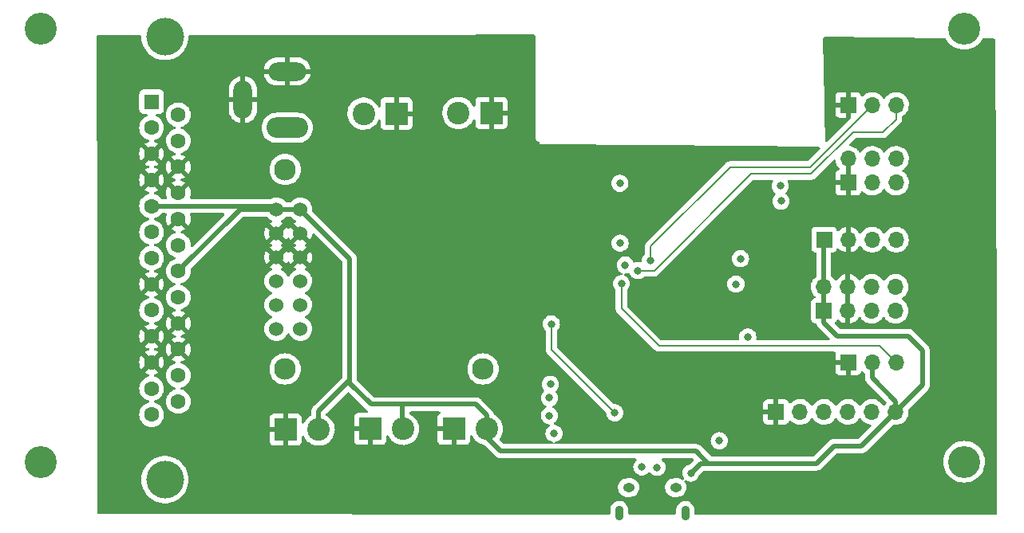
<source format=gbr>
%TF.GenerationSoftware,KiCad,Pcbnew,(6.0.0-0)*%
%TF.CreationDate,2022-09-25T22:14:03-04:00*%
%TF.ProjectId,Dome_Controller,446f6d65-5f43-46f6-9e74-726f6c6c6572,rev?*%
%TF.SameCoordinates,Original*%
%TF.FileFunction,Copper,L4,Bot*%
%TF.FilePolarity,Positive*%
%FSLAX46Y46*%
G04 Gerber Fmt 4.6, Leading zero omitted, Abs format (unit mm)*
G04 Created by KiCad (PCBNEW (6.0.0-0)) date 2022-09-25 22:14:03*
%MOMM*%
%LPD*%
G01*
G04 APERTURE LIST*
%TA.AperFunction,ComponentPad*%
%ADD10R,1.600000X1.600000*%
%TD*%
%TA.AperFunction,ComponentPad*%
%ADD11C,1.600000*%
%TD*%
%TA.AperFunction,ComponentPad*%
%ADD12C,4.000000*%
%TD*%
%TA.AperFunction,ComponentPad*%
%ADD13O,2.000000X4.000000*%
%TD*%
%TA.AperFunction,ComponentPad*%
%ADD14O,4.000000X2.000000*%
%TD*%
%TA.AperFunction,ComponentPad*%
%ADD15O,4.400000X2.200000*%
%TD*%
%TA.AperFunction,ComponentPad*%
%ADD16O,1.700000X1.700000*%
%TD*%
%TA.AperFunction,ComponentPad*%
%ADD17R,1.700000X1.700000*%
%TD*%
%TA.AperFunction,ComponentPad*%
%ADD18R,2.400000X2.400000*%
%TD*%
%TA.AperFunction,ComponentPad*%
%ADD19C,2.400000*%
%TD*%
%TA.AperFunction,ComponentPad*%
%ADD20O,0.890000X1.550000*%
%TD*%
%TA.AperFunction,ComponentPad*%
%ADD21O,1.250000X0.950000*%
%TD*%
%TA.AperFunction,WasherPad*%
%ADD22C,3.400000*%
%TD*%
%TA.AperFunction,ComponentPad*%
%ADD23C,1.524000*%
%TD*%
%TA.AperFunction,ComponentPad*%
%ADD24C,2.300000*%
%TD*%
%TA.AperFunction,ViaPad*%
%ADD25C,0.800000*%
%TD*%
%TA.AperFunction,Conductor*%
%ADD26C,0.200000*%
%TD*%
%TA.AperFunction,Conductor*%
%ADD27C,0.500000*%
%TD*%
G04 APERTURE END LIST*
D10*
%TO.P,J13,1,1*%
%TO.N,+12V*%
X61790000Y-64740000D03*
D11*
%TO.P,J13,2,2*%
X61790000Y-67510000D03*
%TO.P,J13,3,3*%
%TO.N,GND*%
X61790000Y-70280000D03*
%TO.P,J13,4,4*%
X61790000Y-73050000D03*
%TO.P,J13,5,5*%
%TO.N,+5V*%
X61790000Y-75820000D03*
%TO.P,J13,6,6*%
%TO.N,SR_I2C_CLK*%
X61790000Y-78590000D03*
%TO.P,J13,7,7*%
%TO.N,unconnected-(J13-Pad7)*%
X61790000Y-81360000D03*
%TO.P,J13,8,8*%
%TO.N,GND*%
X61790000Y-84130000D03*
%TO.P,J13,9,9*%
%TO.N,SR_SER_RX*%
X61790000Y-86900000D03*
%TO.P,J13,10,10*%
%TO.N,GND*%
X61790000Y-89670000D03*
%TO.P,J13,11,11*%
X61790000Y-92440000D03*
%TO.P,J13,12,12*%
%TO.N,+12V*%
X61790000Y-95210000D03*
%TO.P,J13,13,13*%
X61790000Y-97980000D03*
%TO.P,J13,14,P14*%
X64630000Y-66125000D03*
%TO.P,J13,15,P15*%
X64630000Y-68895000D03*
%TO.P,J13,16,P16*%
%TO.N,GND*%
X64630000Y-71665000D03*
%TO.P,J13,17,P17*%
X64630000Y-74435000D03*
%TO.P,J13,18,P18*%
X64630000Y-77205000D03*
%TO.P,J13,19,P19*%
%TO.N,SR_I2C_DATA*%
X64630000Y-79975000D03*
%TO.P,J13,20,P20*%
%TO.N,+5V*%
X64630000Y-82745000D03*
%TO.P,J13,21,P21*%
%TO.N,SR_SER_TX*%
X64630000Y-85515000D03*
%TO.P,J13,22,P22*%
%TO.N,GND*%
X64630000Y-88285000D03*
%TO.P,J13,23,P23*%
X64630000Y-91055000D03*
%TO.P,J13,24,P24*%
%TO.N,+12V*%
X64630000Y-93825000D03*
%TO.P,J13,25,P25*%
X64630000Y-96595000D03*
D12*
%TO.P,J13,0,PAD*%
%TO.N,unconnected-(J13-Pad0)*%
X63210000Y-104910000D03*
X63210000Y-57810000D03*
%TD*%
D13*
%TO.P,J14,3*%
%TO.N,GND*%
X71485000Y-64515000D03*
D14*
%TO.P,J14,2*%
X76185000Y-61515000D03*
D15*
%TO.P,J14,1*%
%TO.N,+12V*%
X76185000Y-67515000D03*
%TD*%
D16*
%TO.P,J12,4,Pin_4*%
%TO.N,SR_SER_RX*%
X140760000Y-79395000D03*
%TO.P,J12,3,Pin_3*%
%TO.N,SR_SER_TX*%
X138220000Y-79395000D03*
%TO.P,J12,2,Pin_2*%
%TO.N,GND*%
X135680000Y-79395000D03*
D17*
%TO.P,J12,1,Pin_1*%
%TO.N,+5V*%
X133140000Y-79395000D03*
%TD*%
D16*
%TO.P,J11,8,Pin_8*%
%TO.N,SR_I2C_DATA*%
X140730000Y-84415000D03*
%TO.P,J11,7,Pin_7*%
X140730000Y-86955000D03*
%TO.P,J11,6,Pin_6*%
%TO.N,SR_I2C_CLK*%
X138190000Y-84415000D03*
%TO.P,J11,5,Pin_5*%
X138190000Y-86955000D03*
%TO.P,J11,4,Pin_4*%
%TO.N,GND*%
X135650000Y-84415000D03*
%TO.P,J11,3,Pin_3*%
X135650000Y-86955000D03*
%TO.P,J11,2,Pin_2*%
%TO.N,+5V*%
X133110000Y-84415000D03*
D17*
%TO.P,J11,1,Pin_1*%
X133110000Y-86955000D03*
%TD*%
D18*
%TO.P,J5,1,Pin_1*%
%TO.N,GND*%
X87780000Y-66000000D03*
D19*
%TO.P,J5,2,Pin_2*%
%TO.N,+12V*%
X84280000Y-66000000D03*
%TD*%
%TO.P,J8,2,Pin_2*%
%TO.N,+5V*%
X88480000Y-99510000D03*
D18*
%TO.P,J8,1,Pin_1*%
%TO.N,GND*%
X84980000Y-99510000D03*
%TD*%
D20*
%TO.P,J1,6,Shield*%
%TO.N,unconnected-(J1-Pad6)*%
X118400000Y-108450000D03*
D21*
X117400000Y-105750000D03*
X112400000Y-105750000D03*
D20*
X111400000Y-108450000D03*
%TD*%
D18*
%TO.P,J9,1,Pin_1*%
%TO.N,GND*%
X93850000Y-99510000D03*
D19*
%TO.P,J9,2,Pin_2*%
%TO.N,+5V*%
X97350000Y-99510000D03*
%TD*%
D22*
%TO.P,REF\u002A\u002A,*%
%TO.N,*%
X50000000Y-57000000D03*
%TD*%
D16*
%TO.P,J3,6,Pin_6*%
%TO.N,TX_HP*%
X140770000Y-70800000D03*
%TO.P,J3,5,Pin_5*%
%TO.N,TX_RS*%
X140770000Y-73340000D03*
%TO.P,J3,4,Pin_4*%
%TO.N,RX_HP*%
X138230000Y-70800000D03*
%TO.P,J3,3,Pin_3*%
%TO.N,RX_RS*%
X138230000Y-73340000D03*
%TO.P,J3,2,Pin_2*%
%TO.N,GND*%
X135690000Y-70800000D03*
D17*
%TO.P,J3,1,Pin_1*%
X135690000Y-73340000D03*
%TD*%
D22*
%TO.P,REF\u002A\u002A,*%
%TO.N,*%
X50000000Y-103000000D03*
%TD*%
D17*
%TO.P,J2,1,Pin_1*%
%TO.N,GND*%
X128040000Y-97700000D03*
D16*
%TO.P,J2,2,Pin_2*%
%TO.N,unconnected-(J2-Pad2)*%
X130580000Y-97700000D03*
%TO.P,J2,3,Pin_3*%
%TO.N,SCL*%
X133120000Y-97700000D03*
%TO.P,J2,4,Pin_4*%
%TO.N,SDA*%
X135660000Y-97700000D03*
%TO.P,J2,5,Pin_5*%
%TO.N,+3.3V*%
X138200000Y-97700000D03*
%TO.P,J2,6,Pin_6*%
%TO.N,+5V*%
X140740000Y-97700000D03*
%TD*%
D22*
%TO.P,REF\u002A\u002A,*%
%TO.N,*%
X148000000Y-103000000D03*
%TD*%
D16*
%TO.P,J4,3,Pin_3*%
%TO.N,CL_D*%
X140770000Y-92450000D03*
%TO.P,J4,2,Pin_2*%
%TO.N,+5V*%
X138230000Y-92450000D03*
D17*
%TO.P,J4,1,Pin_1*%
%TO.N,GND*%
X135690000Y-92450000D03*
%TD*%
D22*
%TO.P,REF\u002A\u002A,*%
%TO.N,*%
X148000000Y-57000000D03*
%TD*%
D16*
%TO.P,J10,3,Pin_3*%
%TO.N,TX_FU*%
X140770000Y-65070000D03*
%TO.P,J10,2,Pin_2*%
%TO.N,RX_FU*%
X138230000Y-65070000D03*
D17*
%TO.P,J10,1,Pin_1*%
%TO.N,GND*%
X135690000Y-65070000D03*
%TD*%
D19*
%TO.P,J7,2,Pin_2*%
%TO.N,+5V*%
X79520000Y-99590000D03*
D18*
%TO.P,J7,1,Pin_1*%
%TO.N,GND*%
X76020000Y-99590000D03*
%TD*%
D23*
%TO.P,U6,1,VOUT*%
%TO.N,+5V*%
X75035000Y-76185000D03*
%TO.P,U6,2,GND*%
%TO.N,GND*%
X75035000Y-78725000D03*
%TO.P,U6,3,GND*%
X75035000Y-81265000D03*
%TO.P,U6,4,VIN*%
%TO.N,+12V*%
X75035000Y-83805000D03*
%TO.P,U6,5,VRP*%
%TO.N,unconnected-(U6-Pad5)*%
X75035000Y-86345000D03*
%TO.P,U6,6,EN*%
%TO.N,unconnected-(U6-Pad6)*%
X75035000Y-88885000D03*
%TO.P,U6,7,PG*%
%TO.N,unconnected-(U6-Pad7)*%
X77575000Y-88885000D03*
%TO.P,U6,8,VRP*%
%TO.N,unconnected-(U6-Pad8)*%
X77575000Y-86345000D03*
%TO.P,U6,9,VIN*%
%TO.N,+12V*%
X77575000Y-83805000D03*
%TO.P,U6,10,GND*%
%TO.N,GND*%
X77575000Y-81265000D03*
%TO.P,U6,11,GND*%
X77575000Y-78725000D03*
%TO.P,U6,12,VOUT*%
%TO.N,+5V*%
X77575000Y-76185000D03*
D24*
%TO.P,U6,13*%
%TO.N,N/C*%
X75965000Y-71935000D03*
%TO.P,U6,14*%
X75965000Y-93135000D03*
%TO.P,U6,15*%
X96965000Y-93135000D03*
%TD*%
D18*
%TO.P,J6,1,Pin_1*%
%TO.N,GND*%
X97850000Y-65930000D03*
D19*
%TO.P,J6,2,Pin_2*%
%TO.N,+12V*%
X94350000Y-65930000D03*
%TD*%
D25*
%TO.N,RESET*%
X110930000Y-97800000D03*
X104200000Y-88360000D03*
%TO.N,GND*%
X105800000Y-88240000D03*
%TO.N,RESET*%
X111470000Y-73410000D03*
%TO.N,RX_FU*%
X114720000Y-81650000D03*
%TO.N,TX_FU*%
X113380000Y-82680000D03*
%TO.N,TX_HP*%
X123780000Y-84130000D03*
%TO.N,RX_HP*%
X125040000Y-89730000D03*
%TO.N,TX_RS*%
X112040000Y-82090000D03*
%TO.N,CL_D*%
X111630000Y-84080000D03*
%TO.N,D-*%
X104480000Y-99980000D03*
%TO.N,D+*%
X103990000Y-98090000D03*
X115400000Y-103600000D03*
%TO.N,D-*%
X113805000Y-103555000D03*
%TO.N,RXD0*%
X104100000Y-94780000D03*
%TO.N,TXD0*%
X104000000Y-96220000D03*
%TO.N,+5V*%
X118995000Y-104205000D03*
%TO.N,RX_RS*%
X111490000Y-79760000D03*
%TO.N,ST_LED_D*%
X124270000Y-81410000D03*
X122020000Y-100770000D03*
%TO.N,TXD0*%
X128480000Y-73690000D03*
%TO.N,RXD0*%
X128560000Y-75310000D03*
%TD*%
D26*
%TO.N,RESET*%
X110930000Y-97800000D02*
X104200000Y-91070000D01*
X104200000Y-91070000D02*
X104200000Y-88360000D01*
%TO.N,TX_FU*%
X136180000Y-68000000D02*
X136780000Y-68000000D01*
X115110000Y-82680000D02*
X125360000Y-72430000D01*
X131750000Y-72430000D02*
X136180000Y-68000000D01*
X136780000Y-68000000D02*
X136790000Y-68010000D01*
X125360000Y-72430000D02*
X131750000Y-72430000D01*
X113380000Y-82680000D02*
X115110000Y-82680000D01*
X140770000Y-66600000D02*
X140770000Y-65070000D01*
X136790000Y-68010000D02*
X139360000Y-68010000D01*
X139360000Y-68010000D02*
X140770000Y-66600000D01*
%TO.N,RX_FU*%
X131620000Y-71680000D02*
X123150000Y-71680000D01*
X138230000Y-65070000D02*
X131620000Y-71680000D01*
X123150000Y-71680000D02*
X114720000Y-80110000D01*
X114720000Y-80110000D02*
X114720000Y-81650000D01*
%TO.N,CL_D*%
X111630000Y-84080000D02*
X111630000Y-86710000D01*
X115620000Y-90700000D02*
X139020000Y-90700000D01*
X111630000Y-86710000D02*
X115620000Y-90700000D01*
X139020000Y-90700000D02*
X140770000Y-92450000D01*
D27*
%TO.N,+5V*%
X133110000Y-84415000D02*
X133110000Y-79425000D01*
X133110000Y-79425000D02*
X133140000Y-79395000D01*
X133110000Y-86955000D02*
X133110000Y-84415000D01*
X120840000Y-103170000D02*
X132330000Y-103170000D01*
X134165000Y-101335000D02*
X137105000Y-101335000D01*
X132330000Y-103170000D02*
X134165000Y-101335000D01*
X137105000Y-101335000D02*
X143580000Y-94860000D01*
X143580000Y-94860000D02*
X143580000Y-91150000D01*
X143580000Y-91150000D02*
X142050000Y-89620000D01*
X133110000Y-88220000D02*
X133110000Y-86955000D01*
X142050000Y-89620000D02*
X134510000Y-89620000D01*
X134510000Y-89620000D02*
X133110000Y-88220000D01*
X138230000Y-92450000D02*
X138230000Y-94060000D01*
X138230000Y-94060000D02*
X140740000Y-96570000D01*
X140740000Y-96570000D02*
X140740000Y-97700000D01*
X120840000Y-103170000D02*
X120030000Y-103170000D01*
X120030000Y-103170000D02*
X118995000Y-104205000D01*
X88410000Y-96900000D02*
X96170000Y-96900000D01*
X96170000Y-96900000D02*
X97350000Y-98080000D01*
X97350000Y-98080000D02*
X97350000Y-100400000D01*
X98840000Y-101890000D02*
X119560000Y-101890000D01*
X97350000Y-100400000D02*
X98840000Y-101890000D01*
X119560000Y-101890000D02*
X120840000Y-103170000D01*
X88410000Y-96900000D02*
X88410000Y-99440000D01*
X88410000Y-99440000D02*
X88480000Y-99510000D01*
X79520000Y-99590000D02*
X79520000Y-97580000D01*
X79520000Y-97580000D02*
X82800000Y-94300000D01*
X85060000Y-96900000D02*
X88410000Y-96900000D01*
X82800000Y-81410000D02*
X82800000Y-94300000D01*
X82800000Y-94300000D02*
X82800000Y-94640000D01*
X77575000Y-76185000D02*
X82800000Y-81410000D01*
X82800000Y-94640000D02*
X85060000Y-96900000D01*
X75035000Y-76185000D02*
X74670000Y-75820000D01*
X74670000Y-75820000D02*
X61790000Y-75820000D01*
X75035000Y-76185000D02*
X71190000Y-76185000D01*
X71190000Y-76185000D02*
X64630000Y-82745000D01*
X75035000Y-76185000D02*
X77575000Y-76185000D01*
%TD*%
%TA.AperFunction,Conductor*%
%TO.N,GND*%
G36*
X102434007Y-57630329D02*
G01*
X102480558Y-57683935D01*
X102492000Y-57736400D01*
X102492000Y-68491298D01*
X102491998Y-68492068D01*
X102491524Y-68569652D01*
X102493990Y-68578281D01*
X102493991Y-68578286D01*
X102499639Y-68598048D01*
X102503217Y-68614809D01*
X102506130Y-68635152D01*
X102506133Y-68635162D01*
X102507405Y-68644045D01*
X102518021Y-68667395D01*
X102524464Y-68684907D01*
X102531512Y-68709565D01*
X102547274Y-68734548D01*
X102555404Y-68749614D01*
X102567633Y-68776510D01*
X102584374Y-68795939D01*
X102595479Y-68810947D01*
X102609160Y-68832631D01*
X102615888Y-68838573D01*
X102631296Y-68852181D01*
X102643340Y-68864373D01*
X102662619Y-68886747D01*
X102670147Y-68891626D01*
X102670150Y-68891629D01*
X102684139Y-68900696D01*
X102699013Y-68911986D01*
X102718228Y-68928956D01*
X102726354Y-68932771D01*
X102726355Y-68932772D01*
X102732021Y-68935432D01*
X102744966Y-68941510D01*
X102759935Y-68949824D01*
X102784727Y-68965893D01*
X102793327Y-68968465D01*
X102809290Y-68973239D01*
X102826736Y-68979901D01*
X102849948Y-68990799D01*
X102851632Y-68991061D01*
X102907870Y-69028090D01*
X102936646Y-69092993D01*
X102937719Y-69107376D01*
X102939423Y-69206434D01*
X102940000Y-69240000D01*
X102952669Y-69240130D01*
X102952671Y-69240130D01*
X115040867Y-69363845D01*
X132593078Y-69543481D01*
X132660989Y-69564179D01*
X132706930Y-69618307D01*
X132716314Y-69688681D01*
X132686162Y-69752957D01*
X132680882Y-69758569D01*
X131404856Y-71034595D01*
X131342544Y-71068621D01*
X131315761Y-71071500D01*
X123198136Y-71071500D01*
X123181690Y-71070422D01*
X123158188Y-71067328D01*
X123150000Y-71066250D01*
X123141812Y-71067328D01*
X123110129Y-71071499D01*
X123110120Y-71071500D01*
X123110115Y-71071500D01*
X122991150Y-71087162D01*
X122843125Y-71148476D01*
X122843123Y-71148477D01*
X122843124Y-71148477D01*
X122747928Y-71221523D01*
X122747925Y-71221526D01*
X122716013Y-71246013D01*
X122710983Y-71252568D01*
X122696548Y-71271379D01*
X122685681Y-71283770D01*
X114323766Y-79645685D01*
X114311375Y-79656552D01*
X114286013Y-79676013D01*
X114261526Y-79707925D01*
X114261523Y-79707928D01*
X114261517Y-79707936D01*
X114203322Y-79783777D01*
X114188476Y-79803124D01*
X114152693Y-79889512D01*
X114137563Y-79926040D01*
X114127668Y-79949928D01*
X114127162Y-79951150D01*
X114121258Y-79995999D01*
X114111500Y-80070115D01*
X114111500Y-80070120D01*
X114107368Y-80101511D01*
X114106250Y-80110000D01*
X114107328Y-80118188D01*
X114110422Y-80141690D01*
X114111500Y-80158136D01*
X114111500Y-80919710D01*
X114091498Y-80987831D01*
X114079136Y-81004020D01*
X114026983Y-81061942D01*
X113980960Y-81113056D01*
X113977659Y-81118774D01*
X113895912Y-81260364D01*
X113885473Y-81278444D01*
X113826458Y-81460072D01*
X113825768Y-81466633D01*
X113825768Y-81466635D01*
X113808200Y-81633790D01*
X113806496Y-81650000D01*
X113807186Y-81656565D01*
X113807186Y-81656566D01*
X113808994Y-81673770D01*
X113796221Y-81743608D01*
X113747719Y-81795454D01*
X113678886Y-81812848D01*
X113657493Y-81810187D01*
X113549721Y-81787279D01*
X113481944Y-81772872D01*
X113481939Y-81772872D01*
X113475487Y-81771500D01*
X113284513Y-81771500D01*
X113278061Y-81772872D01*
X113278056Y-81772872D01*
X113210279Y-81787279D01*
X113097712Y-81811206D01*
X113056903Y-81829375D01*
X112986537Y-81838809D01*
X112922240Y-81808703D01*
X112885822Y-81753206D01*
X112881142Y-81738802D01*
X112874527Y-81718444D01*
X112779040Y-81553056D01*
X112669593Y-81431502D01*
X112655675Y-81416045D01*
X112655674Y-81416044D01*
X112651253Y-81411134D01*
X112496752Y-81298882D01*
X112490724Y-81296198D01*
X112490722Y-81296197D01*
X112328319Y-81223891D01*
X112328318Y-81223891D01*
X112322288Y-81221206D01*
X112228888Y-81201353D01*
X112141944Y-81182872D01*
X112141939Y-81182872D01*
X112135487Y-81181500D01*
X111944513Y-81181500D01*
X111938061Y-81182872D01*
X111938056Y-81182872D01*
X111851112Y-81201353D01*
X111757712Y-81221206D01*
X111751682Y-81223891D01*
X111751681Y-81223891D01*
X111589278Y-81296197D01*
X111589276Y-81296198D01*
X111583248Y-81298882D01*
X111428747Y-81411134D01*
X111424326Y-81416044D01*
X111424325Y-81416045D01*
X111410408Y-81431502D01*
X111300960Y-81553056D01*
X111254348Y-81633790D01*
X111212654Y-81706007D01*
X111205473Y-81718444D01*
X111146458Y-81900072D01*
X111145768Y-81906633D01*
X111145768Y-81906635D01*
X111140917Y-81952793D01*
X111126496Y-82090000D01*
X111146458Y-82279928D01*
X111205473Y-82461556D01*
X111208776Y-82467278D01*
X111208777Y-82467279D01*
X111234365Y-82511598D01*
X111300960Y-82626944D01*
X111305378Y-82631851D01*
X111305379Y-82631852D01*
X111367201Y-82700512D01*
X111428747Y-82768866D01*
X111505821Y-82824864D01*
X111563770Y-82866966D01*
X111583248Y-82881118D01*
X111589276Y-82883802D01*
X111589278Y-82883803D01*
X111693922Y-82930393D01*
X111748018Y-82976373D01*
X111768667Y-83044300D01*
X111749315Y-83112608D01*
X111696104Y-83159610D01*
X111642673Y-83171500D01*
X111534513Y-83171500D01*
X111528061Y-83172872D01*
X111528056Y-83172872D01*
X111441112Y-83191353D01*
X111347712Y-83211206D01*
X111341682Y-83213891D01*
X111341681Y-83213891D01*
X111179278Y-83286197D01*
X111179276Y-83286198D01*
X111173248Y-83288882D01*
X111018747Y-83401134D01*
X111014326Y-83406044D01*
X111014325Y-83406045D01*
X110953316Y-83473803D01*
X110890960Y-83543056D01*
X110795473Y-83708444D01*
X110736458Y-83890072D01*
X110735768Y-83896633D01*
X110735768Y-83896635D01*
X110726932Y-83980707D01*
X110716496Y-84080000D01*
X110717186Y-84086565D01*
X110731364Y-84221457D01*
X110736458Y-84269928D01*
X110795473Y-84451556D01*
X110890960Y-84616944D01*
X110895378Y-84621851D01*
X110895379Y-84621852D01*
X110989136Y-84725980D01*
X111019854Y-84789987D01*
X111021500Y-84810290D01*
X111021500Y-86661864D01*
X111020422Y-86678307D01*
X111016250Y-86710000D01*
X111021500Y-86749880D01*
X111021500Y-86749885D01*
X111031218Y-86823698D01*
X111037162Y-86868851D01*
X111098476Y-87016876D01*
X111103503Y-87023427D01*
X111103504Y-87023429D01*
X111171520Y-87112069D01*
X111171526Y-87112075D01*
X111196013Y-87143987D01*
X111202568Y-87149017D01*
X111221379Y-87163452D01*
X111233770Y-87174319D01*
X115155685Y-91096234D01*
X115166552Y-91108625D01*
X115186013Y-91133987D01*
X115192563Y-91139013D01*
X115217925Y-91158474D01*
X115217928Y-91158477D01*
X115298970Y-91220663D01*
X115313124Y-91231524D01*
X115461149Y-91292838D01*
X115469336Y-91293916D01*
X115469337Y-91293916D01*
X115480542Y-91295391D01*
X115511738Y-91299498D01*
X115580115Y-91308500D01*
X115580118Y-91308500D01*
X115580126Y-91308501D01*
X115611811Y-91312672D01*
X115620000Y-91313750D01*
X115651693Y-91309578D01*
X115668136Y-91308500D01*
X134224913Y-91308500D01*
X134293034Y-91328502D01*
X134339527Y-91382158D01*
X134349631Y-91452432D01*
X134342896Y-91478726D01*
X134341523Y-91482389D01*
X134337895Y-91497649D01*
X134332369Y-91548514D01*
X134332000Y-91555328D01*
X134332000Y-92177885D01*
X134336475Y-92193124D01*
X134337865Y-92194329D01*
X134345548Y-92196000D01*
X135818000Y-92196000D01*
X135886121Y-92216002D01*
X135932614Y-92269658D01*
X135944000Y-92322000D01*
X135944000Y-93789884D01*
X135948475Y-93805123D01*
X135949865Y-93806328D01*
X135957548Y-93807999D01*
X136584669Y-93807999D01*
X136591490Y-93807629D01*
X136642352Y-93802105D01*
X136657604Y-93798479D01*
X136778054Y-93753324D01*
X136793649Y-93744786D01*
X136895724Y-93668285D01*
X136908285Y-93655724D01*
X136984786Y-93553649D01*
X136993324Y-93538054D01*
X137034225Y-93428952D01*
X137076867Y-93372188D01*
X137143428Y-93347488D01*
X137212777Y-93362696D01*
X137247444Y-93390684D01*
X137272865Y-93420031D01*
X137272869Y-93420035D01*
X137276250Y-93423938D01*
X137425985Y-93548250D01*
X137465620Y-93607152D01*
X137471500Y-93645194D01*
X137471500Y-93992930D01*
X137470067Y-94011880D01*
X137466801Y-94033349D01*
X137467394Y-94040641D01*
X137467394Y-94040644D01*
X137471085Y-94086018D01*
X137471500Y-94096233D01*
X137471500Y-94104293D01*
X137471925Y-94107937D01*
X137474789Y-94132507D01*
X137475222Y-94136882D01*
X137481140Y-94209637D01*
X137483396Y-94216601D01*
X137484587Y-94222560D01*
X137485971Y-94228415D01*
X137486818Y-94235681D01*
X137511735Y-94304327D01*
X137513152Y-94308455D01*
X137530435Y-94361803D01*
X137535649Y-94377899D01*
X137539445Y-94384154D01*
X137541951Y-94389628D01*
X137544670Y-94395058D01*
X137547167Y-94401937D01*
X137551180Y-94408057D01*
X137551180Y-94408058D01*
X137587186Y-94462976D01*
X137589523Y-94466680D01*
X137627405Y-94529107D01*
X137631121Y-94533315D01*
X137631122Y-94533316D01*
X137634803Y-94537484D01*
X137634776Y-94537508D01*
X137637429Y-94540500D01*
X137640132Y-94543733D01*
X137644144Y-94549852D01*
X137656704Y-94561750D01*
X137700383Y-94603128D01*
X137702825Y-94605506D01*
X139720010Y-96622691D01*
X139754036Y-96685003D01*
X139748971Y-96755818D01*
X139722009Y-96798836D01*
X139680629Y-96842138D01*
X139573201Y-96999621D01*
X139518293Y-97044621D01*
X139447768Y-97052792D01*
X139384021Y-97021538D01*
X139363324Y-96997054D01*
X139282822Y-96872617D01*
X139282820Y-96872614D01*
X139280014Y-96868277D01*
X139129670Y-96703051D01*
X139125619Y-96699852D01*
X139125615Y-96699848D01*
X138958414Y-96567800D01*
X138958410Y-96567798D01*
X138954359Y-96564598D01*
X138758789Y-96456638D01*
X138753920Y-96454914D01*
X138753916Y-96454912D01*
X138553087Y-96383795D01*
X138553083Y-96383794D01*
X138548212Y-96382069D01*
X138543119Y-96381162D01*
X138543116Y-96381161D01*
X138333373Y-96343800D01*
X138333367Y-96343799D01*
X138328284Y-96342894D01*
X138254452Y-96341992D01*
X138110081Y-96340228D01*
X138110079Y-96340228D01*
X138104911Y-96340165D01*
X137884091Y-96373955D01*
X137671756Y-96443357D01*
X137641443Y-96459137D01*
X137543266Y-96510245D01*
X137473607Y-96546507D01*
X137469474Y-96549610D01*
X137469471Y-96549612D01*
X137401728Y-96600475D01*
X137294965Y-96680635D01*
X137291393Y-96684373D01*
X137158835Y-96823087D01*
X137140629Y-96842138D01*
X137033201Y-96999621D01*
X136978293Y-97044621D01*
X136907768Y-97052792D01*
X136844021Y-97021538D01*
X136823324Y-96997054D01*
X136742822Y-96872617D01*
X136742820Y-96872614D01*
X136740014Y-96868277D01*
X136589670Y-96703051D01*
X136585619Y-96699852D01*
X136585615Y-96699848D01*
X136418414Y-96567800D01*
X136418410Y-96567798D01*
X136414359Y-96564598D01*
X136218789Y-96456638D01*
X136213920Y-96454914D01*
X136213916Y-96454912D01*
X136013087Y-96383795D01*
X136013083Y-96383794D01*
X136008212Y-96382069D01*
X136003119Y-96381162D01*
X136003116Y-96381161D01*
X135793373Y-96343800D01*
X135793367Y-96343799D01*
X135788284Y-96342894D01*
X135714452Y-96341992D01*
X135570081Y-96340228D01*
X135570079Y-96340228D01*
X135564911Y-96340165D01*
X135344091Y-96373955D01*
X135131756Y-96443357D01*
X135101443Y-96459137D01*
X135003266Y-96510245D01*
X134933607Y-96546507D01*
X134929474Y-96549610D01*
X134929471Y-96549612D01*
X134861728Y-96600475D01*
X134754965Y-96680635D01*
X134751393Y-96684373D01*
X134618835Y-96823087D01*
X134600629Y-96842138D01*
X134493201Y-96999621D01*
X134438293Y-97044621D01*
X134367768Y-97052792D01*
X134304021Y-97021538D01*
X134283324Y-96997054D01*
X134202822Y-96872617D01*
X134202820Y-96872614D01*
X134200014Y-96868277D01*
X134049670Y-96703051D01*
X134045619Y-96699852D01*
X134045615Y-96699848D01*
X133878414Y-96567800D01*
X133878410Y-96567798D01*
X133874359Y-96564598D01*
X133678789Y-96456638D01*
X133673920Y-96454914D01*
X133673916Y-96454912D01*
X133473087Y-96383795D01*
X133473083Y-96383794D01*
X133468212Y-96382069D01*
X133463119Y-96381162D01*
X133463116Y-96381161D01*
X133253373Y-96343800D01*
X133253367Y-96343799D01*
X133248284Y-96342894D01*
X133174452Y-96341992D01*
X133030081Y-96340228D01*
X133030079Y-96340228D01*
X133024911Y-96340165D01*
X132804091Y-96373955D01*
X132591756Y-96443357D01*
X132561443Y-96459137D01*
X132463266Y-96510245D01*
X132393607Y-96546507D01*
X132389474Y-96549610D01*
X132389471Y-96549612D01*
X132321728Y-96600475D01*
X132214965Y-96680635D01*
X132211393Y-96684373D01*
X132078835Y-96823087D01*
X132060629Y-96842138D01*
X131953201Y-96999621D01*
X131898293Y-97044621D01*
X131827768Y-97052792D01*
X131764021Y-97021538D01*
X131743324Y-96997054D01*
X131662822Y-96872617D01*
X131662820Y-96872614D01*
X131660014Y-96868277D01*
X131509670Y-96703051D01*
X131505619Y-96699852D01*
X131505615Y-96699848D01*
X131338414Y-96567800D01*
X131338410Y-96567798D01*
X131334359Y-96564598D01*
X131138789Y-96456638D01*
X131133920Y-96454914D01*
X131133916Y-96454912D01*
X130933087Y-96383795D01*
X130933083Y-96383794D01*
X130928212Y-96382069D01*
X130923119Y-96381162D01*
X130923116Y-96381161D01*
X130713373Y-96343800D01*
X130713367Y-96343799D01*
X130708284Y-96342894D01*
X130634452Y-96341992D01*
X130490081Y-96340228D01*
X130490079Y-96340228D01*
X130484911Y-96340165D01*
X130264091Y-96373955D01*
X130051756Y-96443357D01*
X130021443Y-96459137D01*
X129923266Y-96510245D01*
X129853607Y-96546507D01*
X129849474Y-96549610D01*
X129849471Y-96549612D01*
X129781728Y-96600475D01*
X129674965Y-96680635D01*
X129671393Y-96684373D01*
X129593898Y-96765466D01*
X129532374Y-96800895D01*
X129461462Y-96797438D01*
X129403676Y-96756192D01*
X129384823Y-96722644D01*
X129343324Y-96611946D01*
X129334786Y-96596351D01*
X129258285Y-96494276D01*
X129245724Y-96481715D01*
X129143649Y-96405214D01*
X129128054Y-96396676D01*
X129007606Y-96351522D01*
X128992351Y-96347895D01*
X128941486Y-96342369D01*
X128934672Y-96342000D01*
X128312115Y-96342000D01*
X128296876Y-96346475D01*
X128295671Y-96347865D01*
X128294000Y-96355548D01*
X128294000Y-99039884D01*
X128298475Y-99055123D01*
X128299865Y-99056328D01*
X128307548Y-99057999D01*
X128934669Y-99057999D01*
X128941490Y-99057629D01*
X128992352Y-99052105D01*
X129007604Y-99048479D01*
X129128054Y-99003324D01*
X129143649Y-98994786D01*
X129245724Y-98918285D01*
X129258285Y-98905724D01*
X129334786Y-98803649D01*
X129343324Y-98788054D01*
X129384225Y-98678952D01*
X129426867Y-98622188D01*
X129493428Y-98597488D01*
X129562777Y-98612696D01*
X129597444Y-98640684D01*
X129622865Y-98670031D01*
X129622869Y-98670035D01*
X129626250Y-98673938D01*
X129798126Y-98816632D01*
X129991000Y-98929338D01*
X130199692Y-99009030D01*
X130204760Y-99010061D01*
X130204763Y-99010062D01*
X130312017Y-99031883D01*
X130418597Y-99053567D01*
X130423772Y-99053757D01*
X130423774Y-99053757D01*
X130636673Y-99061564D01*
X130636677Y-99061564D01*
X130641837Y-99061753D01*
X130646957Y-99061097D01*
X130646959Y-99061097D01*
X130858288Y-99034025D01*
X130858289Y-99034025D01*
X130863416Y-99033368D01*
X130929176Y-99013639D01*
X131072429Y-98970661D01*
X131072434Y-98970659D01*
X131077384Y-98969174D01*
X131277994Y-98870896D01*
X131459860Y-98741173D01*
X131464552Y-98736498D01*
X131560701Y-98640684D01*
X131618096Y-98583489D01*
X131664376Y-98519084D01*
X131748453Y-98402077D01*
X131749776Y-98403028D01*
X131796645Y-98359857D01*
X131866580Y-98347625D01*
X131932026Y-98375144D01*
X131959875Y-98406994D01*
X132019987Y-98505088D01*
X132166250Y-98673938D01*
X132338126Y-98816632D01*
X132531000Y-98929338D01*
X132739692Y-99009030D01*
X132744760Y-99010061D01*
X132744763Y-99010062D01*
X132852017Y-99031883D01*
X132958597Y-99053567D01*
X132963772Y-99053757D01*
X132963774Y-99053757D01*
X133176673Y-99061564D01*
X133176677Y-99061564D01*
X133181837Y-99061753D01*
X133186957Y-99061097D01*
X133186959Y-99061097D01*
X133398288Y-99034025D01*
X133398289Y-99034025D01*
X133403416Y-99033368D01*
X133469176Y-99013639D01*
X133612429Y-98970661D01*
X133612434Y-98970659D01*
X133617384Y-98969174D01*
X133817994Y-98870896D01*
X133999860Y-98741173D01*
X134004552Y-98736498D01*
X134100701Y-98640684D01*
X134158096Y-98583489D01*
X134204376Y-98519084D01*
X134288453Y-98402077D01*
X134289776Y-98403028D01*
X134336645Y-98359857D01*
X134406580Y-98347625D01*
X134472026Y-98375144D01*
X134499875Y-98406994D01*
X134559987Y-98505088D01*
X134706250Y-98673938D01*
X134878126Y-98816632D01*
X135071000Y-98929338D01*
X135279692Y-99009030D01*
X135284760Y-99010061D01*
X135284763Y-99010062D01*
X135392017Y-99031883D01*
X135498597Y-99053567D01*
X135503772Y-99053757D01*
X135503774Y-99053757D01*
X135716673Y-99061564D01*
X135716677Y-99061564D01*
X135721837Y-99061753D01*
X135726957Y-99061097D01*
X135726959Y-99061097D01*
X135938288Y-99034025D01*
X135938289Y-99034025D01*
X135943416Y-99033368D01*
X136009176Y-99013639D01*
X136152429Y-98970661D01*
X136152434Y-98970659D01*
X136157384Y-98969174D01*
X136357994Y-98870896D01*
X136539860Y-98741173D01*
X136544552Y-98736498D01*
X136640701Y-98640684D01*
X136698096Y-98583489D01*
X136744376Y-98519084D01*
X136828453Y-98402077D01*
X136829776Y-98403028D01*
X136876645Y-98359857D01*
X136946580Y-98347625D01*
X137012026Y-98375144D01*
X137039875Y-98406994D01*
X137099987Y-98505088D01*
X137246250Y-98673938D01*
X137418126Y-98816632D01*
X137611000Y-98929338D01*
X137819692Y-99009030D01*
X137842346Y-99013639D01*
X138037446Y-99053333D01*
X138100212Y-99086514D01*
X138135074Y-99148362D01*
X138130965Y-99219239D01*
X138101421Y-99265898D01*
X136827724Y-100539595D01*
X136765412Y-100573621D01*
X136738629Y-100576500D01*
X134232070Y-100576500D01*
X134213120Y-100575067D01*
X134198885Y-100572901D01*
X134198881Y-100572901D01*
X134191651Y-100571801D01*
X134184359Y-100572394D01*
X134184356Y-100572394D01*
X134138982Y-100576085D01*
X134128767Y-100576500D01*
X134120707Y-100576500D01*
X134117073Y-100576924D01*
X134117067Y-100576924D01*
X134104042Y-100578443D01*
X134092480Y-100579791D01*
X134088132Y-100580221D01*
X134015364Y-100586140D01*
X134008403Y-100588395D01*
X134002463Y-100589582D01*
X133996588Y-100590971D01*
X133989319Y-100591818D01*
X133920670Y-100616736D01*
X133916542Y-100618153D01*
X133854064Y-100638393D01*
X133854062Y-100638394D01*
X133847101Y-100640649D01*
X133840846Y-100644445D01*
X133835372Y-100646951D01*
X133829942Y-100649670D01*
X133823063Y-100652167D01*
X133816943Y-100656180D01*
X133816942Y-100656180D01*
X133762024Y-100692186D01*
X133758320Y-100694523D01*
X133695893Y-100732405D01*
X133687516Y-100739803D01*
X133687492Y-100739776D01*
X133684500Y-100742429D01*
X133681267Y-100745132D01*
X133675148Y-100749144D01*
X133661610Y-100763435D01*
X133621872Y-100805383D01*
X133619494Y-100807825D01*
X132052724Y-102374595D01*
X131990412Y-102408621D01*
X131963629Y-102411500D01*
X121206371Y-102411500D01*
X121138250Y-102391498D01*
X121117276Y-102374595D01*
X120143770Y-101401089D01*
X120131384Y-101386677D01*
X120122851Y-101375082D01*
X120122846Y-101375077D01*
X120118508Y-101369182D01*
X120112930Y-101364443D01*
X120112927Y-101364440D01*
X120078232Y-101334965D01*
X120070716Y-101328035D01*
X120065021Y-101322340D01*
X120058880Y-101317482D01*
X120042749Y-101304719D01*
X120039345Y-101301928D01*
X119989297Y-101259409D01*
X119989295Y-101259408D01*
X119983715Y-101254667D01*
X119977199Y-101251339D01*
X119972150Y-101247972D01*
X119967021Y-101244805D01*
X119961284Y-101240266D01*
X119895125Y-101209345D01*
X119891225Y-101207439D01*
X119826192Y-101174231D01*
X119819084Y-101172492D01*
X119813441Y-101170393D01*
X119807678Y-101168476D01*
X119801050Y-101165378D01*
X119791397Y-101163370D01*
X119729588Y-101150514D01*
X119725299Y-101149543D01*
X119692658Y-101141556D01*
X119654390Y-101132192D01*
X119648788Y-101131844D01*
X119648785Y-101131844D01*
X119643236Y-101131500D01*
X119643238Y-101131464D01*
X119639245Y-101131225D01*
X119635053Y-101130851D01*
X119627885Y-101129360D01*
X119562271Y-101131135D01*
X119550479Y-101131454D01*
X119547072Y-101131500D01*
X104631074Y-101131500D01*
X104562953Y-101111498D01*
X104516460Y-101057842D01*
X104506356Y-100987568D01*
X104535850Y-100922988D01*
X104595576Y-100884604D01*
X104604877Y-100882253D01*
X104624431Y-100878097D01*
X104762288Y-100848794D01*
X104768319Y-100846109D01*
X104930722Y-100773803D01*
X104930724Y-100773802D01*
X104936752Y-100771118D01*
X104938291Y-100770000D01*
X121106496Y-100770000D01*
X121107186Y-100776565D01*
X121120959Y-100907604D01*
X121126458Y-100959928D01*
X121185473Y-101141556D01*
X121188776Y-101147278D01*
X121188777Y-101147279D01*
X121199227Y-101165378D01*
X121280960Y-101306944D01*
X121285378Y-101311851D01*
X121285379Y-101311852D01*
X121399047Y-101438093D01*
X121408747Y-101448866D01*
X121563248Y-101561118D01*
X121569276Y-101563802D01*
X121569278Y-101563803D01*
X121731681Y-101636109D01*
X121737712Y-101638794D01*
X121802970Y-101652665D01*
X121918056Y-101677128D01*
X121918061Y-101677128D01*
X121924513Y-101678500D01*
X122115487Y-101678500D01*
X122121939Y-101677128D01*
X122121944Y-101677128D01*
X122237030Y-101652665D01*
X122302288Y-101638794D01*
X122308319Y-101636109D01*
X122470722Y-101563803D01*
X122470724Y-101563802D01*
X122476752Y-101561118D01*
X122631253Y-101448866D01*
X122640953Y-101438093D01*
X122754621Y-101311852D01*
X122754622Y-101311851D01*
X122759040Y-101306944D01*
X122840773Y-101165378D01*
X122851223Y-101147279D01*
X122851224Y-101147278D01*
X122854527Y-101141556D01*
X122913542Y-100959928D01*
X122919042Y-100907604D01*
X122932814Y-100776565D01*
X122933504Y-100770000D01*
X122927620Y-100714020D01*
X122914232Y-100586635D01*
X122914232Y-100586633D01*
X122913542Y-100580072D01*
X122854527Y-100398444D01*
X122835453Y-100365406D01*
X122762341Y-100238774D01*
X122759040Y-100233056D01*
X122702200Y-100169928D01*
X122635675Y-100096045D01*
X122635674Y-100096044D01*
X122631253Y-100091134D01*
X122476752Y-99978882D01*
X122470724Y-99976198D01*
X122470722Y-99976197D01*
X122308319Y-99903891D01*
X122308318Y-99903891D01*
X122302288Y-99901206D01*
X122208888Y-99881353D01*
X122121944Y-99862872D01*
X122121939Y-99862872D01*
X122115487Y-99861500D01*
X121924513Y-99861500D01*
X121918061Y-99862872D01*
X121918056Y-99862872D01*
X121831113Y-99881353D01*
X121737712Y-99901206D01*
X121731682Y-99903891D01*
X121731681Y-99903891D01*
X121569278Y-99976197D01*
X121569276Y-99976198D01*
X121563248Y-99978882D01*
X121408747Y-100091134D01*
X121404326Y-100096044D01*
X121404325Y-100096045D01*
X121337801Y-100169928D01*
X121280960Y-100233056D01*
X121277659Y-100238774D01*
X121204548Y-100365406D01*
X121185473Y-100398444D01*
X121126458Y-100580072D01*
X121125768Y-100586633D01*
X121125768Y-100586635D01*
X121112380Y-100714020D01*
X121106496Y-100770000D01*
X104938291Y-100770000D01*
X104966997Y-100749144D01*
X104995427Y-100728488D01*
X105091253Y-100658866D01*
X105110666Y-100637306D01*
X105214621Y-100521852D01*
X105214622Y-100521851D01*
X105219040Y-100516944D01*
X105282221Y-100407512D01*
X105311223Y-100357279D01*
X105311224Y-100357278D01*
X105314527Y-100351556D01*
X105373542Y-100169928D01*
X105381824Y-100091134D01*
X105392814Y-99986565D01*
X105393504Y-99980000D01*
X105385078Y-99899834D01*
X105374232Y-99796635D01*
X105374232Y-99796633D01*
X105373542Y-99790072D01*
X105314527Y-99608444D01*
X105219040Y-99443056D01*
X105122647Y-99336000D01*
X105095675Y-99306045D01*
X105095674Y-99306044D01*
X105091253Y-99301134D01*
X104971715Y-99214284D01*
X104942094Y-99192763D01*
X104942093Y-99192762D01*
X104936752Y-99188882D01*
X104930724Y-99186198D01*
X104930722Y-99186197D01*
X104768319Y-99113891D01*
X104768318Y-99113891D01*
X104762288Y-99111206D01*
X104668887Y-99091353D01*
X104581944Y-99072872D01*
X104581939Y-99072872D01*
X104575487Y-99071500D01*
X104568885Y-99071500D01*
X104562318Y-99070810D01*
X104562552Y-99068579D01*
X104504380Y-99051498D01*
X104457887Y-98997842D01*
X104447783Y-98927568D01*
X104477277Y-98862988D01*
X104498440Y-98843564D01*
X104595909Y-98772749D01*
X104595911Y-98772747D01*
X104601253Y-98768866D01*
X104605675Y-98763955D01*
X104724621Y-98631852D01*
X104724622Y-98631851D01*
X104729040Y-98626944D01*
X104814533Y-98478866D01*
X104821223Y-98467279D01*
X104821224Y-98467278D01*
X104824527Y-98461556D01*
X104883542Y-98279928D01*
X104891265Y-98206453D01*
X104902814Y-98096565D01*
X104903504Y-98090000D01*
X104893646Y-97996206D01*
X104884232Y-97906635D01*
X104884232Y-97906633D01*
X104883542Y-97900072D01*
X104824527Y-97718444D01*
X104811226Y-97695405D01*
X104756835Y-97601198D01*
X104729040Y-97553056D01*
X104719110Y-97542027D01*
X104605675Y-97416045D01*
X104605674Y-97416044D01*
X104601253Y-97411134D01*
X104446752Y-97298882D01*
X104440724Y-97296198D01*
X104440722Y-97296197D01*
X104387122Y-97272333D01*
X104333026Y-97226353D01*
X104312377Y-97158425D01*
X104331729Y-97090117D01*
X104387123Y-97042119D01*
X104450719Y-97013805D01*
X104450726Y-97013801D01*
X104456752Y-97011118D01*
X104472581Y-96999618D01*
X104568629Y-96929834D01*
X104611253Y-96898866D01*
X104635895Y-96871498D01*
X104734621Y-96761852D01*
X104734622Y-96761851D01*
X104739040Y-96756944D01*
X104816551Y-96622691D01*
X104831223Y-96597279D01*
X104831224Y-96597278D01*
X104834527Y-96591556D01*
X104893542Y-96409928D01*
X104896154Y-96385082D01*
X104912814Y-96226565D01*
X104913504Y-96220000D01*
X104908814Y-96175378D01*
X104894232Y-96036635D01*
X104894232Y-96036633D01*
X104893542Y-96030072D01*
X104834527Y-95848444D01*
X104739040Y-95683056D01*
X104698964Y-95638547D01*
X104668248Y-95574541D01*
X104677013Y-95504088D01*
X104707668Y-95461470D01*
X104711253Y-95458866D01*
X104715669Y-95453962D01*
X104715673Y-95453958D01*
X104834621Y-95321852D01*
X104834622Y-95321851D01*
X104839040Y-95316944D01*
X104911624Y-95191225D01*
X104931223Y-95157279D01*
X104931224Y-95157278D01*
X104934527Y-95151556D01*
X104993542Y-94969928D01*
X104996348Y-94943236D01*
X105012814Y-94786565D01*
X105013504Y-94780000D01*
X104993542Y-94590072D01*
X104934527Y-94408444D01*
X104908131Y-94362724D01*
X104874396Y-94304294D01*
X104839040Y-94243056D01*
X104820586Y-94222560D01*
X104715675Y-94106045D01*
X104715674Y-94106044D01*
X104711253Y-94101134D01*
X104588406Y-94011880D01*
X104562094Y-93992763D01*
X104562093Y-93992762D01*
X104556752Y-93988882D01*
X104550724Y-93986198D01*
X104550722Y-93986197D01*
X104388319Y-93913891D01*
X104388318Y-93913891D01*
X104382288Y-93911206D01*
X104283797Y-93890271D01*
X104201944Y-93872872D01*
X104201939Y-93872872D01*
X104195487Y-93871500D01*
X104004513Y-93871500D01*
X103998061Y-93872872D01*
X103998056Y-93872872D01*
X103916203Y-93890271D01*
X103817712Y-93911206D01*
X103811682Y-93913891D01*
X103811681Y-93913891D01*
X103649278Y-93986197D01*
X103649276Y-93986198D01*
X103643248Y-93988882D01*
X103637907Y-93992762D01*
X103637906Y-93992763D01*
X103611594Y-94011880D01*
X103488747Y-94101134D01*
X103484326Y-94106044D01*
X103484325Y-94106045D01*
X103379415Y-94222560D01*
X103360960Y-94243056D01*
X103325604Y-94304294D01*
X103291870Y-94362724D01*
X103265473Y-94408444D01*
X103206458Y-94590072D01*
X103186496Y-94780000D01*
X103187186Y-94786565D01*
X103203653Y-94943236D01*
X103206458Y-94969928D01*
X103265473Y-95151556D01*
X103268776Y-95157278D01*
X103268777Y-95157279D01*
X103288376Y-95191225D01*
X103360960Y-95316944D01*
X103401036Y-95361453D01*
X103431752Y-95425459D01*
X103422987Y-95495912D01*
X103392332Y-95538530D01*
X103388747Y-95541134D01*
X103384331Y-95546038D01*
X103384327Y-95546042D01*
X103301034Y-95638549D01*
X103260960Y-95683056D01*
X103165473Y-95848444D01*
X103106458Y-96030072D01*
X103105768Y-96036633D01*
X103105768Y-96036635D01*
X103091186Y-96175378D01*
X103086496Y-96220000D01*
X103087186Y-96226565D01*
X103103847Y-96385082D01*
X103106458Y-96409928D01*
X103165473Y-96591556D01*
X103168776Y-96597278D01*
X103168777Y-96597279D01*
X103183449Y-96622691D01*
X103260960Y-96756944D01*
X103265378Y-96761851D01*
X103265379Y-96761852D01*
X103364105Y-96871498D01*
X103388747Y-96898866D01*
X103431371Y-96929834D01*
X103527420Y-96999618D01*
X103543248Y-97011118D01*
X103549276Y-97013802D01*
X103549278Y-97013803D01*
X103602878Y-97037667D01*
X103656974Y-97083647D01*
X103677623Y-97151575D01*
X103658271Y-97219883D01*
X103602877Y-97267881D01*
X103539281Y-97296195D01*
X103539274Y-97296199D01*
X103533248Y-97298882D01*
X103378747Y-97411134D01*
X103374326Y-97416044D01*
X103374325Y-97416045D01*
X103260891Y-97542027D01*
X103250960Y-97553056D01*
X103223165Y-97601198D01*
X103168775Y-97695405D01*
X103155473Y-97718444D01*
X103096458Y-97900072D01*
X103095768Y-97906633D01*
X103095768Y-97906635D01*
X103086354Y-97996206D01*
X103076496Y-98090000D01*
X103077186Y-98096565D01*
X103088736Y-98206453D01*
X103096458Y-98279928D01*
X103155473Y-98461556D01*
X103158776Y-98467278D01*
X103158777Y-98467279D01*
X103165467Y-98478866D01*
X103250960Y-98626944D01*
X103255378Y-98631851D01*
X103255379Y-98631852D01*
X103374325Y-98763955D01*
X103378747Y-98768866D01*
X103448836Y-98819789D01*
X103522313Y-98873173D01*
X103533248Y-98881118D01*
X103539276Y-98883802D01*
X103539278Y-98883803D01*
X103701681Y-98956109D01*
X103707712Y-98958794D01*
X103801112Y-98978647D01*
X103888056Y-98997128D01*
X103888061Y-98997128D01*
X103894513Y-98998500D01*
X103901115Y-98998500D01*
X103907682Y-98999190D01*
X103907448Y-99001421D01*
X103965620Y-99018502D01*
X104012113Y-99072158D01*
X104022217Y-99142432D01*
X103992723Y-99207012D01*
X103971562Y-99226434D01*
X103936092Y-99252205D01*
X103906723Y-99273543D01*
X103868747Y-99301134D01*
X103864326Y-99306044D01*
X103864325Y-99306045D01*
X103837354Y-99336000D01*
X103740960Y-99443056D01*
X103645473Y-99608444D01*
X103586458Y-99790072D01*
X103585768Y-99796633D01*
X103585768Y-99796635D01*
X103574922Y-99899834D01*
X103566496Y-99980000D01*
X103567186Y-99986565D01*
X103578177Y-100091134D01*
X103586458Y-100169928D01*
X103645473Y-100351556D01*
X103648776Y-100357278D01*
X103648777Y-100357279D01*
X103677779Y-100407512D01*
X103740960Y-100516944D01*
X103745378Y-100521851D01*
X103745379Y-100521852D01*
X103849334Y-100637306D01*
X103868747Y-100658866D01*
X103964573Y-100728488D01*
X103993004Y-100749144D01*
X104023248Y-100771118D01*
X104029276Y-100773802D01*
X104029278Y-100773803D01*
X104191681Y-100846109D01*
X104197712Y-100848794D01*
X104335569Y-100878097D01*
X104355123Y-100882253D01*
X104417596Y-100915982D01*
X104451918Y-100978131D01*
X104447190Y-101048970D01*
X104404914Y-101106008D01*
X104338513Y-101131135D01*
X104328926Y-101131500D01*
X99206371Y-101131500D01*
X99138250Y-101111498D01*
X99117276Y-101094595D01*
X98729091Y-100706410D01*
X98695065Y-100644098D01*
X98700130Y-100573283D01*
X98716920Y-100542652D01*
X98718295Y-100541084D01*
X98730666Y-100521852D01*
X98853141Y-100331442D01*
X98855669Y-100327512D01*
X98959967Y-100095980D01*
X99028896Y-99851575D01*
X99059027Y-99614729D01*
X99060545Y-99602798D01*
X99060545Y-99602792D01*
X99060943Y-99599667D01*
X99061114Y-99593160D01*
X99063208Y-99513160D01*
X99063291Y-99510000D01*
X99058316Y-99443056D01*
X99044818Y-99261411D01*
X99044817Y-99261407D01*
X99044472Y-99256759D01*
X99040202Y-99237885D01*
X98993587Y-99031883D01*
X98988428Y-99009082D01*
X98984057Y-98997842D01*
X98898084Y-98776762D01*
X98898083Y-98776760D01*
X98896391Y-98772409D01*
X98875866Y-98736498D01*
X98772702Y-98555997D01*
X98772700Y-98555995D01*
X98770383Y-98551940D01*
X98613171Y-98352517D01*
X98442957Y-98192396D01*
X98431610Y-98181722D01*
X98431608Y-98181720D01*
X98428209Y-98178523D01*
X98255930Y-98059009D01*
X98223397Y-98036440D01*
X98223392Y-98036437D01*
X98219561Y-98033779D01*
X98163296Y-98006032D01*
X98111049Y-97957964D01*
X98100224Y-97929997D01*
X98098883Y-97930432D01*
X98098598Y-97929554D01*
X98096722Y-97920950D01*
X98095845Y-97918685D01*
X98095715Y-97918716D01*
X98095492Y-97917774D01*
X98095466Y-97917706D01*
X98095410Y-97917427D01*
X98094029Y-97911585D01*
X98093182Y-97904319D01*
X98068265Y-97835673D01*
X98066848Y-97831545D01*
X98046607Y-97769064D01*
X98046606Y-97769062D01*
X98044351Y-97762101D01*
X98040555Y-97755846D01*
X98038049Y-97750372D01*
X98035330Y-97744942D01*
X98032833Y-97738063D01*
X97992814Y-97677024D01*
X97990467Y-97673305D01*
X97952595Y-97610893D01*
X97945197Y-97602516D01*
X97945224Y-97602492D01*
X97942571Y-97599500D01*
X97939868Y-97596267D01*
X97935856Y-97590148D01*
X97879617Y-97536872D01*
X97877175Y-97534494D01*
X96753770Y-96411089D01*
X96741384Y-96396677D01*
X96732851Y-96385082D01*
X96732846Y-96385077D01*
X96728508Y-96379182D01*
X96722930Y-96374443D01*
X96722927Y-96374440D01*
X96688232Y-96344965D01*
X96680716Y-96338035D01*
X96675021Y-96332340D01*
X96668880Y-96327482D01*
X96652749Y-96314719D01*
X96649345Y-96311928D01*
X96599297Y-96269409D01*
X96599295Y-96269408D01*
X96593715Y-96264667D01*
X96587199Y-96261339D01*
X96582150Y-96257972D01*
X96577021Y-96254805D01*
X96571284Y-96250266D01*
X96505125Y-96219345D01*
X96501225Y-96217439D01*
X96491163Y-96212301D01*
X96436192Y-96184231D01*
X96429084Y-96182492D01*
X96423441Y-96180393D01*
X96417678Y-96178476D01*
X96411050Y-96175378D01*
X96339583Y-96160513D01*
X96335299Y-96159543D01*
X96264390Y-96142192D01*
X96258788Y-96141844D01*
X96258785Y-96141844D01*
X96253236Y-96141500D01*
X96253238Y-96141464D01*
X96249245Y-96141225D01*
X96245053Y-96140851D01*
X96237885Y-96139360D01*
X96185579Y-96140775D01*
X96160479Y-96141454D01*
X96157072Y-96141500D01*
X88437835Y-96141500D01*
X88430033Y-96141258D01*
X88429501Y-96141225D01*
X88368702Y-96137453D01*
X88355740Y-96139680D01*
X88334404Y-96141500D01*
X85426371Y-96141500D01*
X85358250Y-96121498D01*
X85337276Y-96104595D01*
X83595405Y-94362724D01*
X83561379Y-94300412D01*
X83558500Y-94273629D01*
X83558500Y-93135000D01*
X95301372Y-93135000D01*
X95321854Y-93395249D01*
X95323008Y-93400056D01*
X95323009Y-93400062D01*
X95359883Y-93553649D01*
X95382796Y-93649089D01*
X95384689Y-93653660D01*
X95384690Y-93653662D01*
X95474922Y-93871500D01*
X95482697Y-93890271D01*
X95619097Y-94112856D01*
X95788637Y-94311363D01*
X95987144Y-94480903D01*
X96209729Y-94617303D01*
X96214299Y-94619196D01*
X96214303Y-94619198D01*
X96446338Y-94715310D01*
X96450911Y-94717204D01*
X96539931Y-94738576D01*
X96699938Y-94776991D01*
X96699944Y-94776992D01*
X96704751Y-94778146D01*
X96965000Y-94798628D01*
X97225249Y-94778146D01*
X97230056Y-94776992D01*
X97230062Y-94776991D01*
X97390069Y-94738576D01*
X97479089Y-94717204D01*
X97483662Y-94715310D01*
X97715697Y-94619198D01*
X97715701Y-94619196D01*
X97720271Y-94617303D01*
X97942856Y-94480903D01*
X98141363Y-94311363D01*
X98310903Y-94112856D01*
X98447303Y-93890271D01*
X98455079Y-93871500D01*
X98545310Y-93653662D01*
X98545311Y-93653660D01*
X98547204Y-93649089D01*
X98570117Y-93553649D01*
X98606991Y-93400062D01*
X98606992Y-93400056D01*
X98608146Y-93395249D01*
X98628628Y-93135000D01*
X98608146Y-92874751D01*
X98606992Y-92869944D01*
X98606991Y-92869938D01*
X98568226Y-92708475D01*
X98547204Y-92620911D01*
X98502605Y-92513240D01*
X98449198Y-92384303D01*
X98449196Y-92384299D01*
X98447303Y-92379729D01*
X98310903Y-92157144D01*
X98141363Y-91958637D01*
X97942856Y-91789097D01*
X97720271Y-91652697D01*
X97715701Y-91650804D01*
X97715697Y-91650802D01*
X97483662Y-91554690D01*
X97483660Y-91554689D01*
X97479089Y-91552796D01*
X97390069Y-91531424D01*
X97230062Y-91493009D01*
X97230056Y-91493008D01*
X97225249Y-91491854D01*
X96965000Y-91471372D01*
X96704751Y-91491854D01*
X96699944Y-91493008D01*
X96699938Y-91493009D01*
X96539931Y-91531424D01*
X96450911Y-91552796D01*
X96446340Y-91554689D01*
X96446338Y-91554690D01*
X96214303Y-91650802D01*
X96214299Y-91650804D01*
X96209729Y-91652697D01*
X95987144Y-91789097D01*
X95788637Y-91958637D01*
X95619097Y-92157144D01*
X95482697Y-92379729D01*
X95480804Y-92384299D01*
X95480802Y-92384303D01*
X95427395Y-92513240D01*
X95382796Y-92620911D01*
X95361774Y-92708475D01*
X95323009Y-92869938D01*
X95323008Y-92869944D01*
X95321854Y-92874751D01*
X95301372Y-93135000D01*
X83558500Y-93135000D01*
X83558500Y-88360000D01*
X103286496Y-88360000D01*
X103287186Y-88366565D01*
X103295830Y-88448804D01*
X103306458Y-88549928D01*
X103365473Y-88731556D01*
X103460960Y-88896944D01*
X103465378Y-88901851D01*
X103465379Y-88901852D01*
X103559136Y-89005980D01*
X103589854Y-89069987D01*
X103591500Y-89090290D01*
X103591500Y-91021864D01*
X103590422Y-91038307D01*
X103586250Y-91070000D01*
X103591500Y-91109880D01*
X103591500Y-91109885D01*
X103600290Y-91176651D01*
X103607162Y-91228851D01*
X103668476Y-91376876D01*
X103673503Y-91383427D01*
X103673504Y-91383429D01*
X103741520Y-91472069D01*
X103741526Y-91472075D01*
X103766013Y-91503987D01*
X103772568Y-91509017D01*
X103791379Y-91523452D01*
X103803770Y-91534319D01*
X109980281Y-97710830D01*
X110014307Y-97773142D01*
X110016841Y-97796716D01*
X110016496Y-97800000D01*
X110017186Y-97806565D01*
X110035484Y-97980657D01*
X110036458Y-97989928D01*
X110095473Y-98171556D01*
X110098776Y-98177278D01*
X110098777Y-98177279D01*
X110112941Y-98201811D01*
X110190960Y-98336944D01*
X110195378Y-98341851D01*
X110195379Y-98341852D01*
X110254033Y-98406994D01*
X110318747Y-98478866D01*
X110360209Y-98508990D01*
X110467769Y-98587137D01*
X110473248Y-98591118D01*
X110479276Y-98593802D01*
X110479278Y-98593803D01*
X110610782Y-98652352D01*
X110647712Y-98668794D01*
X110741112Y-98688647D01*
X110828056Y-98707128D01*
X110828061Y-98707128D01*
X110834513Y-98708500D01*
X111025487Y-98708500D01*
X111031939Y-98707128D01*
X111031944Y-98707128D01*
X111118887Y-98688647D01*
X111212288Y-98668794D01*
X111249218Y-98652352D01*
X111378777Y-98594669D01*
X126682001Y-98594669D01*
X126682371Y-98601490D01*
X126687895Y-98652352D01*
X126691521Y-98667604D01*
X126736676Y-98788054D01*
X126745214Y-98803649D01*
X126821715Y-98905724D01*
X126834276Y-98918285D01*
X126936351Y-98994786D01*
X126951946Y-99003324D01*
X127072394Y-99048478D01*
X127087649Y-99052105D01*
X127138514Y-99057631D01*
X127145328Y-99058000D01*
X127767885Y-99058000D01*
X127783124Y-99053525D01*
X127784329Y-99052135D01*
X127786000Y-99044452D01*
X127786000Y-97972115D01*
X127781525Y-97956876D01*
X127780135Y-97955671D01*
X127772452Y-97954000D01*
X126700116Y-97954000D01*
X126684877Y-97958475D01*
X126683672Y-97959865D01*
X126682001Y-97967548D01*
X126682001Y-98594669D01*
X111378777Y-98594669D01*
X111380722Y-98593803D01*
X111380724Y-98593802D01*
X111386752Y-98591118D01*
X111392232Y-98587137D01*
X111499791Y-98508990D01*
X111541253Y-98478866D01*
X111605967Y-98406994D01*
X111664621Y-98341852D01*
X111664622Y-98341851D01*
X111669040Y-98336944D01*
X111747059Y-98201811D01*
X111761223Y-98177279D01*
X111761224Y-98177278D01*
X111764527Y-98171556D01*
X111823542Y-97989928D01*
X111824517Y-97980657D01*
X111842814Y-97806565D01*
X111843504Y-97800000D01*
X111836994Y-97738063D01*
X111824232Y-97616635D01*
X111824232Y-97616633D01*
X111823542Y-97610072D01*
X111764527Y-97428444D01*
X111764204Y-97427885D01*
X126682000Y-97427885D01*
X126686475Y-97443124D01*
X126687865Y-97444329D01*
X126695548Y-97446000D01*
X127767885Y-97446000D01*
X127783124Y-97441525D01*
X127784329Y-97440135D01*
X127786000Y-97432452D01*
X127786000Y-96360116D01*
X127781525Y-96344877D01*
X127780135Y-96343672D01*
X127772452Y-96342001D01*
X127145331Y-96342001D01*
X127138510Y-96342371D01*
X127087648Y-96347895D01*
X127072396Y-96351521D01*
X126951946Y-96396676D01*
X126936351Y-96405214D01*
X126834276Y-96481715D01*
X126821715Y-96494276D01*
X126745214Y-96596351D01*
X126736676Y-96611946D01*
X126691522Y-96732394D01*
X126687895Y-96747649D01*
X126682369Y-96798514D01*
X126682000Y-96805328D01*
X126682000Y-97427885D01*
X111764204Y-97427885D01*
X111757369Y-97416045D01*
X111716993Y-97346113D01*
X111669040Y-97263056D01*
X111656182Y-97248775D01*
X111545675Y-97126045D01*
X111545674Y-97126044D01*
X111541253Y-97121134D01*
X111432499Y-97042119D01*
X111392094Y-97012763D01*
X111392093Y-97012762D01*
X111386752Y-97008882D01*
X111380724Y-97006198D01*
X111380722Y-97006197D01*
X111218319Y-96933891D01*
X111218318Y-96933891D01*
X111212288Y-96931206D01*
X111118887Y-96911353D01*
X111031944Y-96892872D01*
X111031939Y-96892872D01*
X111025487Y-96891500D01*
X110934239Y-96891500D01*
X110866118Y-96871498D01*
X110845144Y-96854595D01*
X107335218Y-93344669D01*
X134332001Y-93344669D01*
X134332371Y-93351490D01*
X134337895Y-93402352D01*
X134341521Y-93417604D01*
X134386676Y-93538054D01*
X134395214Y-93553649D01*
X134471715Y-93655724D01*
X134484276Y-93668285D01*
X134586351Y-93744786D01*
X134601946Y-93753324D01*
X134722394Y-93798478D01*
X134737649Y-93802105D01*
X134788514Y-93807631D01*
X134795328Y-93808000D01*
X135417885Y-93808000D01*
X135433124Y-93803525D01*
X135434329Y-93802135D01*
X135436000Y-93794452D01*
X135436000Y-92722115D01*
X135431525Y-92706876D01*
X135430135Y-92705671D01*
X135422452Y-92704000D01*
X134350116Y-92704000D01*
X134334877Y-92708475D01*
X134333672Y-92709865D01*
X134332001Y-92717548D01*
X134332001Y-93344669D01*
X107335218Y-93344669D01*
X104845405Y-90854856D01*
X104811379Y-90792544D01*
X104808500Y-90765761D01*
X104808500Y-89090290D01*
X104828502Y-89022169D01*
X104840864Y-89005980D01*
X104934621Y-88901852D01*
X104934622Y-88901851D01*
X104939040Y-88896944D01*
X105034527Y-88731556D01*
X105093542Y-88549928D01*
X105104171Y-88448804D01*
X105112814Y-88366565D01*
X105113504Y-88360000D01*
X105103475Y-88264579D01*
X105094232Y-88176635D01*
X105094232Y-88176633D01*
X105093542Y-88170072D01*
X105034527Y-87988444D01*
X104939040Y-87823056D01*
X104882344Y-87760088D01*
X104815675Y-87686045D01*
X104815674Y-87686044D01*
X104811253Y-87681134D01*
X104656752Y-87568882D01*
X104650724Y-87566198D01*
X104650722Y-87566197D01*
X104488319Y-87493891D01*
X104488318Y-87493891D01*
X104482288Y-87491206D01*
X104388887Y-87471353D01*
X104301944Y-87452872D01*
X104301939Y-87452872D01*
X104295487Y-87451500D01*
X104104513Y-87451500D01*
X104098061Y-87452872D01*
X104098056Y-87452872D01*
X104011113Y-87471353D01*
X103917712Y-87491206D01*
X103911682Y-87493891D01*
X103911681Y-87493891D01*
X103749278Y-87566197D01*
X103749276Y-87566198D01*
X103743248Y-87568882D01*
X103588747Y-87681134D01*
X103584326Y-87686044D01*
X103584325Y-87686045D01*
X103517657Y-87760088D01*
X103460960Y-87823056D01*
X103365473Y-87988444D01*
X103306458Y-88170072D01*
X103305768Y-88176633D01*
X103305768Y-88176635D01*
X103296525Y-88264579D01*
X103286496Y-88360000D01*
X83558500Y-88360000D01*
X83558500Y-81477070D01*
X83559933Y-81458120D01*
X83562099Y-81443885D01*
X83562099Y-81443881D01*
X83563199Y-81436651D01*
X83561566Y-81416565D01*
X83558915Y-81383982D01*
X83558500Y-81373767D01*
X83558500Y-81365707D01*
X83557197Y-81354525D01*
X83555211Y-81337497D01*
X83554778Y-81333121D01*
X83548860Y-81260364D01*
X83546605Y-81253403D01*
X83545418Y-81247463D01*
X83544029Y-81241588D01*
X83543182Y-81234319D01*
X83518264Y-81165670D01*
X83516847Y-81161542D01*
X83496607Y-81099064D01*
X83496606Y-81099062D01*
X83494351Y-81092101D01*
X83490555Y-81085846D01*
X83488049Y-81080372D01*
X83485330Y-81074942D01*
X83482833Y-81068063D01*
X83470403Y-81049104D01*
X83442814Y-81007024D01*
X83440467Y-81003305D01*
X83402595Y-80940893D01*
X83395197Y-80932516D01*
X83395224Y-80932492D01*
X83392571Y-80929500D01*
X83389868Y-80926267D01*
X83385856Y-80920148D01*
X83329617Y-80866872D01*
X83327175Y-80864494D01*
X82222681Y-79760000D01*
X110576496Y-79760000D01*
X110577186Y-79766565D01*
X110590355Y-79891857D01*
X110596458Y-79949928D01*
X110655473Y-80131556D01*
X110658776Y-80137278D01*
X110658777Y-80137279D01*
X110670819Y-80158136D01*
X110750960Y-80296944D01*
X110755378Y-80301851D01*
X110755379Y-80301852D01*
X110856573Y-80414239D01*
X110878747Y-80438866D01*
X110961364Y-80498891D01*
X110984500Y-80515700D01*
X111033248Y-80551118D01*
X111039276Y-80553802D01*
X111039278Y-80553803D01*
X111200828Y-80625729D01*
X111207712Y-80628794D01*
X111301113Y-80648647D01*
X111388056Y-80667128D01*
X111388061Y-80667128D01*
X111394513Y-80668500D01*
X111585487Y-80668500D01*
X111591939Y-80667128D01*
X111591944Y-80667128D01*
X111678887Y-80648647D01*
X111772288Y-80628794D01*
X111779172Y-80625729D01*
X111940722Y-80553803D01*
X111940724Y-80553802D01*
X111946752Y-80551118D01*
X111995501Y-80515700D01*
X112018636Y-80498891D01*
X112101253Y-80438866D01*
X112123427Y-80414239D01*
X112224621Y-80301852D01*
X112224622Y-80301851D01*
X112229040Y-80296944D01*
X112309181Y-80158136D01*
X112321223Y-80137279D01*
X112321224Y-80137278D01*
X112324527Y-80131556D01*
X112383542Y-79949928D01*
X112389646Y-79891857D01*
X112402814Y-79766565D01*
X112403504Y-79760000D01*
X112394677Y-79676013D01*
X112384232Y-79576635D01*
X112384232Y-79576633D01*
X112383542Y-79570072D01*
X112324527Y-79388444D01*
X112309084Y-79361695D01*
X112232341Y-79228774D01*
X112229040Y-79223056D01*
X112145883Y-79130700D01*
X112105675Y-79086045D01*
X112105674Y-79086044D01*
X112101253Y-79081134D01*
X111946752Y-78968882D01*
X111940724Y-78966198D01*
X111940722Y-78966197D01*
X111778319Y-78893891D01*
X111778318Y-78893891D01*
X111772288Y-78891206D01*
X111678887Y-78871353D01*
X111591944Y-78852872D01*
X111591939Y-78852872D01*
X111585487Y-78851500D01*
X111394513Y-78851500D01*
X111388061Y-78852872D01*
X111388056Y-78852872D01*
X111301113Y-78871353D01*
X111207712Y-78891206D01*
X111201682Y-78893891D01*
X111201681Y-78893891D01*
X111039278Y-78966197D01*
X111039276Y-78966198D01*
X111033248Y-78968882D01*
X110878747Y-79081134D01*
X110874326Y-79086044D01*
X110874325Y-79086045D01*
X110834118Y-79130700D01*
X110750960Y-79223056D01*
X110747659Y-79228774D01*
X110670917Y-79361695D01*
X110655473Y-79388444D01*
X110596458Y-79570072D01*
X110595768Y-79576633D01*
X110595768Y-79576635D01*
X110585323Y-79676013D01*
X110576496Y-79760000D01*
X82222681Y-79760000D01*
X78875595Y-76412914D01*
X78841569Y-76350602D01*
X78839169Y-76312838D01*
X78849874Y-76190476D01*
X78849874Y-76190475D01*
X78850353Y-76185000D01*
X78830978Y-75963537D01*
X78773440Y-75748804D01*
X78771117Y-75743822D01*
X78681814Y-75552311D01*
X78681811Y-75552306D01*
X78679488Y-75547324D01*
X78641706Y-75493365D01*
X78555136Y-75369730D01*
X78555132Y-75369725D01*
X78551977Y-75365219D01*
X78394781Y-75208023D01*
X78390273Y-75204866D01*
X78390270Y-75204864D01*
X78260208Y-75113794D01*
X78212677Y-75080512D01*
X78207695Y-75078189D01*
X78207690Y-75078186D01*
X78016178Y-74988883D01*
X78016177Y-74988882D01*
X78011196Y-74986560D01*
X78005888Y-74985138D01*
X78005886Y-74985137D01*
X77924240Y-74963260D01*
X77796463Y-74929022D01*
X77575000Y-74909647D01*
X77353537Y-74929022D01*
X77225760Y-74963260D01*
X77144114Y-74985137D01*
X77144112Y-74985138D01*
X77138804Y-74986560D01*
X77133823Y-74988882D01*
X77133822Y-74988883D01*
X76942311Y-75078186D01*
X76942306Y-75078189D01*
X76937324Y-75080512D01*
X76932817Y-75083668D01*
X76932815Y-75083669D01*
X76759730Y-75204864D01*
X76759727Y-75204866D01*
X76755219Y-75208023D01*
X76598023Y-75365219D01*
X76592736Y-75372769D01*
X76591454Y-75373794D01*
X76591331Y-75373941D01*
X76591302Y-75373916D01*
X76537282Y-75417098D01*
X76489523Y-75426500D01*
X76120477Y-75426500D01*
X76052356Y-75406498D01*
X76017264Y-75372770D01*
X76011977Y-75365219D01*
X75854781Y-75208023D01*
X75850273Y-75204866D01*
X75850270Y-75204864D01*
X75720208Y-75113794D01*
X75672677Y-75080512D01*
X75667695Y-75078189D01*
X75667690Y-75078186D01*
X75476178Y-74988883D01*
X75476177Y-74988882D01*
X75471196Y-74986560D01*
X75465888Y-74985138D01*
X75465886Y-74985137D01*
X75384240Y-74963260D01*
X75256463Y-74929022D01*
X75035000Y-74909647D01*
X74813537Y-74929022D01*
X74685760Y-74963260D01*
X74604114Y-74985137D01*
X74604112Y-74985138D01*
X74598804Y-74986560D01*
X74593823Y-74988882D01*
X74593822Y-74988883D01*
X74463411Y-75049695D01*
X74410161Y-75061500D01*
X65978671Y-75061500D01*
X65910550Y-75041498D01*
X65864057Y-74987842D01*
X65853953Y-74917568D01*
X65860269Y-74892407D01*
X65865236Y-74878759D01*
X65921625Y-74668312D01*
X65923528Y-74657519D01*
X65942517Y-74440475D01*
X65942517Y-74429525D01*
X65923528Y-74212481D01*
X65921625Y-74201688D01*
X65865236Y-73991239D01*
X65861490Y-73980947D01*
X65769414Y-73783489D01*
X65763931Y-73773994D01*
X65727491Y-73721952D01*
X65717012Y-73713576D01*
X65703566Y-73720644D01*
X64719095Y-74705115D01*
X64656783Y-74739141D01*
X64585968Y-74734076D01*
X64540905Y-74705115D01*
X63555713Y-73719923D01*
X63543938Y-73713493D01*
X63531923Y-73722789D01*
X63496069Y-73773994D01*
X63490586Y-73783489D01*
X63398510Y-73980947D01*
X63394764Y-73991239D01*
X63338375Y-74201688D01*
X63336472Y-74212481D01*
X63317483Y-74429525D01*
X63317483Y-74440475D01*
X63336472Y-74657519D01*
X63338375Y-74668312D01*
X63394764Y-74878759D01*
X63399731Y-74892407D01*
X63404233Y-74963260D01*
X63369714Y-75025300D01*
X63307134Y-75058829D01*
X63281329Y-75061500D01*
X62921867Y-75061500D01*
X62853746Y-75041498D01*
X62818655Y-75007772D01*
X62796198Y-74975700D01*
X62634300Y-74813802D01*
X62629792Y-74810645D01*
X62629789Y-74810643D01*
X62479079Y-74705115D01*
X62446749Y-74682477D01*
X62441767Y-74680154D01*
X62441762Y-74680151D01*
X62244225Y-74588039D01*
X62244224Y-74588039D01*
X62239243Y-74585716D01*
X62130014Y-74556448D01*
X62069392Y-74519496D01*
X62038370Y-74455635D01*
X62046799Y-74385141D01*
X62092002Y-74330394D01*
X62130015Y-74313034D01*
X62233761Y-74285236D01*
X62244053Y-74281490D01*
X62441511Y-74189414D01*
X62451006Y-74183931D01*
X62503048Y-74147491D01*
X62511424Y-74137012D01*
X62504356Y-74123566D01*
X61802812Y-73422022D01*
X61788868Y-73414408D01*
X61787035Y-73414539D01*
X61780420Y-73418790D01*
X61074923Y-74124287D01*
X61068493Y-74136062D01*
X61077789Y-74148077D01*
X61128994Y-74183931D01*
X61138489Y-74189414D01*
X61335947Y-74281490D01*
X61346239Y-74285236D01*
X61449985Y-74313034D01*
X61510608Y-74349985D01*
X61541629Y-74413846D01*
X61533201Y-74484340D01*
X61487998Y-74539088D01*
X61449986Y-74556448D01*
X61340757Y-74585716D01*
X61335776Y-74588039D01*
X61335775Y-74588039D01*
X61138238Y-74680151D01*
X61138233Y-74680154D01*
X61133251Y-74682477D01*
X61100921Y-74705115D01*
X60950211Y-74810643D01*
X60950208Y-74810645D01*
X60945700Y-74813802D01*
X60783802Y-74975700D01*
X60780645Y-74980208D01*
X60780643Y-74980211D01*
X60737730Y-75041498D01*
X60652477Y-75163251D01*
X60650154Y-75168233D01*
X60650151Y-75168238D01*
X60560115Y-75361324D01*
X60555716Y-75370757D01*
X60554294Y-75376065D01*
X60554293Y-75376067D01*
X60522863Y-75493365D01*
X60496457Y-75591913D01*
X60476502Y-75820000D01*
X60496457Y-76048087D01*
X60497881Y-76053400D01*
X60497881Y-76053402D01*
X60530761Y-76176109D01*
X60555716Y-76269243D01*
X60558039Y-76274224D01*
X60558039Y-76274225D01*
X60650151Y-76471762D01*
X60650154Y-76471767D01*
X60652477Y-76476749D01*
X60655634Y-76481257D01*
X60749072Y-76614700D01*
X60783802Y-76664300D01*
X60945700Y-76826198D01*
X60950208Y-76829355D01*
X60950211Y-76829357D01*
X61028389Y-76884098D01*
X61133251Y-76957523D01*
X61138233Y-76959846D01*
X61138238Y-76959849D01*
X61335775Y-77051961D01*
X61340757Y-77054284D01*
X61346065Y-77055706D01*
X61346067Y-77055707D01*
X61449019Y-77083293D01*
X61509642Y-77120245D01*
X61540663Y-77184106D01*
X61532235Y-77254600D01*
X61487032Y-77309347D01*
X61449019Y-77326707D01*
X61346067Y-77354293D01*
X61346065Y-77354294D01*
X61340757Y-77355716D01*
X61335776Y-77358039D01*
X61335775Y-77358039D01*
X61138238Y-77450151D01*
X61138233Y-77450154D01*
X61133251Y-77452477D01*
X61033171Y-77522554D01*
X60950211Y-77580643D01*
X60950208Y-77580645D01*
X60945700Y-77583802D01*
X60783802Y-77745700D01*
X60652477Y-77933251D01*
X60650154Y-77938233D01*
X60650151Y-77938238D01*
X60578809Y-78091233D01*
X60555716Y-78140757D01*
X60554294Y-78146065D01*
X60554293Y-78146067D01*
X60502615Y-78338931D01*
X60496457Y-78361913D01*
X60476502Y-78590000D01*
X60496457Y-78818087D01*
X60497881Y-78823400D01*
X60497881Y-78823402D01*
X60537903Y-78972763D01*
X60555716Y-79039243D01*
X60558039Y-79044224D01*
X60558039Y-79044225D01*
X60650151Y-79241762D01*
X60650154Y-79241767D01*
X60652477Y-79246749D01*
X60706035Y-79323238D01*
X60768743Y-79412793D01*
X60783802Y-79434300D01*
X60945700Y-79596198D01*
X60950208Y-79599355D01*
X60950211Y-79599357D01*
X61024716Y-79651526D01*
X61133251Y-79727523D01*
X61138233Y-79729846D01*
X61138238Y-79729849D01*
X61335775Y-79821961D01*
X61340757Y-79824284D01*
X61346065Y-79825706D01*
X61346067Y-79825707D01*
X61449019Y-79853293D01*
X61509642Y-79890245D01*
X61540663Y-79954106D01*
X61532235Y-80024600D01*
X61487032Y-80079347D01*
X61449019Y-80096707D01*
X61346067Y-80124293D01*
X61346065Y-80124294D01*
X61340757Y-80125716D01*
X61335776Y-80128039D01*
X61335775Y-80128039D01*
X61138238Y-80220151D01*
X61138233Y-80220154D01*
X61133251Y-80222477D01*
X61059719Y-80273965D01*
X60950211Y-80350643D01*
X60950208Y-80350645D01*
X60945700Y-80353802D01*
X60783802Y-80515700D01*
X60780645Y-80520208D01*
X60780643Y-80520211D01*
X60745178Y-80570860D01*
X60652477Y-80703251D01*
X60650154Y-80708233D01*
X60650151Y-80708238D01*
X60576716Y-80865721D01*
X60555716Y-80910757D01*
X60554294Y-80916065D01*
X60554293Y-80916067D01*
X60497881Y-81126598D01*
X60496457Y-81131913D01*
X60476502Y-81360000D01*
X60496457Y-81588087D01*
X60497881Y-81593400D01*
X60497881Y-81593402D01*
X60532924Y-81724181D01*
X60555716Y-81809243D01*
X60558039Y-81814224D01*
X60558039Y-81814225D01*
X60650151Y-82011762D01*
X60650154Y-82011767D01*
X60652477Y-82016749D01*
X60783802Y-82204300D01*
X60945700Y-82366198D01*
X60950208Y-82369355D01*
X60950211Y-82369357D01*
X61023292Y-82420529D01*
X61133251Y-82497523D01*
X61138233Y-82499846D01*
X61138238Y-82499849D01*
X61314600Y-82582087D01*
X61340757Y-82594284D01*
X61346064Y-82595706D01*
X61449986Y-82623552D01*
X61510608Y-82660504D01*
X61541630Y-82724365D01*
X61533201Y-82794859D01*
X61487998Y-82849606D01*
X61449985Y-82866966D01*
X61346239Y-82894764D01*
X61335947Y-82898510D01*
X61138489Y-82990586D01*
X61128994Y-82996069D01*
X61076952Y-83032509D01*
X61068576Y-83042988D01*
X61075644Y-83056434D01*
X61777188Y-83757978D01*
X61791132Y-83765592D01*
X61792965Y-83765461D01*
X61799580Y-83761210D01*
X62505077Y-83055713D01*
X62511507Y-83043938D01*
X62502211Y-83031923D01*
X62451006Y-82996069D01*
X62441511Y-82990586D01*
X62244053Y-82898510D01*
X62233761Y-82894764D01*
X62130015Y-82866966D01*
X62069392Y-82830015D01*
X62038371Y-82766154D01*
X62046799Y-82695660D01*
X62092002Y-82640912D01*
X62130014Y-82623552D01*
X62233936Y-82595706D01*
X62239243Y-82594284D01*
X62265400Y-82582087D01*
X62441762Y-82499849D01*
X62441767Y-82499846D01*
X62446749Y-82497523D01*
X62556708Y-82420529D01*
X62629789Y-82369357D01*
X62629792Y-82369355D01*
X62634300Y-82366198D01*
X62796198Y-82204300D01*
X62927523Y-82016749D01*
X62929846Y-82011767D01*
X62929849Y-82011762D01*
X63021961Y-81814225D01*
X63021961Y-81814224D01*
X63024284Y-81809243D01*
X63047077Y-81724181D01*
X63082119Y-81593402D01*
X63082119Y-81593400D01*
X63083543Y-81588087D01*
X63103498Y-81360000D01*
X63083543Y-81131913D01*
X63082119Y-81126598D01*
X63025707Y-80916067D01*
X63025706Y-80916065D01*
X63024284Y-80910757D01*
X63003284Y-80865721D01*
X62929849Y-80708238D01*
X62929846Y-80708233D01*
X62927523Y-80703251D01*
X62834822Y-80570860D01*
X62799357Y-80520211D01*
X62799355Y-80520208D01*
X62796198Y-80515700D01*
X62634300Y-80353802D01*
X62629792Y-80350645D01*
X62629789Y-80350643D01*
X62520281Y-80273965D01*
X62446749Y-80222477D01*
X62441767Y-80220154D01*
X62441762Y-80220151D01*
X62244225Y-80128039D01*
X62244224Y-80128039D01*
X62239243Y-80125716D01*
X62233935Y-80124294D01*
X62233933Y-80124293D01*
X62130981Y-80096707D01*
X62070358Y-80059755D01*
X62039337Y-79995894D01*
X62047765Y-79925400D01*
X62092968Y-79870653D01*
X62130981Y-79853293D01*
X62233933Y-79825707D01*
X62233935Y-79825706D01*
X62239243Y-79824284D01*
X62244225Y-79821961D01*
X62441762Y-79729849D01*
X62441767Y-79729846D01*
X62446749Y-79727523D01*
X62555284Y-79651526D01*
X62629789Y-79599357D01*
X62629792Y-79599355D01*
X62634300Y-79596198D01*
X62796198Y-79434300D01*
X62811258Y-79412793D01*
X62873965Y-79323238D01*
X62927523Y-79246749D01*
X62929846Y-79241767D01*
X62929849Y-79241762D01*
X63021961Y-79044225D01*
X63021961Y-79044224D01*
X63024284Y-79039243D01*
X63042098Y-78972763D01*
X63082119Y-78823402D01*
X63082119Y-78823400D01*
X63083543Y-78818087D01*
X63103498Y-78590000D01*
X63083543Y-78361913D01*
X63077385Y-78338931D01*
X63025707Y-78146067D01*
X63025706Y-78146065D01*
X63024284Y-78140757D01*
X63001191Y-78091233D01*
X62929849Y-77938238D01*
X62929846Y-77938233D01*
X62927523Y-77933251D01*
X62796198Y-77745700D01*
X62634300Y-77583802D01*
X62629792Y-77580645D01*
X62629789Y-77580643D01*
X62546829Y-77522554D01*
X62446749Y-77452477D01*
X62441767Y-77450154D01*
X62441762Y-77450151D01*
X62244225Y-77358039D01*
X62244224Y-77358039D01*
X62239243Y-77355716D01*
X62233935Y-77354294D01*
X62233933Y-77354293D01*
X62130981Y-77326707D01*
X62070358Y-77289755D01*
X62039337Y-77225894D01*
X62047765Y-77155400D01*
X62092968Y-77100653D01*
X62130981Y-77083293D01*
X62233933Y-77055707D01*
X62233935Y-77055706D01*
X62239243Y-77054284D01*
X62244225Y-77051961D01*
X62441762Y-76959849D01*
X62441767Y-76959846D01*
X62446749Y-76957523D01*
X62551611Y-76884098D01*
X62629789Y-76829357D01*
X62629792Y-76829355D01*
X62634300Y-76826198D01*
X62796198Y-76664300D01*
X62818655Y-76632229D01*
X62874110Y-76587901D01*
X62921867Y-76578500D01*
X63281329Y-76578500D01*
X63349450Y-76598502D01*
X63395943Y-76652158D01*
X63406047Y-76722432D01*
X63399731Y-76747593D01*
X63394764Y-76761241D01*
X63338375Y-76971688D01*
X63336472Y-76982481D01*
X63317483Y-77199525D01*
X63317483Y-77210475D01*
X63336472Y-77427519D01*
X63338375Y-77438312D01*
X63394764Y-77648761D01*
X63398510Y-77659053D01*
X63490586Y-77856511D01*
X63496069Y-77866006D01*
X63532509Y-77918048D01*
X63542988Y-77926424D01*
X63556434Y-77919356D01*
X64540905Y-76934885D01*
X64603217Y-76900859D01*
X64674032Y-76905924D01*
X64719095Y-76934885D01*
X65704287Y-77920077D01*
X65716062Y-77926507D01*
X65728077Y-77917211D01*
X65763931Y-77866006D01*
X65769414Y-77856511D01*
X65861490Y-77659053D01*
X65865236Y-77648761D01*
X65921625Y-77438312D01*
X65923528Y-77427519D01*
X65942517Y-77210475D01*
X65942517Y-77199525D01*
X65923528Y-76982481D01*
X65921625Y-76971688D01*
X65865236Y-76761241D01*
X65860269Y-76747593D01*
X65855767Y-76676740D01*
X65890286Y-76614700D01*
X65952866Y-76581171D01*
X65978671Y-76578500D01*
X69419629Y-76578500D01*
X69487750Y-76598502D01*
X69534243Y-76652158D01*
X69544347Y-76722432D01*
X69514853Y-76787012D01*
X69508724Y-76793595D01*
X66151486Y-80150833D01*
X66089174Y-80184859D01*
X66018359Y-80179794D01*
X65961523Y-80137247D01*
X65936712Y-80070727D01*
X65936870Y-80050756D01*
X65937582Y-80042625D01*
X65943498Y-79975000D01*
X65923543Y-79746913D01*
X65918971Y-79729849D01*
X65865707Y-79531067D01*
X65865706Y-79531065D01*
X65864284Y-79525757D01*
X65832801Y-79458240D01*
X65769849Y-79323238D01*
X65769846Y-79323233D01*
X65767523Y-79318251D01*
X65668983Y-79177522D01*
X65639357Y-79135211D01*
X65639355Y-79135208D01*
X65636198Y-79130700D01*
X65474300Y-78968802D01*
X65469792Y-78965645D01*
X65469789Y-78965643D01*
X65391611Y-78910902D01*
X65286749Y-78837477D01*
X65281767Y-78835154D01*
X65281762Y-78835151D01*
X65084225Y-78743039D01*
X65084224Y-78743039D01*
X65079243Y-78740716D01*
X64970014Y-78711448D01*
X64909392Y-78674496D01*
X64878370Y-78610635D01*
X64886799Y-78540141D01*
X64932002Y-78485394D01*
X64970015Y-78468034D01*
X65073761Y-78440236D01*
X65084053Y-78436490D01*
X65281511Y-78344414D01*
X65291006Y-78338931D01*
X65343048Y-78302491D01*
X65351424Y-78292012D01*
X65344356Y-78278566D01*
X64642812Y-77577022D01*
X64628868Y-77569408D01*
X64627035Y-77569539D01*
X64620420Y-77573790D01*
X63914923Y-78279287D01*
X63908493Y-78291062D01*
X63917789Y-78303077D01*
X63968994Y-78338931D01*
X63978489Y-78344414D01*
X64175947Y-78436490D01*
X64186239Y-78440236D01*
X64289985Y-78468034D01*
X64350608Y-78504985D01*
X64381629Y-78568846D01*
X64373201Y-78639340D01*
X64327998Y-78694088D01*
X64289986Y-78711448D01*
X64180757Y-78740716D01*
X64175776Y-78743039D01*
X64175775Y-78743039D01*
X63978238Y-78835151D01*
X63978233Y-78835154D01*
X63973251Y-78837477D01*
X63868389Y-78910902D01*
X63790211Y-78965643D01*
X63790208Y-78965645D01*
X63785700Y-78968802D01*
X63623802Y-79130700D01*
X63620645Y-79135208D01*
X63620643Y-79135211D01*
X63591017Y-79177522D01*
X63492477Y-79318251D01*
X63490154Y-79323233D01*
X63490151Y-79323238D01*
X63427199Y-79458240D01*
X63395716Y-79525757D01*
X63394294Y-79531065D01*
X63394293Y-79531067D01*
X63341029Y-79729849D01*
X63336457Y-79746913D01*
X63316502Y-79975000D01*
X63336457Y-80203087D01*
X63337881Y-80208400D01*
X63337881Y-80208402D01*
X63382213Y-80373848D01*
X63395716Y-80424243D01*
X63398039Y-80429224D01*
X63398039Y-80429225D01*
X63490151Y-80626762D01*
X63490154Y-80626767D01*
X63492477Y-80631749D01*
X63557359Y-80724410D01*
X63618256Y-80811379D01*
X63623802Y-80819300D01*
X63785700Y-80981198D01*
X63790208Y-80984355D01*
X63790211Y-80984357D01*
X63817272Y-81003305D01*
X63973251Y-81112523D01*
X63978233Y-81114846D01*
X63978238Y-81114849D01*
X64155280Y-81197404D01*
X64180757Y-81209284D01*
X64186065Y-81210706D01*
X64186067Y-81210707D01*
X64289019Y-81238293D01*
X64349642Y-81275245D01*
X64380663Y-81339106D01*
X64372235Y-81409600D01*
X64327032Y-81464347D01*
X64289019Y-81481707D01*
X64186067Y-81509293D01*
X64186065Y-81509294D01*
X64180757Y-81510716D01*
X64175776Y-81513039D01*
X64175775Y-81513039D01*
X63978238Y-81605151D01*
X63978233Y-81605154D01*
X63973251Y-81607477D01*
X63921898Y-81643435D01*
X63790211Y-81735643D01*
X63790208Y-81735645D01*
X63785700Y-81738802D01*
X63623802Y-81900700D01*
X63620645Y-81905208D01*
X63620643Y-81905211D01*
X63589333Y-81949926D01*
X63492477Y-82088251D01*
X63490154Y-82093233D01*
X63490151Y-82093238D01*
X63406157Y-82273365D01*
X63395716Y-82295757D01*
X63394294Y-82301065D01*
X63394293Y-82301067D01*
X63341029Y-82499849D01*
X63336457Y-82516913D01*
X63316502Y-82745000D01*
X63336457Y-82973087D01*
X63337881Y-82978400D01*
X63337881Y-82978402D01*
X63390329Y-83174137D01*
X63395716Y-83194243D01*
X63398039Y-83199224D01*
X63398039Y-83199225D01*
X63490151Y-83396762D01*
X63490154Y-83396767D01*
X63492477Y-83401749D01*
X63539563Y-83468994D01*
X63619767Y-83583537D01*
X63623802Y-83589300D01*
X63785700Y-83751198D01*
X63790208Y-83754355D01*
X63790211Y-83754357D01*
X63820535Y-83775590D01*
X63973251Y-83882523D01*
X63978233Y-83884846D01*
X63978238Y-83884849D01*
X64116449Y-83949297D01*
X64180757Y-83979284D01*
X64186065Y-83980706D01*
X64186067Y-83980707D01*
X64289019Y-84008293D01*
X64349642Y-84045245D01*
X64380663Y-84109106D01*
X64372235Y-84179600D01*
X64327032Y-84234347D01*
X64289019Y-84251707D01*
X64186067Y-84279293D01*
X64186065Y-84279294D01*
X64180757Y-84280716D01*
X64175776Y-84283039D01*
X64175775Y-84283039D01*
X63978238Y-84375151D01*
X63978233Y-84375154D01*
X63973251Y-84377477D01*
X63876431Y-84445271D01*
X63790211Y-84505643D01*
X63790208Y-84505645D01*
X63785700Y-84508802D01*
X63623802Y-84670700D01*
X63492477Y-84858251D01*
X63490154Y-84863233D01*
X63490151Y-84863238D01*
X63423562Y-85006041D01*
X63395716Y-85065757D01*
X63394294Y-85071065D01*
X63394293Y-85071067D01*
X63355187Y-85217012D01*
X63336457Y-85286913D01*
X63316502Y-85515000D01*
X63336457Y-85743087D01*
X63337881Y-85748400D01*
X63337881Y-85748402D01*
X63393199Y-85954848D01*
X63395716Y-85964243D01*
X63398039Y-85969224D01*
X63398039Y-85969225D01*
X63490151Y-86166762D01*
X63490154Y-86166767D01*
X63492477Y-86171749D01*
X63546035Y-86248238D01*
X63617623Y-86350475D01*
X63623802Y-86359300D01*
X63785700Y-86521198D01*
X63790208Y-86524355D01*
X63790211Y-86524357D01*
X63842520Y-86560984D01*
X63973251Y-86652523D01*
X63978233Y-86654846D01*
X63978238Y-86654849D01*
X64144465Y-86732361D01*
X64180757Y-86749284D01*
X64186064Y-86750706D01*
X64289986Y-86778552D01*
X64350608Y-86815504D01*
X64381630Y-86879365D01*
X64373201Y-86949859D01*
X64327998Y-87004606D01*
X64289985Y-87021966D01*
X64186239Y-87049764D01*
X64175947Y-87053510D01*
X63978489Y-87145586D01*
X63968994Y-87151069D01*
X63916952Y-87187509D01*
X63908576Y-87197988D01*
X63915644Y-87211434D01*
X64617188Y-87912978D01*
X64631132Y-87920592D01*
X64632965Y-87920461D01*
X64639580Y-87916210D01*
X65345077Y-87210713D01*
X65351507Y-87198938D01*
X65342211Y-87186923D01*
X65291006Y-87151069D01*
X65281511Y-87145586D01*
X65084053Y-87053510D01*
X65073761Y-87049764D01*
X64970015Y-87021966D01*
X64909392Y-86985015D01*
X64878371Y-86921154D01*
X64886799Y-86850660D01*
X64932002Y-86795912D01*
X64970014Y-86778552D01*
X65073936Y-86750706D01*
X65079243Y-86749284D01*
X65115535Y-86732361D01*
X65281762Y-86654849D01*
X65281767Y-86654846D01*
X65286749Y-86652523D01*
X65417480Y-86560984D01*
X65469789Y-86524357D01*
X65469792Y-86524355D01*
X65474300Y-86521198D01*
X65636198Y-86359300D01*
X65642378Y-86350475D01*
X65713965Y-86248238D01*
X65767523Y-86171749D01*
X65769846Y-86166767D01*
X65769849Y-86166762D01*
X65861961Y-85969225D01*
X65861961Y-85969224D01*
X65864284Y-85964243D01*
X65866802Y-85954848D01*
X65922119Y-85748402D01*
X65922119Y-85748400D01*
X65923543Y-85743087D01*
X65943498Y-85515000D01*
X65923543Y-85286913D01*
X65904813Y-85217012D01*
X65865707Y-85071067D01*
X65865706Y-85071065D01*
X65864284Y-85065757D01*
X65836438Y-85006041D01*
X65769849Y-84863238D01*
X65769846Y-84863233D01*
X65767523Y-84858251D01*
X65636198Y-84670700D01*
X65474300Y-84508802D01*
X65469792Y-84505645D01*
X65469789Y-84505643D01*
X65383569Y-84445271D01*
X65286749Y-84377477D01*
X65281767Y-84375154D01*
X65281762Y-84375151D01*
X65084225Y-84283039D01*
X65084224Y-84283039D01*
X65079243Y-84280716D01*
X65073935Y-84279294D01*
X65073933Y-84279293D01*
X64970981Y-84251707D01*
X64910358Y-84214755D01*
X64879337Y-84150894D01*
X64887765Y-84080400D01*
X64932968Y-84025653D01*
X64970981Y-84008293D01*
X65073933Y-83980707D01*
X65073935Y-83980706D01*
X65079243Y-83979284D01*
X65143551Y-83949297D01*
X65281762Y-83884849D01*
X65281767Y-83884846D01*
X65286749Y-83882523D01*
X65439465Y-83775590D01*
X65469789Y-83754357D01*
X65469792Y-83754355D01*
X65474300Y-83751198D01*
X65636198Y-83589300D01*
X65640234Y-83583537D01*
X65720437Y-83468994D01*
X65767523Y-83401749D01*
X65769846Y-83396767D01*
X65769849Y-83396762D01*
X65861961Y-83199225D01*
X65861961Y-83199224D01*
X65864284Y-83194243D01*
X65869672Y-83174137D01*
X65922119Y-82978402D01*
X65922119Y-82978400D01*
X65923543Y-82973087D01*
X65943498Y-82745000D01*
X65937242Y-82673498D01*
X65929245Y-82582087D01*
X65943234Y-82512482D01*
X65965671Y-82482010D01*
X67177206Y-81270475D01*
X73760628Y-81270475D01*
X73779038Y-81480896D01*
X73780941Y-81491691D01*
X73835609Y-81695715D01*
X73839355Y-81706007D01*
X73928623Y-81897441D01*
X73934103Y-81906932D01*
X73964794Y-81950765D01*
X73975271Y-81959140D01*
X73988718Y-81952072D01*
X74662978Y-81277812D01*
X74669356Y-81266132D01*
X75399408Y-81266132D01*
X75399539Y-81267965D01*
X75403790Y-81274580D01*
X76082003Y-81952793D01*
X76093777Y-81959223D01*
X76105793Y-81949926D01*
X76135897Y-81906932D01*
X76141377Y-81897441D01*
X76190805Y-81791443D01*
X76237722Y-81738158D01*
X76306000Y-81718697D01*
X76373960Y-81739239D01*
X76419195Y-81791443D01*
X76468623Y-81897441D01*
X76474103Y-81906932D01*
X76504794Y-81950765D01*
X76515271Y-81959140D01*
X76528718Y-81952072D01*
X77202978Y-81277812D01*
X77209356Y-81266132D01*
X77939408Y-81266132D01*
X77939539Y-81267965D01*
X77943790Y-81274580D01*
X78622003Y-81952793D01*
X78633777Y-81959223D01*
X78645793Y-81949926D01*
X78675897Y-81906932D01*
X78681377Y-81897441D01*
X78770645Y-81706007D01*
X78774391Y-81695715D01*
X78829059Y-81491691D01*
X78830962Y-81480896D01*
X78849372Y-81270475D01*
X78849372Y-81259525D01*
X78830962Y-81049104D01*
X78829059Y-81038309D01*
X78774391Y-80834285D01*
X78770645Y-80823993D01*
X78681377Y-80632559D01*
X78675897Y-80623068D01*
X78645206Y-80579235D01*
X78634729Y-80570860D01*
X78621282Y-80577928D01*
X77947022Y-81252188D01*
X77939408Y-81266132D01*
X77209356Y-81266132D01*
X77210592Y-81263868D01*
X77210461Y-81262035D01*
X77206210Y-81255420D01*
X76527997Y-80577207D01*
X76516223Y-80570777D01*
X76504207Y-80580074D01*
X76474103Y-80623068D01*
X76468623Y-80632559D01*
X76419195Y-80738557D01*
X76372278Y-80791842D01*
X76304000Y-80811303D01*
X76236040Y-80790761D01*
X76190805Y-80738557D01*
X76141377Y-80632559D01*
X76135897Y-80623068D01*
X76105206Y-80579235D01*
X76094729Y-80570860D01*
X76081282Y-80577928D01*
X75407022Y-81252188D01*
X75399408Y-81266132D01*
X74669356Y-81266132D01*
X74670592Y-81263868D01*
X74670461Y-81262035D01*
X74666210Y-81255420D01*
X73987997Y-80577207D01*
X73976223Y-80570777D01*
X73964207Y-80580074D01*
X73934103Y-80623068D01*
X73928623Y-80632559D01*
X73839355Y-80823993D01*
X73835609Y-80834285D01*
X73780941Y-81038309D01*
X73779038Y-81049104D01*
X73760628Y-81259525D01*
X73760628Y-81270475D01*
X67177206Y-81270475D01*
X68663904Y-79783777D01*
X74340777Y-79783777D01*
X74350074Y-79795793D01*
X74393069Y-79825898D01*
X74402555Y-79831376D01*
X74508557Y-79880805D01*
X74561842Y-79927722D01*
X74581303Y-79995999D01*
X74560761Y-80063959D01*
X74508557Y-80109195D01*
X74402559Y-80158623D01*
X74393068Y-80164103D01*
X74349235Y-80194794D01*
X74340860Y-80205271D01*
X74347928Y-80218718D01*
X75022188Y-80892978D01*
X75036132Y-80900592D01*
X75037965Y-80900461D01*
X75044580Y-80896210D01*
X75722793Y-80217997D01*
X75729223Y-80206223D01*
X75719926Y-80194207D01*
X75676931Y-80164102D01*
X75667445Y-80158624D01*
X75561444Y-80109195D01*
X75508159Y-80062278D01*
X75488698Y-79994000D01*
X75509240Y-79926040D01*
X75561444Y-79880805D01*
X75667445Y-79831376D01*
X75676931Y-79825898D01*
X75720764Y-79795207D01*
X75729139Y-79784729D01*
X75728639Y-79783777D01*
X76880777Y-79783777D01*
X76890074Y-79795793D01*
X76933069Y-79825898D01*
X76942555Y-79831376D01*
X77048557Y-79880805D01*
X77101842Y-79927722D01*
X77121303Y-79995999D01*
X77100761Y-80063959D01*
X77048557Y-80109195D01*
X76942559Y-80158623D01*
X76933068Y-80164103D01*
X76889235Y-80194794D01*
X76880860Y-80205271D01*
X76887928Y-80218718D01*
X77562188Y-80892978D01*
X77576132Y-80900592D01*
X77577965Y-80900461D01*
X77584580Y-80896210D01*
X78262793Y-80217997D01*
X78269223Y-80206223D01*
X78259926Y-80194207D01*
X78216931Y-80164102D01*
X78207445Y-80158624D01*
X78101444Y-80109195D01*
X78048159Y-80062278D01*
X78028698Y-79994000D01*
X78049240Y-79926040D01*
X78101444Y-79880805D01*
X78207445Y-79831376D01*
X78216931Y-79825898D01*
X78260764Y-79795207D01*
X78269139Y-79784729D01*
X78262071Y-79771281D01*
X77587812Y-79097022D01*
X77573868Y-79089408D01*
X77572035Y-79089539D01*
X77565420Y-79093790D01*
X76887207Y-79772003D01*
X76880777Y-79783777D01*
X75728639Y-79783777D01*
X75722071Y-79771281D01*
X75047812Y-79097022D01*
X75033868Y-79089408D01*
X75032035Y-79089539D01*
X75025420Y-79093790D01*
X74347207Y-79772003D01*
X74340777Y-79783777D01*
X68663904Y-79783777D01*
X69717206Y-78730475D01*
X73760628Y-78730475D01*
X73779038Y-78940896D01*
X73780941Y-78951691D01*
X73835609Y-79155715D01*
X73839355Y-79166007D01*
X73928623Y-79357441D01*
X73934103Y-79366932D01*
X73964794Y-79410765D01*
X73975271Y-79419140D01*
X73988718Y-79412072D01*
X74662978Y-78737812D01*
X74669356Y-78726132D01*
X75399408Y-78726132D01*
X75399539Y-78727965D01*
X75403790Y-78734580D01*
X76082003Y-79412793D01*
X76093777Y-79419223D01*
X76105793Y-79409926D01*
X76135897Y-79366932D01*
X76141377Y-79357441D01*
X76190805Y-79251443D01*
X76237722Y-79198158D01*
X76306000Y-79178697D01*
X76373960Y-79199239D01*
X76419195Y-79251443D01*
X76468623Y-79357441D01*
X76474103Y-79366932D01*
X76504794Y-79410765D01*
X76515271Y-79419140D01*
X76528718Y-79412072D01*
X77202978Y-78737812D01*
X77210592Y-78723868D01*
X77210461Y-78722035D01*
X77206210Y-78715420D01*
X76527997Y-78037207D01*
X76516223Y-78030777D01*
X76504207Y-78040074D01*
X76474103Y-78083068D01*
X76468623Y-78092559D01*
X76419195Y-78198557D01*
X76372278Y-78251842D01*
X76304000Y-78271303D01*
X76236040Y-78250761D01*
X76190805Y-78198557D01*
X76141377Y-78092559D01*
X76135897Y-78083068D01*
X76105206Y-78039235D01*
X76094729Y-78030860D01*
X76081282Y-78037928D01*
X75407022Y-78712188D01*
X75399408Y-78726132D01*
X74669356Y-78726132D01*
X74670592Y-78723868D01*
X74670461Y-78722035D01*
X74666210Y-78715420D01*
X73987997Y-78037207D01*
X73976223Y-78030777D01*
X73964207Y-78040074D01*
X73934103Y-78083068D01*
X73928623Y-78092559D01*
X73839355Y-78283993D01*
X73835609Y-78294285D01*
X73780941Y-78498309D01*
X73779038Y-78509104D01*
X73760628Y-78719525D01*
X73760628Y-78730475D01*
X69717206Y-78730475D01*
X71467276Y-76980405D01*
X71529588Y-76946379D01*
X71556371Y-76943500D01*
X73949523Y-76943500D01*
X74017644Y-76963502D01*
X74052736Y-76997230D01*
X74058023Y-77004781D01*
X74215219Y-77161977D01*
X74219727Y-77165134D01*
X74219730Y-77165136D01*
X74246822Y-77184106D01*
X74397323Y-77289488D01*
X74402305Y-77291811D01*
X74402310Y-77291814D01*
X74507965Y-77341081D01*
X74561250Y-77387998D01*
X74580711Y-77456275D01*
X74560169Y-77524235D01*
X74507965Y-77569471D01*
X74402559Y-77618623D01*
X74393068Y-77624103D01*
X74349235Y-77654794D01*
X74340860Y-77665271D01*
X74347928Y-77678718D01*
X75022188Y-78352978D01*
X75036132Y-78360592D01*
X75037965Y-78360461D01*
X75044580Y-78356210D01*
X75722793Y-77677997D01*
X75729223Y-77666223D01*
X75719926Y-77654207D01*
X75676931Y-77624102D01*
X75667445Y-77618624D01*
X75562035Y-77569471D01*
X75508750Y-77522554D01*
X75489289Y-77454277D01*
X75509831Y-77386317D01*
X75562035Y-77341081D01*
X75667690Y-77291814D01*
X75667695Y-77291811D01*
X75672677Y-77289488D01*
X75823178Y-77184106D01*
X75850270Y-77165136D01*
X75850273Y-77165134D01*
X75854781Y-77161977D01*
X76011977Y-77004781D01*
X76017264Y-76997231D01*
X76018546Y-76996206D01*
X76018669Y-76996059D01*
X76018698Y-76996084D01*
X76072718Y-76952902D01*
X76120477Y-76943500D01*
X76489523Y-76943500D01*
X76557644Y-76963502D01*
X76592736Y-76997230D01*
X76598023Y-77004781D01*
X76755219Y-77161977D01*
X76759727Y-77165134D01*
X76759730Y-77165136D01*
X76786822Y-77184106D01*
X76937323Y-77289488D01*
X76942305Y-77291811D01*
X76942310Y-77291814D01*
X77047965Y-77341081D01*
X77101250Y-77387998D01*
X77120711Y-77456275D01*
X77100169Y-77524235D01*
X77047965Y-77569471D01*
X76942559Y-77618623D01*
X76933068Y-77624103D01*
X76889235Y-77654794D01*
X76880860Y-77665271D01*
X76887928Y-77678718D01*
X78622003Y-79412793D01*
X78633777Y-79419223D01*
X78645793Y-79409926D01*
X78675897Y-79366932D01*
X78681377Y-79357441D01*
X78770645Y-79166007D01*
X78774391Y-79155715D01*
X78829059Y-78951691D01*
X78830962Y-78940896D01*
X78841785Y-78817195D01*
X78867649Y-78751077D01*
X78925152Y-78709438D01*
X78996039Y-78705497D01*
X79056401Y-78739082D01*
X82004595Y-81687276D01*
X82038621Y-81749588D01*
X82041500Y-81776371D01*
X82041500Y-93933629D01*
X82021498Y-94001750D01*
X82004595Y-94022724D01*
X79031089Y-96996230D01*
X79016677Y-97008616D01*
X79005082Y-97017149D01*
X79005077Y-97017154D01*
X78999182Y-97021492D01*
X78994443Y-97027070D01*
X78994440Y-97027073D01*
X78964965Y-97061768D01*
X78958035Y-97069284D01*
X78952340Y-97074979D01*
X78950060Y-97077861D01*
X78934719Y-97097251D01*
X78931928Y-97100655D01*
X78917829Y-97117251D01*
X78884667Y-97156285D01*
X78881339Y-97162801D01*
X78877972Y-97167850D01*
X78874805Y-97172979D01*
X78870266Y-97178716D01*
X78839345Y-97244875D01*
X78837442Y-97248769D01*
X78804231Y-97313808D01*
X78802492Y-97320916D01*
X78800393Y-97326559D01*
X78798476Y-97332322D01*
X78795378Y-97338950D01*
X78793888Y-97346112D01*
X78793888Y-97346113D01*
X78780514Y-97410412D01*
X78779544Y-97414696D01*
X78762192Y-97485610D01*
X78761500Y-97496764D01*
X78761464Y-97496762D01*
X78761225Y-97500755D01*
X78760851Y-97504947D01*
X78759360Y-97512115D01*
X78759558Y-97519432D01*
X78761454Y-97589521D01*
X78761500Y-97592928D01*
X78761500Y-97977722D01*
X78741498Y-98045843D01*
X78696585Y-98087925D01*
X78693632Y-98089562D01*
X78689380Y-98091522D01*
X78685467Y-98094087D01*
X78685466Y-98094088D01*
X78480928Y-98228189D01*
X78480923Y-98228193D01*
X78477015Y-98230755D01*
X78421921Y-98279928D01*
X78315241Y-98375144D01*
X78287562Y-98399848D01*
X78125183Y-98595087D01*
X77993447Y-98812182D01*
X77991638Y-98816496D01*
X77991637Y-98816498D01*
X77970196Y-98867629D01*
X77925407Y-98922715D01*
X77857946Y-98944841D01*
X77789233Y-98926983D01*
X77741081Y-98874810D01*
X77727999Y-98818903D01*
X77727999Y-98345331D01*
X77727629Y-98338510D01*
X77722105Y-98287648D01*
X77718479Y-98272396D01*
X77673324Y-98151946D01*
X77664786Y-98136351D01*
X77588285Y-98034276D01*
X77575724Y-98021715D01*
X77473649Y-97945214D01*
X77458054Y-97936676D01*
X77337606Y-97891522D01*
X77322351Y-97887895D01*
X77271486Y-97882369D01*
X77264672Y-97882000D01*
X76292115Y-97882000D01*
X76276876Y-97886475D01*
X76275671Y-97887865D01*
X76274000Y-97895548D01*
X76274000Y-101279884D01*
X76278475Y-101295123D01*
X76279865Y-101296328D01*
X76287548Y-101297999D01*
X77264669Y-101297999D01*
X77271490Y-101297629D01*
X77322352Y-101292105D01*
X77337604Y-101288479D01*
X77458054Y-101243324D01*
X77473649Y-101234786D01*
X77575724Y-101158285D01*
X77588285Y-101145724D01*
X77664786Y-101043649D01*
X77673324Y-101028054D01*
X77718478Y-100907606D01*
X77722105Y-100892351D01*
X77727631Y-100841486D01*
X77728000Y-100834672D01*
X77728000Y-100365406D01*
X77748002Y-100297285D01*
X77801658Y-100250792D01*
X77871932Y-100240688D01*
X77936512Y-100270182D01*
X77964991Y-100305767D01*
X78075025Y-100510551D01*
X78077820Y-100514294D01*
X78077822Y-100514297D01*
X78224171Y-100710282D01*
X78224176Y-100710288D01*
X78226963Y-100714020D01*
X78230272Y-100717300D01*
X78230277Y-100717306D01*
X78399042Y-100884604D01*
X78407307Y-100892797D01*
X78411069Y-100895555D01*
X78411072Y-100895558D01*
X78503937Y-100963649D01*
X78612094Y-101042953D01*
X78616229Y-101045129D01*
X78616233Y-101045131D01*
X78710249Y-101094595D01*
X78836827Y-101161191D01*
X78874168Y-101174231D01*
X79072021Y-101243324D01*
X79076568Y-101244912D01*
X79326050Y-101292278D01*
X79446532Y-101297011D01*
X79575125Y-101302064D01*
X79575130Y-101302064D01*
X79579793Y-101302247D01*
X79678774Y-101291407D01*
X79827569Y-101275112D01*
X79827575Y-101275111D01*
X79832222Y-101274602D01*
X79941680Y-101245784D01*
X80023820Y-101224158D01*
X80077793Y-101209948D01*
X80216131Y-101150514D01*
X80306807Y-101111557D01*
X80306810Y-101111555D01*
X80311110Y-101109708D01*
X80315090Y-101107245D01*
X80315094Y-101107243D01*
X80523064Y-100978547D01*
X80523066Y-100978545D01*
X80527047Y-100976082D01*
X80539983Y-100965131D01*
X80717289Y-100815031D01*
X80717291Y-100815029D01*
X80720862Y-100812006D01*
X80771145Y-100754669D01*
X83272001Y-100754669D01*
X83272371Y-100761490D01*
X83277895Y-100812352D01*
X83281521Y-100827604D01*
X83326676Y-100948054D01*
X83335214Y-100963649D01*
X83411715Y-101065724D01*
X83424276Y-101078285D01*
X83526351Y-101154786D01*
X83541946Y-101163324D01*
X83662394Y-101208478D01*
X83677649Y-101212105D01*
X83728514Y-101217631D01*
X83735328Y-101218000D01*
X84707885Y-101218000D01*
X84723124Y-101213525D01*
X84724329Y-101212135D01*
X84726000Y-101204452D01*
X84726000Y-99782115D01*
X84721525Y-99766876D01*
X84720135Y-99765671D01*
X84712452Y-99764000D01*
X83290116Y-99764000D01*
X83274877Y-99768475D01*
X83273672Y-99769865D01*
X83272001Y-99777548D01*
X83272001Y-100754669D01*
X80771145Y-100754669D01*
X80888295Y-100621084D01*
X80905514Y-100594315D01*
X81023141Y-100411442D01*
X81025669Y-100407512D01*
X81129967Y-100175980D01*
X81198896Y-99931575D01*
X81220002Y-99765671D01*
X81230545Y-99682798D01*
X81230545Y-99682792D01*
X81230943Y-99679667D01*
X81233291Y-99590000D01*
X81222371Y-99443056D01*
X81214818Y-99341411D01*
X81214817Y-99341407D01*
X81214472Y-99336759D01*
X81212974Y-99330135D01*
X81159459Y-99093639D01*
X81158428Y-99089082D01*
X81156735Y-99084728D01*
X81068084Y-98856762D01*
X81068083Y-98856760D01*
X81066391Y-98852409D01*
X81061336Y-98843564D01*
X80942702Y-98635997D01*
X80942700Y-98635995D01*
X80940383Y-98631940D01*
X80783171Y-98432517D01*
X80627637Y-98286206D01*
X80601610Y-98261722D01*
X80601608Y-98261720D01*
X80598209Y-98258523D01*
X80487501Y-98181722D01*
X80393393Y-98116437D01*
X80393390Y-98116435D01*
X80389561Y-98113779D01*
X80385378Y-98111716D01*
X80385371Y-98111712D01*
X80348770Y-98093662D01*
X80296522Y-98045593D01*
X80278500Y-97980657D01*
X80278500Y-97946371D01*
X80298502Y-97878250D01*
X80315405Y-97857276D01*
X82540905Y-95631776D01*
X82603217Y-95597750D01*
X82674032Y-95602815D01*
X82719095Y-95631776D01*
X84476230Y-97388911D01*
X84488616Y-97403323D01*
X84497149Y-97414918D01*
X84497154Y-97414923D01*
X84501492Y-97420818D01*
X84507070Y-97425557D01*
X84507073Y-97425560D01*
X84541768Y-97455035D01*
X84549284Y-97461965D01*
X84554980Y-97467661D01*
X84557841Y-97469924D01*
X84557846Y-97469929D01*
X84577256Y-97485285D01*
X84580658Y-97488074D01*
X84625035Y-97525775D01*
X84636285Y-97535333D01*
X84642802Y-97538661D01*
X84647850Y-97542027D01*
X84652973Y-97545191D01*
X84658716Y-97549735D01*
X84665351Y-97552836D01*
X84665356Y-97552839D01*
X84684643Y-97561853D01*
X84737888Y-97608816D01*
X84757289Y-97677110D01*
X84736688Y-97745052D01*
X84682625Y-97791071D01*
X84631294Y-97802001D01*
X83735331Y-97802001D01*
X83728510Y-97802371D01*
X83677648Y-97807895D01*
X83662396Y-97811521D01*
X83541946Y-97856676D01*
X83526351Y-97865214D01*
X83424276Y-97941715D01*
X83411715Y-97954276D01*
X83335214Y-98056351D01*
X83326676Y-98071946D01*
X83281522Y-98192394D01*
X83277895Y-98207649D01*
X83272369Y-98258514D01*
X83272000Y-98265328D01*
X83272000Y-99237885D01*
X83276475Y-99253124D01*
X83277865Y-99254329D01*
X83285548Y-99256000D01*
X85108000Y-99256000D01*
X85176121Y-99276002D01*
X85222614Y-99329658D01*
X85234000Y-99382000D01*
X85234000Y-101199884D01*
X85238475Y-101215123D01*
X85239865Y-101216328D01*
X85247548Y-101217999D01*
X86224669Y-101217999D01*
X86231490Y-101217629D01*
X86282352Y-101212105D01*
X86297604Y-101208479D01*
X86418054Y-101163324D01*
X86433649Y-101154786D01*
X86535724Y-101078285D01*
X86548285Y-101065724D01*
X86624786Y-100963649D01*
X86633324Y-100948054D01*
X86678478Y-100827606D01*
X86682105Y-100812351D01*
X86687631Y-100761486D01*
X86688000Y-100754672D01*
X86688000Y-100285406D01*
X86708002Y-100217285D01*
X86761658Y-100170792D01*
X86831932Y-100160688D01*
X86896512Y-100190182D01*
X86924991Y-100225767D01*
X87035025Y-100430551D01*
X87037820Y-100434294D01*
X87037822Y-100434297D01*
X87184171Y-100630282D01*
X87184176Y-100630288D01*
X87186963Y-100634020D01*
X87190272Y-100637300D01*
X87190277Y-100637306D01*
X87362291Y-100807825D01*
X87367307Y-100812797D01*
X87371069Y-100815555D01*
X87371072Y-100815558D01*
X87567968Y-100959928D01*
X87572094Y-100962953D01*
X87576229Y-100965129D01*
X87576233Y-100965131D01*
X87601733Y-100978547D01*
X87796827Y-101081191D01*
X87883613Y-101111498D01*
X88032021Y-101163324D01*
X88036568Y-101164912D01*
X88286050Y-101212278D01*
X88406532Y-101217011D01*
X88535125Y-101222064D01*
X88535130Y-101222064D01*
X88539793Y-101222247D01*
X88638774Y-101211407D01*
X88787569Y-101195112D01*
X88787575Y-101195111D01*
X88792222Y-101194602D01*
X88811738Y-101189464D01*
X89029270Y-101132192D01*
X89037793Y-101129948D01*
X89205626Y-101057842D01*
X89266807Y-101031557D01*
X89266810Y-101031555D01*
X89271110Y-101029708D01*
X89275090Y-101027245D01*
X89275094Y-101027243D01*
X89483064Y-100898547D01*
X89483066Y-100898545D01*
X89487047Y-100896082D01*
X89490624Y-100893054D01*
X89654092Y-100754669D01*
X92142001Y-100754669D01*
X92142371Y-100761490D01*
X92147895Y-100812352D01*
X92151521Y-100827604D01*
X92196676Y-100948054D01*
X92205214Y-100963649D01*
X92281715Y-101065724D01*
X92294276Y-101078285D01*
X92396351Y-101154786D01*
X92411946Y-101163324D01*
X92532394Y-101208478D01*
X92547649Y-101212105D01*
X92598514Y-101217631D01*
X92605328Y-101218000D01*
X93577885Y-101218000D01*
X93593124Y-101213525D01*
X93594329Y-101212135D01*
X93596000Y-101204452D01*
X93596000Y-99782115D01*
X93591525Y-99766876D01*
X93590135Y-99765671D01*
X93582452Y-99764000D01*
X92160116Y-99764000D01*
X92144877Y-99768475D01*
X92143672Y-99769865D01*
X92142001Y-99777548D01*
X92142001Y-100754669D01*
X89654092Y-100754669D01*
X89677289Y-100735031D01*
X89677291Y-100735029D01*
X89680862Y-100732006D01*
X89848295Y-100541084D01*
X89860666Y-100521852D01*
X89983141Y-100331442D01*
X89985669Y-100327512D01*
X90089967Y-100095980D01*
X90158896Y-99851575D01*
X90189027Y-99614729D01*
X90190545Y-99602798D01*
X90190545Y-99602792D01*
X90190943Y-99599667D01*
X90191114Y-99593160D01*
X90193208Y-99513160D01*
X90193291Y-99510000D01*
X90188316Y-99443056D01*
X90174818Y-99261411D01*
X90174817Y-99261407D01*
X90174472Y-99256759D01*
X90170202Y-99237885D01*
X90123587Y-99031883D01*
X90118428Y-99009082D01*
X90114057Y-98997842D01*
X90028084Y-98776762D01*
X90028083Y-98776760D01*
X90026391Y-98772409D01*
X90005866Y-98736498D01*
X89902702Y-98555997D01*
X89902700Y-98555995D01*
X89900383Y-98551940D01*
X89743171Y-98352517D01*
X89572957Y-98192396D01*
X89561610Y-98181722D01*
X89561608Y-98181720D01*
X89558209Y-98178523D01*
X89435882Y-98093662D01*
X89353393Y-98036437D01*
X89353390Y-98036435D01*
X89349561Y-98033779D01*
X89302448Y-98010545D01*
X89238771Y-97979143D01*
X89186522Y-97931074D01*
X89168500Y-97866137D01*
X89168500Y-97784500D01*
X89188502Y-97716379D01*
X89242158Y-97669886D01*
X89294500Y-97658500D01*
X92293951Y-97658500D01*
X92362072Y-97678502D01*
X92408565Y-97732158D01*
X92418669Y-97802432D01*
X92389175Y-97867012D01*
X92369516Y-97885326D01*
X92294276Y-97941715D01*
X92281715Y-97954276D01*
X92205214Y-98056351D01*
X92196676Y-98071946D01*
X92151522Y-98192394D01*
X92147895Y-98207649D01*
X92142369Y-98258514D01*
X92142000Y-98265328D01*
X92142000Y-99237885D01*
X92146475Y-99253124D01*
X92147865Y-99254329D01*
X92155548Y-99256000D01*
X93978000Y-99256000D01*
X94046121Y-99276002D01*
X94092614Y-99329658D01*
X94104000Y-99382000D01*
X94104000Y-101199884D01*
X94108475Y-101215123D01*
X94109865Y-101216328D01*
X94117548Y-101217999D01*
X95094669Y-101217999D01*
X95101490Y-101217629D01*
X95152352Y-101212105D01*
X95167604Y-101208479D01*
X95288054Y-101163324D01*
X95303649Y-101154786D01*
X95405724Y-101078285D01*
X95418285Y-101065724D01*
X95494786Y-100963649D01*
X95503324Y-100948054D01*
X95548478Y-100827606D01*
X95552105Y-100812351D01*
X95557631Y-100761486D01*
X95558000Y-100754672D01*
X95558000Y-100285406D01*
X95578002Y-100217285D01*
X95631658Y-100170792D01*
X95701932Y-100160688D01*
X95766512Y-100190182D01*
X95794991Y-100225767D01*
X95905025Y-100430551D01*
X95907820Y-100434294D01*
X95907822Y-100434297D01*
X96054171Y-100630282D01*
X96054176Y-100630288D01*
X96056963Y-100634020D01*
X96060272Y-100637300D01*
X96060277Y-100637306D01*
X96232291Y-100807825D01*
X96237307Y-100812797D01*
X96241069Y-100815555D01*
X96241072Y-100815558D01*
X96437968Y-100959928D01*
X96442094Y-100962953D01*
X96446229Y-100965129D01*
X96446233Y-100965131D01*
X96471733Y-100978547D01*
X96666827Y-101081191D01*
X96753613Y-101111498D01*
X96902021Y-101163324D01*
X96906568Y-101164912D01*
X97031054Y-101188547D01*
X97035885Y-101189464D01*
X97101477Y-101224158D01*
X98256230Y-102378911D01*
X98268616Y-102393323D01*
X98277149Y-102404918D01*
X98277154Y-102404923D01*
X98281492Y-102410818D01*
X98287070Y-102415557D01*
X98287073Y-102415560D01*
X98321768Y-102445035D01*
X98329284Y-102451965D01*
X98334979Y-102457660D01*
X98337861Y-102459940D01*
X98357251Y-102475281D01*
X98360655Y-102478072D01*
X98409486Y-102519557D01*
X98416285Y-102525333D01*
X98422801Y-102528661D01*
X98427850Y-102532028D01*
X98432979Y-102535195D01*
X98438716Y-102539734D01*
X98504875Y-102570655D01*
X98508769Y-102572558D01*
X98573808Y-102605769D01*
X98580916Y-102607508D01*
X98586559Y-102609607D01*
X98592322Y-102611524D01*
X98598950Y-102614622D01*
X98606112Y-102616112D01*
X98606113Y-102616112D01*
X98670412Y-102629486D01*
X98674696Y-102630456D01*
X98745610Y-102647808D01*
X98751212Y-102648156D01*
X98751215Y-102648156D01*
X98756764Y-102648500D01*
X98756762Y-102648536D01*
X98760755Y-102648775D01*
X98764947Y-102649149D01*
X98772115Y-102650640D01*
X98849520Y-102648546D01*
X98852928Y-102648500D01*
X113119351Y-102648500D01*
X113187472Y-102668502D01*
X113233965Y-102722158D01*
X113244069Y-102792432D01*
X113214575Y-102857012D01*
X113203662Y-102868136D01*
X113199093Y-102872250D01*
X113193747Y-102876134D01*
X113189325Y-102881045D01*
X113189324Y-102881046D01*
X113080877Y-103001489D01*
X113065960Y-103018056D01*
X112970473Y-103183444D01*
X112911458Y-103365072D01*
X112910768Y-103371633D01*
X112910768Y-103371635D01*
X112905920Y-103417763D01*
X112891496Y-103555000D01*
X112892186Y-103561565D01*
X112906645Y-103699131D01*
X112911458Y-103744928D01*
X112970473Y-103926556D01*
X112973776Y-103932278D01*
X112973777Y-103932279D01*
X112996454Y-103971556D01*
X113065960Y-104091944D01*
X113070378Y-104096851D01*
X113070379Y-104096852D01*
X113106478Y-104136944D01*
X113193747Y-104233866D01*
X113348248Y-104346118D01*
X113354276Y-104348802D01*
X113354278Y-104348803D01*
X113516681Y-104421109D01*
X113522712Y-104423794D01*
X113616113Y-104443647D01*
X113703056Y-104462128D01*
X113703061Y-104462128D01*
X113709513Y-104463500D01*
X113900487Y-104463500D01*
X113906939Y-104462128D01*
X113906944Y-104462128D01*
X113993887Y-104443647D01*
X114087288Y-104423794D01*
X114093319Y-104421109D01*
X114255722Y-104348803D01*
X114255724Y-104348802D01*
X114261752Y-104346118D01*
X114416253Y-104233866D01*
X114488605Y-104153511D01*
X114549051Y-104116271D01*
X114620035Y-104117623D01*
X114675877Y-104153511D01*
X114788747Y-104278866D01*
X114943248Y-104391118D01*
X114949276Y-104393802D01*
X114949278Y-104393803D01*
X115105821Y-104463500D01*
X115117712Y-104468794D01*
X115211113Y-104488647D01*
X115298056Y-104507128D01*
X115298061Y-104507128D01*
X115304513Y-104508500D01*
X115495487Y-104508500D01*
X115501939Y-104507128D01*
X115501944Y-104507128D01*
X115588887Y-104488647D01*
X115682288Y-104468794D01*
X115694179Y-104463500D01*
X115850722Y-104393803D01*
X115850724Y-104393802D01*
X115856752Y-104391118D01*
X116011253Y-104278866D01*
X116139040Y-104136944D01*
X116226919Y-103984734D01*
X116231223Y-103977279D01*
X116231224Y-103977278D01*
X116234527Y-103971556D01*
X116293542Y-103789928D01*
X116295755Y-103768878D01*
X116312814Y-103606565D01*
X116313504Y-103600000D01*
X116310648Y-103572828D01*
X116294232Y-103416635D01*
X116294232Y-103416633D01*
X116293542Y-103410072D01*
X116234527Y-103228444D01*
X116139040Y-103063056D01*
X116103671Y-103023774D01*
X116015675Y-102926045D01*
X116015674Y-102926044D01*
X116011253Y-102921134D01*
X115949732Y-102876436D01*
X115906378Y-102820213D01*
X115900303Y-102749477D01*
X115933435Y-102686686D01*
X115995255Y-102651774D01*
X116023793Y-102648500D01*
X119174629Y-102648500D01*
X119242750Y-102668502D01*
X119289243Y-102722158D01*
X119299347Y-102792432D01*
X119269853Y-102857012D01*
X119263724Y-102863595D01*
X118838669Y-103288650D01*
X118775772Y-103322801D01*
X118719176Y-103334831D01*
X118719167Y-103334834D01*
X118712712Y-103336206D01*
X118706682Y-103338891D01*
X118706681Y-103338891D01*
X118544278Y-103411197D01*
X118544276Y-103411198D01*
X118538248Y-103413882D01*
X118532907Y-103417762D01*
X118532906Y-103417763D01*
X118507838Y-103435976D01*
X118383747Y-103526134D01*
X118379326Y-103531044D01*
X118379325Y-103531045D01*
X118341704Y-103572828D01*
X118255960Y-103668056D01*
X118160473Y-103833444D01*
X118101458Y-104015072D01*
X118100768Y-104021633D01*
X118100768Y-104021635D01*
X118089250Y-104131226D01*
X118081496Y-104205000D01*
X118082186Y-104211565D01*
X118100650Y-104387237D01*
X118101458Y-104394928D01*
X118160473Y-104576556D01*
X118163776Y-104582278D01*
X118163777Y-104582279D01*
X118171110Y-104594980D01*
X118255960Y-104741944D01*
X118260379Y-104746851D01*
X118261357Y-104748198D01*
X118285216Y-104815066D01*
X118269135Y-104884218D01*
X118218221Y-104933698D01*
X118148638Y-104947797D01*
X118087151Y-104925473D01*
X118032284Y-104887054D01*
X117848914Y-104807702D01*
X117653334Y-104766844D01*
X117648478Y-104766589D01*
X117648439Y-104766587D01*
X117648423Y-104766587D01*
X117646771Y-104766500D01*
X117200066Y-104766500D01*
X117186933Y-104767834D01*
X117057566Y-104780974D01*
X117057562Y-104780975D01*
X117051220Y-104781619D01*
X116959898Y-104810238D01*
X116866651Y-104839460D01*
X116866650Y-104839461D01*
X116860560Y-104841369D01*
X116685809Y-104938235D01*
X116680960Y-104942391D01*
X116559972Y-105046090D01*
X116534104Y-105068261D01*
X116530197Y-105073298D01*
X116530195Y-105073300D01*
X116415555Y-105221093D01*
X116415553Y-105221096D01*
X116411643Y-105226137D01*
X116323429Y-105405411D01*
X116273065Y-105598762D01*
X116262608Y-105798292D01*
X116292486Y-105995848D01*
X116294689Y-106001835D01*
X116294689Y-106001836D01*
X116339716Y-106124216D01*
X116361477Y-106183361D01*
X116466765Y-106353172D01*
X116604047Y-106498344D01*
X116767716Y-106612946D01*
X116951086Y-106692298D01*
X117146666Y-106733156D01*
X117151522Y-106733411D01*
X117151561Y-106733413D01*
X117151577Y-106733413D01*
X117153229Y-106733500D01*
X117599934Y-106733500D01*
X117629230Y-106730524D01*
X117742434Y-106719026D01*
X117742438Y-106719025D01*
X117748780Y-106718381D01*
X117882042Y-106676619D01*
X117933349Y-106660540D01*
X117933350Y-106660539D01*
X117939440Y-106658631D01*
X118114191Y-106561765D01*
X118265896Y-106431739D01*
X118297941Y-106390427D01*
X118384445Y-106278907D01*
X118384447Y-106278904D01*
X118388357Y-106273863D01*
X118476571Y-106094589D01*
X118526935Y-105901238D01*
X118537392Y-105701708D01*
X118507514Y-105504152D01*
X118438523Y-105316639D01*
X118435160Y-105311215D01*
X118435158Y-105311211D01*
X118333555Y-105147342D01*
X118314658Y-105078907D01*
X118335759Y-105011119D01*
X118390160Y-104965500D01*
X118460589Y-104956535D01*
X118514704Y-104979012D01*
X118532904Y-104992236D01*
X118532906Y-104992237D01*
X118538248Y-104996118D01*
X118544276Y-104998802D01*
X118544278Y-104998803D01*
X118706681Y-105071109D01*
X118712712Y-105073794D01*
X118806113Y-105093647D01*
X118893056Y-105112128D01*
X118893061Y-105112128D01*
X118899513Y-105113500D01*
X119090487Y-105113500D01*
X119096939Y-105112128D01*
X119096944Y-105112128D01*
X119183887Y-105093647D01*
X119277288Y-105073794D01*
X119283319Y-105071109D01*
X119445722Y-104998803D01*
X119445724Y-104998802D01*
X119451752Y-104996118D01*
X119606253Y-104883866D01*
X119641731Y-104844464D01*
X119729621Y-104746852D01*
X119729622Y-104746851D01*
X119734040Y-104741944D01*
X119818890Y-104594980D01*
X119826223Y-104582279D01*
X119826224Y-104582278D01*
X119829527Y-104576556D01*
X119884387Y-104407714D01*
X119915125Y-104357556D01*
X120307276Y-103965405D01*
X120369588Y-103931379D01*
X120396371Y-103928500D01*
X120752059Y-103928500D01*
X120763260Y-103928999D01*
X120764950Y-103929150D01*
X120772115Y-103930640D01*
X120849520Y-103928546D01*
X120852928Y-103928500D01*
X132262930Y-103928500D01*
X132281880Y-103929933D01*
X132296115Y-103932099D01*
X132296119Y-103932099D01*
X132303349Y-103933199D01*
X132310641Y-103932606D01*
X132310644Y-103932606D01*
X132356018Y-103928915D01*
X132366233Y-103928500D01*
X132374293Y-103928500D01*
X132390968Y-103926556D01*
X132402507Y-103925211D01*
X132406882Y-103924778D01*
X132472339Y-103919454D01*
X132472342Y-103919453D01*
X132479637Y-103918860D01*
X132486601Y-103916604D01*
X132492560Y-103915413D01*
X132498415Y-103914029D01*
X132505681Y-103913182D01*
X132574327Y-103888265D01*
X132578455Y-103886848D01*
X132640936Y-103866607D01*
X132640938Y-103866606D01*
X132647899Y-103864351D01*
X132654154Y-103860555D01*
X132659628Y-103858049D01*
X132665058Y-103855330D01*
X132671937Y-103852833D01*
X132678058Y-103848820D01*
X132732976Y-103812814D01*
X132736680Y-103810477D01*
X132799107Y-103772595D01*
X132807484Y-103765197D01*
X132807508Y-103765224D01*
X132810500Y-103762571D01*
X132813733Y-103759868D01*
X132819852Y-103755856D01*
X132873128Y-103699617D01*
X132875506Y-103697175D01*
X133572681Y-103000000D01*
X145786761Y-103000000D01*
X145805696Y-103288886D01*
X145806500Y-103292926D01*
X145806500Y-103292929D01*
X145859935Y-103561565D01*
X145862175Y-103572828D01*
X145863501Y-103576734D01*
X145863502Y-103576738D01*
X145952776Y-103839729D01*
X145955234Y-103846970D01*
X145957055Y-103850663D01*
X145957056Y-103850665D01*
X146013574Y-103965271D01*
X146083279Y-104106619D01*
X146244119Y-104347335D01*
X146246831Y-104350427D01*
X146246836Y-104350434D01*
X146384255Y-104507128D01*
X146435004Y-104564996D01*
X146438093Y-104567705D01*
X146649565Y-104753163D01*
X146649571Y-104753168D01*
X146652665Y-104755881D01*
X146893380Y-104916721D01*
X146897079Y-104918545D01*
X146897084Y-104918548D01*
X147149335Y-105042944D01*
X147153030Y-105044766D01*
X147156928Y-105046089D01*
X147156930Y-105046090D01*
X147423262Y-105136498D01*
X147423266Y-105136499D01*
X147427172Y-105137825D01*
X147431216Y-105138629D01*
X147431222Y-105138631D01*
X147707071Y-105193500D01*
X147707074Y-105193500D01*
X147711114Y-105194304D01*
X147715225Y-105194573D01*
X147715229Y-105194574D01*
X147995881Y-105212969D01*
X148000000Y-105213239D01*
X148004119Y-105212969D01*
X148284771Y-105194574D01*
X148284775Y-105194573D01*
X148288886Y-105194304D01*
X148292926Y-105193500D01*
X148292929Y-105193500D01*
X148568778Y-105138631D01*
X148568784Y-105138629D01*
X148572828Y-105137825D01*
X148576734Y-105136499D01*
X148576738Y-105136498D01*
X148843070Y-105046090D01*
X148843072Y-105046089D01*
X148846970Y-105044766D01*
X148850665Y-105042944D01*
X149102916Y-104918548D01*
X149102921Y-104918545D01*
X149106620Y-104916721D01*
X149347335Y-104755881D01*
X149350429Y-104753168D01*
X149350435Y-104753163D01*
X149561907Y-104567705D01*
X149564996Y-104564996D01*
X149615745Y-104507128D01*
X149753164Y-104350434D01*
X149753169Y-104350427D01*
X149755881Y-104347335D01*
X149916721Y-104106619D01*
X149986426Y-103965271D01*
X150042944Y-103850665D01*
X150042945Y-103850663D01*
X150044766Y-103846970D01*
X150047224Y-103839729D01*
X150136498Y-103576738D01*
X150136499Y-103576734D01*
X150137825Y-103572828D01*
X150140066Y-103561565D01*
X150193500Y-103292929D01*
X150193500Y-103292926D01*
X150194304Y-103288886D01*
X150213239Y-103000000D01*
X150199484Y-102790143D01*
X150194574Y-102715229D01*
X150194573Y-102715225D01*
X150194304Y-102711114D01*
X150181857Y-102648536D01*
X150138631Y-102431222D01*
X150138629Y-102431216D01*
X150137825Y-102427172D01*
X150133884Y-102415560D01*
X150046090Y-102156930D01*
X150046089Y-102156928D01*
X150044766Y-102153030D01*
X150015200Y-102093075D01*
X149918550Y-101897090D01*
X149916721Y-101893381D01*
X149755881Y-101652665D01*
X149753169Y-101649573D01*
X149753164Y-101649566D01*
X149567705Y-101438093D01*
X149564996Y-101435004D01*
X149484534Y-101364440D01*
X149350435Y-101246837D01*
X149350429Y-101246832D01*
X149347335Y-101244119D01*
X149106620Y-101083279D01*
X149102921Y-101081455D01*
X149102916Y-101081452D01*
X148850665Y-100957056D01*
X148850663Y-100957055D01*
X148846970Y-100955234D01*
X148841464Y-100953365D01*
X148576738Y-100863502D01*
X148576734Y-100863501D01*
X148572828Y-100862175D01*
X148568784Y-100861371D01*
X148568778Y-100861369D01*
X148292929Y-100806500D01*
X148292926Y-100806500D01*
X148288886Y-100805696D01*
X148284775Y-100805427D01*
X148284771Y-100805426D01*
X148004119Y-100787031D01*
X148000000Y-100786761D01*
X147995881Y-100787031D01*
X147715229Y-100805426D01*
X147715225Y-100805427D01*
X147711114Y-100805696D01*
X147707074Y-100806500D01*
X147707071Y-100806500D01*
X147431222Y-100861369D01*
X147431216Y-100861371D01*
X147427172Y-100862175D01*
X147423266Y-100863501D01*
X147423262Y-100863502D01*
X147158536Y-100953365D01*
X147153030Y-100955234D01*
X147149337Y-100957055D01*
X147149335Y-100957056D01*
X147005366Y-101028054D01*
X146893381Y-101083279D01*
X146652665Y-101244119D01*
X146649573Y-101246831D01*
X146649566Y-101246836D01*
X146515466Y-101364440D01*
X146435004Y-101435004D01*
X146432295Y-101438093D01*
X146246836Y-101649566D01*
X146246831Y-101649573D01*
X146244119Y-101652665D01*
X146083279Y-101893381D01*
X146081450Y-101897090D01*
X145984801Y-102093075D01*
X145955234Y-102153030D01*
X145953911Y-102156928D01*
X145953910Y-102156930D01*
X145866117Y-102415560D01*
X145862175Y-102427172D01*
X145861371Y-102431216D01*
X145861369Y-102431222D01*
X145818143Y-102648536D01*
X145805696Y-102711114D01*
X145805427Y-102715225D01*
X145805426Y-102715229D01*
X145800516Y-102790143D01*
X145786761Y-103000000D01*
X133572681Y-103000000D01*
X134442276Y-102130405D01*
X134504588Y-102096379D01*
X134531371Y-102093500D01*
X137037930Y-102093500D01*
X137056880Y-102094933D01*
X137071115Y-102097099D01*
X137071119Y-102097099D01*
X137078349Y-102098199D01*
X137085641Y-102097606D01*
X137085644Y-102097606D01*
X137131018Y-102093915D01*
X137141233Y-102093500D01*
X137149293Y-102093500D01*
X137162583Y-102091951D01*
X137177507Y-102090211D01*
X137181882Y-102089778D01*
X137247339Y-102084454D01*
X137247342Y-102084453D01*
X137254637Y-102083860D01*
X137261601Y-102081604D01*
X137267560Y-102080413D01*
X137273415Y-102079029D01*
X137280681Y-102078182D01*
X137349327Y-102053265D01*
X137353455Y-102051848D01*
X137415936Y-102031607D01*
X137415938Y-102031606D01*
X137422899Y-102029351D01*
X137429154Y-102025555D01*
X137434628Y-102023049D01*
X137440058Y-102020330D01*
X137446937Y-102017833D01*
X137507976Y-101977814D01*
X137511680Y-101975477D01*
X137574107Y-101937595D01*
X137582484Y-101930197D01*
X137582508Y-101930224D01*
X137585500Y-101927571D01*
X137588733Y-101924868D01*
X137594852Y-101920856D01*
X137648128Y-101864617D01*
X137650506Y-101862175D01*
X140431441Y-99081240D01*
X140493753Y-99047214D01*
X140545657Y-99046865D01*
X140578597Y-99053567D01*
X140583772Y-99053757D01*
X140583774Y-99053757D01*
X140796673Y-99061564D01*
X140796677Y-99061564D01*
X140801837Y-99061753D01*
X140806957Y-99061097D01*
X140806959Y-99061097D01*
X141018288Y-99034025D01*
X141018289Y-99034025D01*
X141023416Y-99033368D01*
X141089176Y-99013639D01*
X141232429Y-98970661D01*
X141232434Y-98970659D01*
X141237384Y-98969174D01*
X141437994Y-98870896D01*
X141619860Y-98741173D01*
X141624552Y-98736498D01*
X141720701Y-98640684D01*
X141778096Y-98583489D01*
X141824376Y-98519084D01*
X141905435Y-98406277D01*
X141908453Y-98402077D01*
X141929320Y-98359857D01*
X142005136Y-98206453D01*
X142005137Y-98206451D01*
X142007430Y-98201811D01*
X142042031Y-98087925D01*
X142070865Y-97993023D01*
X142070865Y-97993021D01*
X142072370Y-97988069D01*
X142101529Y-97766590D01*
X142101639Y-97762101D01*
X142103074Y-97703365D01*
X142103074Y-97703361D01*
X142103156Y-97700000D01*
X142085870Y-97489747D01*
X142100223Y-97420219D01*
X142122351Y-97390330D01*
X144068911Y-95443770D01*
X144083323Y-95431384D01*
X144094918Y-95422851D01*
X144094923Y-95422846D01*
X144100818Y-95418508D01*
X144105557Y-95412930D01*
X144105560Y-95412927D01*
X144135035Y-95378232D01*
X144141965Y-95370716D01*
X144147661Y-95365020D01*
X144149924Y-95362159D01*
X144149929Y-95362154D01*
X144165293Y-95342734D01*
X144168082Y-95339333D01*
X144182938Y-95321846D01*
X144215333Y-95283715D01*
X144218659Y-95277202D01*
X144222020Y-95272163D01*
X144225196Y-95267021D01*
X144229734Y-95261284D01*
X144260655Y-95195125D01*
X144262561Y-95191225D01*
X144282817Y-95151556D01*
X144295769Y-95126192D01*
X144297508Y-95119083D01*
X144299604Y-95113449D01*
X144301523Y-95107679D01*
X144304622Y-95101050D01*
X144319491Y-95029565D01*
X144320461Y-95025282D01*
X144331073Y-94981913D01*
X144337808Y-94954390D01*
X144338500Y-94943236D01*
X144338535Y-94943238D01*
X144338775Y-94939266D01*
X144339152Y-94935045D01*
X144340641Y-94927885D01*
X144338546Y-94850458D01*
X144338500Y-94847050D01*
X144338500Y-91217070D01*
X144339933Y-91198120D01*
X144342099Y-91183885D01*
X144342099Y-91183881D01*
X144343199Y-91176651D01*
X144338915Y-91123982D01*
X144338500Y-91113767D01*
X144338500Y-91105707D01*
X144336696Y-91090228D01*
X144335211Y-91077497D01*
X144334778Y-91073121D01*
X144333858Y-91061812D01*
X144328860Y-91000364D01*
X144326605Y-90993403D01*
X144325418Y-90987463D01*
X144324029Y-90981588D01*
X144323182Y-90974319D01*
X144298264Y-90905670D01*
X144296847Y-90901542D01*
X144276607Y-90839064D01*
X144276606Y-90839062D01*
X144274351Y-90832101D01*
X144270555Y-90825846D01*
X144268049Y-90820372D01*
X144265330Y-90814942D01*
X144262833Y-90808063D01*
X144236233Y-90767491D01*
X144222814Y-90747024D01*
X144220467Y-90743305D01*
X144188480Y-90690592D01*
X144182595Y-90680893D01*
X144175197Y-90672516D01*
X144175224Y-90672492D01*
X144172571Y-90669500D01*
X144169868Y-90666267D01*
X144165856Y-90660148D01*
X144109617Y-90606872D01*
X144107175Y-90604494D01*
X142633770Y-89131089D01*
X142621384Y-89116677D01*
X142612851Y-89105082D01*
X142612846Y-89105077D01*
X142608508Y-89099182D01*
X142602930Y-89094443D01*
X142602927Y-89094440D01*
X142568232Y-89064965D01*
X142560716Y-89058035D01*
X142555021Y-89052340D01*
X142540518Y-89040866D01*
X142532749Y-89034719D01*
X142529345Y-89031928D01*
X142479297Y-88989409D01*
X142479295Y-88989408D01*
X142473715Y-88984667D01*
X142467199Y-88981339D01*
X142462150Y-88977972D01*
X142457021Y-88974805D01*
X142451284Y-88970266D01*
X142385125Y-88939345D01*
X142381225Y-88937439D01*
X142378793Y-88936197D01*
X142316192Y-88904231D01*
X142309084Y-88902492D01*
X142303441Y-88900393D01*
X142297678Y-88898476D01*
X142291050Y-88895378D01*
X142271089Y-88891226D01*
X142219588Y-88880514D01*
X142215299Y-88879543D01*
X142144390Y-88862192D01*
X142138788Y-88861844D01*
X142138785Y-88861844D01*
X142133236Y-88861500D01*
X142133238Y-88861464D01*
X142129245Y-88861225D01*
X142125053Y-88860851D01*
X142117885Y-88859360D01*
X142051675Y-88861151D01*
X142040479Y-88861454D01*
X142037072Y-88861500D01*
X134876371Y-88861500D01*
X134808250Y-88841498D01*
X134787276Y-88824595D01*
X134315297Y-88352616D01*
X134281271Y-88290304D01*
X134286336Y-88219489D01*
X134315297Y-88174426D01*
X134316081Y-88173642D01*
X134323261Y-88168261D01*
X134410615Y-88051705D01*
X134431433Y-87996173D01*
X134454798Y-87933848D01*
X134497440Y-87877084D01*
X134564001Y-87852384D01*
X134633350Y-87867592D01*
X134668017Y-87895580D01*
X134693218Y-87924673D01*
X134700580Y-87931883D01*
X134864434Y-88067916D01*
X134872881Y-88073831D01*
X135056756Y-88181279D01*
X135066042Y-88185729D01*
X135265001Y-88261703D01*
X135274899Y-88264579D01*
X135378250Y-88285606D01*
X135392299Y-88284410D01*
X135396000Y-88274065D01*
X135396000Y-88273517D01*
X135904000Y-88273517D01*
X135908064Y-88287359D01*
X135921478Y-88289393D01*
X135928184Y-88288534D01*
X135938262Y-88286392D01*
X136142255Y-88225191D01*
X136151842Y-88221433D01*
X136343095Y-88127739D01*
X136351945Y-88122464D01*
X136525328Y-87998792D01*
X136533200Y-87992139D01*
X136684052Y-87841812D01*
X136690730Y-87833965D01*
X136818022Y-87656819D01*
X136819279Y-87657722D01*
X136866373Y-87614362D01*
X136936311Y-87602145D01*
X137001751Y-87629678D01*
X137029579Y-87661511D01*
X137089987Y-87760088D01*
X137236250Y-87928938D01*
X137369843Y-88039849D01*
X137397104Y-88062481D01*
X137408126Y-88071632D01*
X137601000Y-88184338D01*
X137809692Y-88264030D01*
X137814760Y-88265061D01*
X137814763Y-88265062D01*
X137898189Y-88282035D01*
X138028597Y-88308567D01*
X138033772Y-88308757D01*
X138033774Y-88308757D01*
X138246673Y-88316564D01*
X138246677Y-88316564D01*
X138251837Y-88316753D01*
X138256957Y-88316097D01*
X138256959Y-88316097D01*
X138468288Y-88289025D01*
X138468289Y-88289025D01*
X138473416Y-88288368D01*
X138478366Y-88286883D01*
X138682429Y-88225661D01*
X138682434Y-88225659D01*
X138687384Y-88224174D01*
X138887994Y-88125896D01*
X139069860Y-87996173D01*
X139228096Y-87838489D01*
X139233516Y-87830947D01*
X139358453Y-87657077D01*
X139359776Y-87658028D01*
X139406645Y-87614857D01*
X139476580Y-87602625D01*
X139542026Y-87630144D01*
X139569875Y-87661994D01*
X139629987Y-87760088D01*
X139776250Y-87928938D01*
X139909843Y-88039849D01*
X139937104Y-88062481D01*
X139948126Y-88071632D01*
X140141000Y-88184338D01*
X140349692Y-88264030D01*
X140354760Y-88265061D01*
X140354763Y-88265062D01*
X140438189Y-88282035D01*
X140568597Y-88308567D01*
X140573772Y-88308757D01*
X140573774Y-88308757D01*
X140786673Y-88316564D01*
X140786677Y-88316564D01*
X140791837Y-88316753D01*
X140796957Y-88316097D01*
X140796959Y-88316097D01*
X141008288Y-88289025D01*
X141008289Y-88289025D01*
X141013416Y-88288368D01*
X141018366Y-88286883D01*
X141222429Y-88225661D01*
X141222434Y-88225659D01*
X141227384Y-88224174D01*
X141427994Y-88125896D01*
X141609860Y-87996173D01*
X141768096Y-87838489D01*
X141773516Y-87830947D01*
X141895435Y-87661277D01*
X141898453Y-87657077D01*
X141911995Y-87629678D01*
X141995136Y-87461453D01*
X141995137Y-87461451D01*
X141997430Y-87456811D01*
X142062370Y-87243069D01*
X142091529Y-87021590D01*
X142093156Y-86955000D01*
X142074852Y-86732361D01*
X142020431Y-86515702D01*
X141931354Y-86310840D01*
X141884712Y-86238743D01*
X141812822Y-86127617D01*
X141812820Y-86127614D01*
X141810014Y-86123277D01*
X141659670Y-85958051D01*
X141655619Y-85954852D01*
X141655615Y-85954848D01*
X141488414Y-85822800D01*
X141488410Y-85822798D01*
X141484359Y-85819598D01*
X141443053Y-85796796D01*
X141393084Y-85746364D01*
X141378312Y-85676921D01*
X141403428Y-85610516D01*
X141430780Y-85583909D01*
X141498458Y-85535635D01*
X141609860Y-85456173D01*
X141768096Y-85298489D01*
X141772477Y-85292393D01*
X141895435Y-85121277D01*
X141898453Y-85117077D01*
X141911995Y-85089678D01*
X141995136Y-84921453D01*
X141995137Y-84921451D01*
X141997430Y-84916811D01*
X142045418Y-84758866D01*
X142060865Y-84708023D01*
X142060865Y-84708021D01*
X142062370Y-84703069D01*
X142091529Y-84481590D01*
X142092370Y-84447185D01*
X142093074Y-84418365D01*
X142093074Y-84418361D01*
X142093156Y-84415000D01*
X142074852Y-84192361D01*
X142020431Y-83975702D01*
X141931354Y-83770840D01*
X141869965Y-83675947D01*
X141812822Y-83587617D01*
X141812820Y-83587614D01*
X141810014Y-83583277D01*
X141659670Y-83418051D01*
X141655619Y-83414852D01*
X141655615Y-83414848D01*
X141488414Y-83282800D01*
X141488410Y-83282798D01*
X141484359Y-83279598D01*
X141472114Y-83272838D01*
X141411915Y-83239607D01*
X141288789Y-83171638D01*
X141283920Y-83169914D01*
X141283916Y-83169912D01*
X141083087Y-83098795D01*
X141083083Y-83098794D01*
X141078212Y-83097069D01*
X141073119Y-83096162D01*
X141073116Y-83096161D01*
X140863373Y-83058800D01*
X140863367Y-83058799D01*
X140858284Y-83057894D01*
X140784452Y-83056992D01*
X140640081Y-83055228D01*
X140640079Y-83055228D01*
X140634911Y-83055165D01*
X140414091Y-83088955D01*
X140201756Y-83158357D01*
X140003607Y-83261507D01*
X139999474Y-83264610D01*
X139999471Y-83264612D01*
X139853628Y-83374114D01*
X139824965Y-83395635D01*
X139821393Y-83399373D01*
X139677292Y-83550166D01*
X139670629Y-83557138D01*
X139563201Y-83714621D01*
X139508293Y-83759621D01*
X139437768Y-83767792D01*
X139374021Y-83736538D01*
X139353324Y-83712054D01*
X139272822Y-83587617D01*
X139272820Y-83587614D01*
X139270014Y-83583277D01*
X139119670Y-83418051D01*
X139115619Y-83414852D01*
X139115615Y-83414848D01*
X138948414Y-83282800D01*
X138948410Y-83282798D01*
X138944359Y-83279598D01*
X138932114Y-83272838D01*
X138871915Y-83239607D01*
X138748789Y-83171638D01*
X138743920Y-83169914D01*
X138743916Y-83169912D01*
X138543087Y-83098795D01*
X138543083Y-83098794D01*
X138538212Y-83097069D01*
X138533119Y-83096162D01*
X138533116Y-83096161D01*
X138323373Y-83058800D01*
X138323367Y-83058799D01*
X138318284Y-83057894D01*
X138244452Y-83056992D01*
X138100081Y-83055228D01*
X138100079Y-83055228D01*
X138094911Y-83055165D01*
X137874091Y-83088955D01*
X137661756Y-83158357D01*
X137463607Y-83261507D01*
X137459474Y-83264610D01*
X137459471Y-83264612D01*
X137313628Y-83374114D01*
X137284965Y-83395635D01*
X137281393Y-83399373D01*
X137137292Y-83550166D01*
X137130629Y-83557138D01*
X137127720Y-83561403D01*
X137127714Y-83561411D01*
X137106127Y-83593056D01*
X137023204Y-83714618D01*
X137022898Y-83715066D01*
X136967987Y-83760069D01*
X136897462Y-83768240D01*
X136833715Y-83736986D01*
X136813018Y-83712502D01*
X136732426Y-83587926D01*
X136726136Y-83579757D01*
X136582806Y-83422240D01*
X136575273Y-83415215D01*
X136408139Y-83283222D01*
X136399552Y-83277517D01*
X136213117Y-83174599D01*
X136203705Y-83170369D01*
X136002959Y-83099280D01*
X135992988Y-83096646D01*
X135921837Y-83083972D01*
X135908540Y-83085432D01*
X135904000Y-83099989D01*
X135904000Y-88273517D01*
X135396000Y-88273517D01*
X135396000Y-83098102D01*
X135392082Y-83084758D01*
X135377806Y-83082771D01*
X135339324Y-83088660D01*
X135329288Y-83091051D01*
X135126868Y-83157212D01*
X135117359Y-83161209D01*
X134928463Y-83259542D01*
X134919738Y-83265036D01*
X134749433Y-83392905D01*
X134741726Y-83399748D01*
X134594590Y-83553717D01*
X134588109Y-83561722D01*
X134483498Y-83715074D01*
X134428587Y-83760076D01*
X134358062Y-83768247D01*
X134294315Y-83736993D01*
X134273618Y-83712509D01*
X134192822Y-83587617D01*
X134192820Y-83587614D01*
X134190014Y-83583277D01*
X134039670Y-83418051D01*
X134035615Y-83414848D01*
X133916407Y-83320703D01*
X133875345Y-83262785D01*
X133868500Y-83221821D01*
X133868500Y-80879500D01*
X133888502Y-80811379D01*
X133942158Y-80764886D01*
X133994500Y-80753500D01*
X134038134Y-80753500D01*
X134100316Y-80746745D01*
X134236705Y-80695615D01*
X134353261Y-80608261D01*
X134440615Y-80491705D01*
X134460309Y-80439171D01*
X134484798Y-80373848D01*
X134527440Y-80317084D01*
X134594001Y-80292384D01*
X134663350Y-80307592D01*
X134698017Y-80335580D01*
X134723218Y-80364673D01*
X134730580Y-80371883D01*
X134894434Y-80507916D01*
X134902881Y-80513831D01*
X135086756Y-80621279D01*
X135096042Y-80625729D01*
X135295001Y-80701703D01*
X135304899Y-80704579D01*
X135408250Y-80725606D01*
X135422299Y-80724410D01*
X135426000Y-80714065D01*
X135426000Y-80713517D01*
X135934000Y-80713517D01*
X135938064Y-80727359D01*
X135951478Y-80729393D01*
X135958184Y-80728534D01*
X135968262Y-80726392D01*
X136172255Y-80665191D01*
X136181842Y-80661433D01*
X136373095Y-80567739D01*
X136381945Y-80562464D01*
X136555328Y-80438792D01*
X136563200Y-80432139D01*
X136714052Y-80281812D01*
X136720730Y-80273965D01*
X136848022Y-80096819D01*
X136849279Y-80097722D01*
X136896373Y-80054362D01*
X136966311Y-80042145D01*
X137031751Y-80069678D01*
X137059579Y-80101511D01*
X137119987Y-80200088D01*
X137266250Y-80368938D01*
X137347235Y-80436173D01*
X137427575Y-80502872D01*
X137438126Y-80511632D01*
X137631000Y-80624338D01*
X137635825Y-80626180D01*
X137635826Y-80626181D01*
X137708612Y-80653975D01*
X137839692Y-80704030D01*
X137844760Y-80705061D01*
X137844763Y-80705062D01*
X137939862Y-80724410D01*
X138058597Y-80748567D01*
X138063772Y-80748757D01*
X138063774Y-80748757D01*
X138276673Y-80756564D01*
X138276677Y-80756564D01*
X138281837Y-80756753D01*
X138286957Y-80756097D01*
X138286959Y-80756097D01*
X138498288Y-80729025D01*
X138498289Y-80729025D01*
X138503416Y-80728368D01*
X138508366Y-80726883D01*
X138712429Y-80665661D01*
X138712434Y-80665659D01*
X138717384Y-80664174D01*
X138917994Y-80565896D01*
X139099860Y-80436173D01*
X139106833Y-80429225D01*
X139245314Y-80291226D01*
X139258096Y-80278489D01*
X139298345Y-80222477D01*
X139388453Y-80097077D01*
X139389776Y-80098028D01*
X139436645Y-80054857D01*
X139506580Y-80042625D01*
X139572026Y-80070144D01*
X139599875Y-80101994D01*
X139659987Y-80200088D01*
X139806250Y-80368938D01*
X139887235Y-80436173D01*
X139967575Y-80502872D01*
X139978126Y-80511632D01*
X140171000Y-80624338D01*
X140175825Y-80626180D01*
X140175826Y-80626181D01*
X140248612Y-80653975D01*
X140379692Y-80704030D01*
X140384760Y-80705061D01*
X140384763Y-80705062D01*
X140479862Y-80724410D01*
X140598597Y-80748567D01*
X140603772Y-80748757D01*
X140603774Y-80748757D01*
X140816673Y-80756564D01*
X140816677Y-80756564D01*
X140821837Y-80756753D01*
X140826957Y-80756097D01*
X140826959Y-80756097D01*
X141038288Y-80729025D01*
X141038289Y-80729025D01*
X141043416Y-80728368D01*
X141048366Y-80726883D01*
X141252429Y-80665661D01*
X141252434Y-80665659D01*
X141257384Y-80664174D01*
X141457994Y-80565896D01*
X141639860Y-80436173D01*
X141646833Y-80429225D01*
X141785314Y-80291226D01*
X141798096Y-80278489D01*
X141838345Y-80222477D01*
X141925435Y-80101277D01*
X141928453Y-80097077D01*
X141941779Y-80070115D01*
X142025136Y-79901453D01*
X142025137Y-79901451D01*
X142027430Y-79896811D01*
X142067002Y-79766565D01*
X142090865Y-79688023D01*
X142090865Y-79688021D01*
X142092370Y-79683069D01*
X142121529Y-79461590D01*
X142122771Y-79410765D01*
X142123074Y-79398365D01*
X142123074Y-79398361D01*
X142123156Y-79395000D01*
X142104852Y-79172361D01*
X142050431Y-78955702D01*
X141961354Y-78750840D01*
X141903559Y-78661502D01*
X141842822Y-78567617D01*
X141842820Y-78567614D01*
X141840014Y-78563277D01*
X141689670Y-78398051D01*
X141685619Y-78394852D01*
X141685615Y-78394848D01*
X141518414Y-78262800D01*
X141518410Y-78262798D01*
X141514359Y-78259598D01*
X141478028Y-78239542D01*
X141403783Y-78198557D01*
X141318789Y-78151638D01*
X141313920Y-78149914D01*
X141313916Y-78149912D01*
X141113087Y-78078795D01*
X141113083Y-78078794D01*
X141108212Y-78077069D01*
X141103119Y-78076162D01*
X141103116Y-78076161D01*
X140893373Y-78038800D01*
X140893367Y-78038799D01*
X140888284Y-78037894D01*
X140814452Y-78036992D01*
X140670081Y-78035228D01*
X140670079Y-78035228D01*
X140664911Y-78035165D01*
X140444091Y-78068955D01*
X140231756Y-78138357D01*
X140033607Y-78241507D01*
X140029474Y-78244610D01*
X140029471Y-78244612D01*
X139875000Y-78360592D01*
X139854965Y-78375635D01*
X139700629Y-78537138D01*
X139593201Y-78694621D01*
X139538293Y-78739621D01*
X139467768Y-78747792D01*
X139404021Y-78716538D01*
X139383324Y-78692054D01*
X139302822Y-78567617D01*
X139302820Y-78567614D01*
X139300014Y-78563277D01*
X139149670Y-78398051D01*
X139145619Y-78394852D01*
X139145615Y-78394848D01*
X138978414Y-78262800D01*
X138978410Y-78262798D01*
X138974359Y-78259598D01*
X138938028Y-78239542D01*
X138863783Y-78198557D01*
X138778789Y-78151638D01*
X138773920Y-78149914D01*
X138773916Y-78149912D01*
X138573087Y-78078795D01*
X138573083Y-78078794D01*
X138568212Y-78077069D01*
X138563119Y-78076162D01*
X138563116Y-78076161D01*
X138353373Y-78038800D01*
X138353367Y-78038799D01*
X138348284Y-78037894D01*
X138274452Y-78036992D01*
X138130081Y-78035228D01*
X138130079Y-78035228D01*
X138124911Y-78035165D01*
X137904091Y-78068955D01*
X137691756Y-78138357D01*
X137493607Y-78241507D01*
X137489474Y-78244610D01*
X137489471Y-78244612D01*
X137335000Y-78360592D01*
X137314965Y-78375635D01*
X137160629Y-78537138D01*
X137053204Y-78694618D01*
X137052898Y-78695066D01*
X136997987Y-78740069D01*
X136927462Y-78748240D01*
X136863715Y-78716986D01*
X136843018Y-78692502D01*
X136762426Y-78567926D01*
X136756136Y-78559757D01*
X136612806Y-78402240D01*
X136605273Y-78395215D01*
X136438139Y-78263222D01*
X136429552Y-78257517D01*
X136243117Y-78154599D01*
X136233705Y-78150369D01*
X136032959Y-78079280D01*
X136022988Y-78076646D01*
X135951837Y-78063972D01*
X135938540Y-78065432D01*
X135934000Y-78079989D01*
X135934000Y-80713517D01*
X135426000Y-80713517D01*
X135426000Y-78078102D01*
X135422082Y-78064758D01*
X135407806Y-78062771D01*
X135369324Y-78068660D01*
X135359288Y-78071051D01*
X135156868Y-78137212D01*
X135147359Y-78141209D01*
X134958463Y-78239542D01*
X134949738Y-78245036D01*
X134779433Y-78372905D01*
X134771726Y-78379748D01*
X134694478Y-78460584D01*
X134632954Y-78496014D01*
X134562042Y-78492557D01*
X134504255Y-78451311D01*
X134485402Y-78417763D01*
X134443767Y-78306703D01*
X134440615Y-78298295D01*
X134353261Y-78181739D01*
X134236705Y-78094385D01*
X134100316Y-78043255D01*
X134038134Y-78036500D01*
X132241866Y-78036500D01*
X132179684Y-78043255D01*
X132043295Y-78094385D01*
X131926739Y-78181739D01*
X131839385Y-78298295D01*
X131788255Y-78434684D01*
X131781500Y-78496866D01*
X131781500Y-80293134D01*
X131788255Y-80355316D01*
X131839385Y-80491705D01*
X131926739Y-80608261D01*
X132043295Y-80695615D01*
X132179684Y-80746745D01*
X132239108Y-80753200D01*
X132304669Y-80780441D01*
X132345096Y-80838804D01*
X132351500Y-80878463D01*
X132351500Y-83222655D01*
X132331498Y-83290776D01*
X132301153Y-83323415D01*
X132233628Y-83374114D01*
X132204965Y-83395635D01*
X132201393Y-83399373D01*
X132057292Y-83550166D01*
X132050629Y-83557138D01*
X132047720Y-83561403D01*
X132047714Y-83561411D01*
X132026127Y-83593056D01*
X131924743Y-83741680D01*
X131895351Y-83805000D01*
X131852816Y-83896635D01*
X131830688Y-83944305D01*
X131770989Y-84159570D01*
X131747251Y-84381695D01*
X131747548Y-84386848D01*
X131747548Y-84386851D01*
X131754162Y-84501556D01*
X131760110Y-84604715D01*
X131761247Y-84609761D01*
X131761248Y-84609767D01*
X131775240Y-84671852D01*
X131809222Y-84822639D01*
X131847461Y-84916811D01*
X131880751Y-84998794D01*
X131893266Y-85029616D01*
X131944019Y-85112438D01*
X132007291Y-85215688D01*
X132009987Y-85220088D01*
X132156250Y-85388938D01*
X132160230Y-85392242D01*
X132164981Y-85396187D01*
X132204616Y-85455090D01*
X132206113Y-85526071D01*
X132168997Y-85586593D01*
X132128725Y-85611112D01*
X132088638Y-85626140D01*
X132013295Y-85654385D01*
X131896739Y-85741739D01*
X131809385Y-85858295D01*
X131758255Y-85994684D01*
X131751500Y-86056866D01*
X131751500Y-87853134D01*
X131758255Y-87915316D01*
X131809385Y-88051705D01*
X131896739Y-88168261D01*
X132013295Y-88255615D01*
X132149684Y-88306745D01*
X132211866Y-88313500D01*
X132248680Y-88313500D01*
X132316801Y-88333502D01*
X132363294Y-88387158D01*
X132367115Y-88396499D01*
X132386101Y-88448804D01*
X132391724Y-88464295D01*
X132393152Y-88468455D01*
X132409304Y-88518312D01*
X132415649Y-88537899D01*
X132419445Y-88544154D01*
X132421951Y-88549628D01*
X132424670Y-88555058D01*
X132427167Y-88561937D01*
X132431180Y-88568057D01*
X132431180Y-88568058D01*
X132467186Y-88622976D01*
X132469523Y-88626680D01*
X132507405Y-88689107D01*
X132511121Y-88693315D01*
X132511122Y-88693316D01*
X132514803Y-88697484D01*
X132514776Y-88697508D01*
X132517429Y-88700500D01*
X132520132Y-88703733D01*
X132524144Y-88709852D01*
X132529456Y-88714884D01*
X132580383Y-88763128D01*
X132582825Y-88765506D01*
X133693724Y-89876405D01*
X133727750Y-89938717D01*
X133722685Y-90009532D01*
X133680138Y-90066368D01*
X133613618Y-90091179D01*
X133604629Y-90091500D01*
X126051219Y-90091500D01*
X125983098Y-90071498D01*
X125936605Y-90017842D01*
X125926501Y-89947568D01*
X125931387Y-89926561D01*
X125931500Y-89926213D01*
X125931500Y-89926212D01*
X125933542Y-89919928D01*
X125935289Y-89903312D01*
X125952814Y-89736565D01*
X125953504Y-89730000D01*
X125947773Y-89675475D01*
X125934232Y-89546635D01*
X125934232Y-89546633D01*
X125933542Y-89540072D01*
X125874527Y-89358444D01*
X125779040Y-89193056D01*
X125717173Y-89124345D01*
X125655675Y-89056045D01*
X125655674Y-89056044D01*
X125651253Y-89051134D01*
X125519823Y-88955644D01*
X125502094Y-88942763D01*
X125502093Y-88942762D01*
X125496752Y-88938882D01*
X125490724Y-88936198D01*
X125490722Y-88936197D01*
X125328319Y-88863891D01*
X125328318Y-88863891D01*
X125322288Y-88861206D01*
X125228887Y-88841353D01*
X125141944Y-88822872D01*
X125141939Y-88822872D01*
X125135487Y-88821500D01*
X124944513Y-88821500D01*
X124938061Y-88822872D01*
X124938056Y-88822872D01*
X124851112Y-88841353D01*
X124757712Y-88861206D01*
X124751682Y-88863891D01*
X124751681Y-88863891D01*
X124589278Y-88936197D01*
X124589276Y-88936198D01*
X124583248Y-88938882D01*
X124577907Y-88942762D01*
X124577906Y-88942763D01*
X124560177Y-88955644D01*
X124428747Y-89051134D01*
X124424326Y-89056044D01*
X124424325Y-89056045D01*
X124362828Y-89124345D01*
X124300960Y-89193056D01*
X124205473Y-89358444D01*
X124146458Y-89540072D01*
X124145768Y-89546633D01*
X124145768Y-89546635D01*
X124132227Y-89675475D01*
X124126496Y-89730000D01*
X124127186Y-89736565D01*
X124144712Y-89903312D01*
X124146458Y-89919928D01*
X124148500Y-89926212D01*
X124148500Y-89926213D01*
X124148613Y-89926561D01*
X124148619Y-89926774D01*
X124149872Y-89932668D01*
X124148794Y-89932897D01*
X124150642Y-89997529D01*
X124113981Y-90058328D01*
X124050269Y-90089654D01*
X124028781Y-90091500D01*
X115924239Y-90091500D01*
X115856118Y-90071498D01*
X115835144Y-90054595D01*
X112275405Y-86494856D01*
X112241379Y-86432544D01*
X112238500Y-86405761D01*
X112238500Y-84810290D01*
X112258502Y-84742169D01*
X112270864Y-84725980D01*
X112364621Y-84621852D01*
X112364622Y-84621851D01*
X112369040Y-84616944D01*
X112464527Y-84451556D01*
X112523542Y-84269928D01*
X112528637Y-84221457D01*
X112538249Y-84130000D01*
X122866496Y-84130000D01*
X122886458Y-84319928D01*
X122945473Y-84501556D01*
X123040960Y-84666944D01*
X123045378Y-84671851D01*
X123045379Y-84671852D01*
X123094116Y-84725980D01*
X123168747Y-84808866D01*
X123243583Y-84863238D01*
X123302896Y-84906331D01*
X123323248Y-84921118D01*
X123329276Y-84923802D01*
X123329278Y-84923803D01*
X123491681Y-84996109D01*
X123497712Y-84998794D01*
X123591112Y-85018647D01*
X123678056Y-85037128D01*
X123678061Y-85037128D01*
X123684513Y-85038500D01*
X123875487Y-85038500D01*
X123881939Y-85037128D01*
X123881944Y-85037128D01*
X123968888Y-85018647D01*
X124062288Y-84998794D01*
X124068319Y-84996109D01*
X124230722Y-84923803D01*
X124230724Y-84923802D01*
X124236752Y-84921118D01*
X124257105Y-84906331D01*
X124316417Y-84863238D01*
X124391253Y-84808866D01*
X124465884Y-84725980D01*
X124514621Y-84671852D01*
X124514622Y-84671851D01*
X124519040Y-84666944D01*
X124614527Y-84501556D01*
X124673542Y-84319928D01*
X124693504Y-84130000D01*
X124673542Y-83940072D01*
X124614527Y-83758444D01*
X124519040Y-83593056D01*
X124513703Y-83587128D01*
X124395675Y-83456045D01*
X124395674Y-83456044D01*
X124391253Y-83451134D01*
X124292157Y-83379136D01*
X124242094Y-83342763D01*
X124242093Y-83342762D01*
X124236752Y-83338882D01*
X124230724Y-83336198D01*
X124230722Y-83336197D01*
X124068319Y-83263891D01*
X124068318Y-83263891D01*
X124062288Y-83261206D01*
X123960673Y-83239607D01*
X123881944Y-83222872D01*
X123881939Y-83222872D01*
X123875487Y-83221500D01*
X123684513Y-83221500D01*
X123678061Y-83222872D01*
X123678056Y-83222872D01*
X123599327Y-83239607D01*
X123497712Y-83261206D01*
X123491682Y-83263891D01*
X123491681Y-83263891D01*
X123329278Y-83336197D01*
X123329276Y-83336198D01*
X123323248Y-83338882D01*
X123317907Y-83342762D01*
X123317906Y-83342763D01*
X123267843Y-83379136D01*
X123168747Y-83451134D01*
X123164326Y-83456044D01*
X123164325Y-83456045D01*
X123046298Y-83587128D01*
X123040960Y-83593056D01*
X122945473Y-83758444D01*
X122886458Y-83940072D01*
X122866496Y-84130000D01*
X112538249Y-84130000D01*
X112542814Y-84086565D01*
X112543504Y-84080000D01*
X112533068Y-83980707D01*
X112524232Y-83896635D01*
X112524232Y-83896633D01*
X112523542Y-83890072D01*
X112464527Y-83708444D01*
X112369040Y-83543056D01*
X112306685Y-83473803D01*
X112245675Y-83406045D01*
X112245674Y-83406044D01*
X112241253Y-83401134D01*
X112086752Y-83288882D01*
X112080724Y-83286198D01*
X112080722Y-83286197D01*
X111976078Y-83239607D01*
X111921982Y-83193627D01*
X111901333Y-83125700D01*
X111920685Y-83057392D01*
X111973896Y-83010390D01*
X112027327Y-82998500D01*
X112135487Y-82998500D01*
X112141939Y-82997128D01*
X112141944Y-82997128D01*
X112230040Y-82978402D01*
X112322288Y-82958794D01*
X112363097Y-82940625D01*
X112433463Y-82931191D01*
X112497760Y-82961297D01*
X112534178Y-83016794D01*
X112545473Y-83051556D01*
X112640960Y-83216944D01*
X112645378Y-83221851D01*
X112645379Y-83221852D01*
X112709146Y-83292672D01*
X112768747Y-83358866D01*
X112923248Y-83471118D01*
X112929276Y-83473802D01*
X112929278Y-83473803D01*
X113084824Y-83543056D01*
X113097712Y-83548794D01*
X113191112Y-83568647D01*
X113278056Y-83587128D01*
X113278061Y-83587128D01*
X113284513Y-83588500D01*
X113475487Y-83588500D01*
X113481939Y-83587128D01*
X113481944Y-83587128D01*
X113568888Y-83568647D01*
X113662288Y-83548794D01*
X113675176Y-83543056D01*
X113830722Y-83473803D01*
X113830724Y-83473802D01*
X113836752Y-83471118D01*
X113914098Y-83414923D01*
X113984432Y-83363822D01*
X113991253Y-83358866D01*
X114017074Y-83330189D01*
X114077520Y-83292950D01*
X114110710Y-83288500D01*
X115061864Y-83288500D01*
X115078307Y-83289578D01*
X115110000Y-83293750D01*
X115118189Y-83292672D01*
X115149874Y-83288501D01*
X115149884Y-83288500D01*
X115149885Y-83288500D01*
X115193181Y-83282800D01*
X115249457Y-83275391D01*
X115260664Y-83273916D01*
X115260666Y-83273915D01*
X115268851Y-83272838D01*
X115416876Y-83211524D01*
X115432905Y-83199225D01*
X115512072Y-83138477D01*
X115512075Y-83138474D01*
X115537434Y-83119015D01*
X115543987Y-83113987D01*
X115549017Y-83107432D01*
X115563452Y-83088621D01*
X115574319Y-83076230D01*
X117240549Y-81410000D01*
X123356496Y-81410000D01*
X123357186Y-81416565D01*
X123374638Y-81582607D01*
X123376458Y-81599928D01*
X123435473Y-81781556D01*
X123438776Y-81787278D01*
X123438777Y-81787279D01*
X123452591Y-81811206D01*
X123530960Y-81946944D01*
X123535378Y-81951851D01*
X123535379Y-81951852D01*
X123597872Y-82021257D01*
X123658747Y-82088866D01*
X123813248Y-82201118D01*
X123819276Y-82203802D01*
X123819278Y-82203803D01*
X123975518Y-82273365D01*
X123987712Y-82278794D01*
X124081112Y-82298647D01*
X124168056Y-82317128D01*
X124168061Y-82317128D01*
X124174513Y-82318500D01*
X124365487Y-82318500D01*
X124371939Y-82317128D01*
X124371944Y-82317128D01*
X124458888Y-82298647D01*
X124552288Y-82278794D01*
X124564482Y-82273365D01*
X124720722Y-82203803D01*
X124720724Y-82203802D01*
X124726752Y-82201118D01*
X124881253Y-82088866D01*
X124942128Y-82021257D01*
X125004621Y-81951852D01*
X125004622Y-81951851D01*
X125009040Y-81946944D01*
X125087409Y-81811206D01*
X125101223Y-81787279D01*
X125101224Y-81787278D01*
X125104527Y-81781556D01*
X125163542Y-81599928D01*
X125165363Y-81582607D01*
X125182814Y-81416565D01*
X125183504Y-81410000D01*
X125168840Y-81270475D01*
X125164232Y-81226635D01*
X125164232Y-81226633D01*
X125163542Y-81220072D01*
X125104527Y-81038444D01*
X125084240Y-81003305D01*
X125041628Y-80929500D01*
X125009040Y-80873056D01*
X124978200Y-80838804D01*
X124885675Y-80736045D01*
X124885674Y-80736044D01*
X124881253Y-80731134D01*
X124726752Y-80618882D01*
X124720724Y-80616198D01*
X124720722Y-80616197D01*
X124558319Y-80543891D01*
X124558318Y-80543891D01*
X124552288Y-80541206D01*
X124453515Y-80520211D01*
X124371944Y-80502872D01*
X124371939Y-80502872D01*
X124365487Y-80501500D01*
X124174513Y-80501500D01*
X124168061Y-80502872D01*
X124168056Y-80502872D01*
X124086485Y-80520211D01*
X123987712Y-80541206D01*
X123981682Y-80543891D01*
X123981681Y-80543891D01*
X123819278Y-80616197D01*
X123819276Y-80616198D01*
X123813248Y-80618882D01*
X123658747Y-80731134D01*
X123654326Y-80736044D01*
X123654325Y-80736045D01*
X123561801Y-80838804D01*
X123530960Y-80873056D01*
X123498372Y-80929500D01*
X123455761Y-81003305D01*
X123435473Y-81038444D01*
X123376458Y-81220072D01*
X123375768Y-81226633D01*
X123375768Y-81226635D01*
X123371160Y-81270475D01*
X123356496Y-81410000D01*
X117240549Y-81410000D01*
X125575144Y-73075405D01*
X125637456Y-73041379D01*
X125664239Y-73038500D01*
X127588861Y-73038500D01*
X127656982Y-73058502D01*
X127703475Y-73112158D01*
X127713579Y-73182432D01*
X127697981Y-73227498D01*
X127645473Y-73318444D01*
X127586458Y-73500072D01*
X127585768Y-73506633D01*
X127585768Y-73506635D01*
X127576099Y-73598628D01*
X127566496Y-73690000D01*
X127567186Y-73696565D01*
X127580967Y-73827680D01*
X127586458Y-73879928D01*
X127645473Y-74061556D01*
X127740960Y-74226944D01*
X127745378Y-74231851D01*
X127745379Y-74231852D01*
X127815772Y-74310031D01*
X127868747Y-74368866D01*
X127948935Y-74427126D01*
X127992288Y-74483349D01*
X127998363Y-74554085D01*
X127965231Y-74616877D01*
X127958719Y-74622523D01*
X127958998Y-74622833D01*
X127954091Y-74627251D01*
X127948747Y-74631134D01*
X127944326Y-74636044D01*
X127944325Y-74636045D01*
X127885332Y-74701564D01*
X127820960Y-74773056D01*
X127817659Y-74778774D01*
X127730091Y-74930446D01*
X127725473Y-74938444D01*
X127666458Y-75120072D01*
X127665768Y-75126633D01*
X127665768Y-75126635D01*
X127647186Y-75303435D01*
X127646496Y-75310000D01*
X127666458Y-75499928D01*
X127725473Y-75681556D01*
X127820960Y-75846944D01*
X127948747Y-75988866D01*
X128103248Y-76101118D01*
X128109276Y-76103802D01*
X128109278Y-76103803D01*
X128271681Y-76176109D01*
X128277712Y-76178794D01*
X128371112Y-76198647D01*
X128458056Y-76217128D01*
X128458061Y-76217128D01*
X128464513Y-76218500D01*
X128655487Y-76218500D01*
X128661939Y-76217128D01*
X128661944Y-76217128D01*
X128748888Y-76198647D01*
X128842288Y-76178794D01*
X128848319Y-76176109D01*
X129010722Y-76103803D01*
X129010724Y-76103802D01*
X129016752Y-76101118D01*
X129171253Y-75988866D01*
X129299040Y-75846944D01*
X129394527Y-75681556D01*
X129453542Y-75499928D01*
X129473504Y-75310000D01*
X129472814Y-75303435D01*
X129454232Y-75126635D01*
X129454232Y-75126633D01*
X129453542Y-75120072D01*
X129394527Y-74938444D01*
X129389910Y-74930446D01*
X129302341Y-74778774D01*
X129299040Y-74773056D01*
X129234669Y-74701564D01*
X129175675Y-74636045D01*
X129175674Y-74636044D01*
X129171253Y-74631134D01*
X129091065Y-74572873D01*
X129047712Y-74516651D01*
X129041637Y-74445915D01*
X129074769Y-74383123D01*
X129081281Y-74377477D01*
X129081002Y-74377167D01*
X129085909Y-74372749D01*
X129091253Y-74368866D01*
X129144228Y-74310031D01*
X129212085Y-74234669D01*
X134332001Y-74234669D01*
X134332371Y-74241490D01*
X134337895Y-74292352D01*
X134341521Y-74307604D01*
X134386676Y-74428054D01*
X134395214Y-74443649D01*
X134471715Y-74545724D01*
X134484276Y-74558285D01*
X134586351Y-74634786D01*
X134601946Y-74643324D01*
X134722394Y-74688478D01*
X134737649Y-74692105D01*
X134788514Y-74697631D01*
X134795328Y-74698000D01*
X135417885Y-74698000D01*
X135433124Y-74693525D01*
X135434329Y-74692135D01*
X135436000Y-74684452D01*
X135436000Y-73612115D01*
X135431525Y-73596876D01*
X135430135Y-73595671D01*
X135422452Y-73594000D01*
X134350116Y-73594000D01*
X134334877Y-73598475D01*
X134333672Y-73599865D01*
X134332001Y-73607548D01*
X134332001Y-74234669D01*
X129212085Y-74234669D01*
X129214621Y-74231852D01*
X129214622Y-74231851D01*
X129219040Y-74226944D01*
X129314527Y-74061556D01*
X129373542Y-73879928D01*
X129379034Y-73827680D01*
X129392814Y-73696565D01*
X129393504Y-73690000D01*
X129383901Y-73598628D01*
X129374232Y-73506635D01*
X129374232Y-73506633D01*
X129373542Y-73500072D01*
X129314527Y-73318444D01*
X129262020Y-73227499D01*
X129245282Y-73158505D01*
X129268502Y-73091413D01*
X129324309Y-73047526D01*
X129371139Y-73038500D01*
X131701864Y-73038500D01*
X131718307Y-73039578D01*
X131750000Y-73043750D01*
X131758189Y-73042672D01*
X131789874Y-73038501D01*
X131789884Y-73038500D01*
X131789885Y-73038500D01*
X131790311Y-73038444D01*
X131889457Y-73025391D01*
X131900664Y-73023916D01*
X131900666Y-73023915D01*
X131908851Y-73022838D01*
X132056876Y-72961524D01*
X132077560Y-72945653D01*
X132152072Y-72888477D01*
X132152075Y-72888474D01*
X132177437Y-72869013D01*
X132183987Y-72863987D01*
X132203458Y-72838613D01*
X132214316Y-72826233D01*
X134126587Y-70913962D01*
X134188899Y-70879936D01*
X134259714Y-70885001D01*
X134316550Y-70927548D01*
X134340456Y-70985523D01*
X134341745Y-70994693D01*
X134388565Y-71202446D01*
X134391645Y-71212275D01*
X134471770Y-71409603D01*
X134476413Y-71418794D01*
X134587694Y-71600388D01*
X134593777Y-71608699D01*
X134733213Y-71769667D01*
X134740578Y-71776881D01*
X134745966Y-71781354D01*
X134785599Y-71840258D01*
X134787095Y-71911239D01*
X134749978Y-71971761D01*
X134709707Y-71996278D01*
X134601948Y-72036675D01*
X134586351Y-72045214D01*
X134484276Y-72121715D01*
X134471715Y-72134276D01*
X134395214Y-72236351D01*
X134386676Y-72251946D01*
X134341522Y-72372394D01*
X134337895Y-72387649D01*
X134332369Y-72438514D01*
X134332000Y-72445328D01*
X134332000Y-73067885D01*
X134336475Y-73083124D01*
X134337865Y-73084329D01*
X134345548Y-73086000D01*
X135417885Y-73086000D01*
X135433124Y-73081525D01*
X135434329Y-73080135D01*
X135436000Y-73072452D01*
X135436000Y-70672000D01*
X135456002Y-70603879D01*
X135509658Y-70557386D01*
X135562000Y-70546000D01*
X135818000Y-70546000D01*
X135886121Y-70566002D01*
X135932614Y-70619658D01*
X135944000Y-70672000D01*
X135944000Y-74679884D01*
X135948475Y-74695123D01*
X135949865Y-74696328D01*
X135957548Y-74697999D01*
X136584669Y-74697999D01*
X136591490Y-74697629D01*
X136642352Y-74692105D01*
X136657604Y-74688479D01*
X136778054Y-74643324D01*
X136793649Y-74634786D01*
X136895724Y-74558285D01*
X136908285Y-74545724D01*
X136984786Y-74443649D01*
X136993324Y-74428054D01*
X137034225Y-74318952D01*
X137076867Y-74262188D01*
X137143428Y-74237488D01*
X137212777Y-74252696D01*
X137247444Y-74280684D01*
X137272865Y-74310031D01*
X137272869Y-74310035D01*
X137276250Y-74313938D01*
X137448126Y-74456632D01*
X137641000Y-74569338D01*
X137645825Y-74571180D01*
X137645826Y-74571181D01*
X137689973Y-74588039D01*
X137849692Y-74649030D01*
X137854760Y-74650061D01*
X137854763Y-74650062D01*
X137944465Y-74668312D01*
X138068597Y-74693567D01*
X138073772Y-74693757D01*
X138073774Y-74693757D01*
X138286673Y-74701564D01*
X138286677Y-74701564D01*
X138291837Y-74701753D01*
X138296957Y-74701097D01*
X138296959Y-74701097D01*
X138508288Y-74674025D01*
X138508289Y-74674025D01*
X138513416Y-74673368D01*
X138518366Y-74671883D01*
X138722429Y-74610661D01*
X138722434Y-74610659D01*
X138727384Y-74609174D01*
X138927994Y-74510896D01*
X139109860Y-74381173D01*
X139268096Y-74223489D01*
X139339380Y-74124287D01*
X139398453Y-74042077D01*
X139399776Y-74043028D01*
X139446645Y-73999857D01*
X139516580Y-73987625D01*
X139582026Y-74015144D01*
X139609875Y-74046994D01*
X139669987Y-74145088D01*
X139816250Y-74313938D01*
X139988126Y-74456632D01*
X140181000Y-74569338D01*
X140185825Y-74571180D01*
X140185826Y-74571181D01*
X140229973Y-74588039D01*
X140389692Y-74649030D01*
X140394760Y-74650061D01*
X140394763Y-74650062D01*
X140484465Y-74668312D01*
X140608597Y-74693567D01*
X140613772Y-74693757D01*
X140613774Y-74693757D01*
X140826673Y-74701564D01*
X140826677Y-74701564D01*
X140831837Y-74701753D01*
X140836957Y-74701097D01*
X140836959Y-74701097D01*
X141048288Y-74674025D01*
X141048289Y-74674025D01*
X141053416Y-74673368D01*
X141058366Y-74671883D01*
X141262429Y-74610661D01*
X141262434Y-74610659D01*
X141267384Y-74609174D01*
X141467994Y-74510896D01*
X141649860Y-74381173D01*
X141808096Y-74223489D01*
X141879380Y-74124287D01*
X141935435Y-74046277D01*
X141938453Y-74042077D01*
X141959320Y-73999857D01*
X142035136Y-73846453D01*
X142035137Y-73846451D01*
X142037430Y-73841811D01*
X142083554Y-73690000D01*
X142100865Y-73633023D01*
X142100865Y-73633021D01*
X142102370Y-73628069D01*
X142131529Y-73406590D01*
X142133156Y-73340000D01*
X142114852Y-73117361D01*
X142060431Y-72900702D01*
X141971354Y-72695840D01*
X141919831Y-72616197D01*
X141852822Y-72512617D01*
X141852820Y-72512614D01*
X141850014Y-72508277D01*
X141699670Y-72343051D01*
X141695619Y-72339852D01*
X141695615Y-72339848D01*
X141528414Y-72207800D01*
X141528410Y-72207798D01*
X141524359Y-72204598D01*
X141483053Y-72181796D01*
X141433084Y-72131364D01*
X141418312Y-72061921D01*
X141443428Y-71995516D01*
X141470780Y-71968909D01*
X141525230Y-71930070D01*
X141649860Y-71841173D01*
X141672603Y-71818510D01*
X141804435Y-71687137D01*
X141808096Y-71683489D01*
X141817448Y-71670475D01*
X141935435Y-71506277D01*
X141938453Y-71502077D01*
X141951995Y-71474678D01*
X142035136Y-71306453D01*
X142035137Y-71306451D01*
X142037430Y-71301811D01*
X142102370Y-71088069D01*
X142131529Y-70866590D01*
X142133156Y-70800000D01*
X142114852Y-70577361D01*
X142060431Y-70360702D01*
X141971354Y-70155840D01*
X141907723Y-70057481D01*
X141852822Y-69972617D01*
X141852820Y-69972614D01*
X141850014Y-69968277D01*
X141699670Y-69803051D01*
X141695619Y-69799852D01*
X141695615Y-69799848D01*
X141528414Y-69667800D01*
X141528410Y-69667798D01*
X141524359Y-69664598D01*
X141328789Y-69556638D01*
X141323920Y-69554914D01*
X141323916Y-69554912D01*
X141123087Y-69483795D01*
X141123083Y-69483794D01*
X141118212Y-69482069D01*
X141113119Y-69481162D01*
X141113116Y-69481161D01*
X140903373Y-69443800D01*
X140903367Y-69443799D01*
X140898284Y-69442894D01*
X140824452Y-69441992D01*
X140680081Y-69440228D01*
X140680079Y-69440228D01*
X140674911Y-69440165D01*
X140454091Y-69473955D01*
X140241756Y-69543357D01*
X140194823Y-69567789D01*
X140097779Y-69618307D01*
X140043607Y-69646507D01*
X140039474Y-69649610D01*
X140039471Y-69649612D01*
X139894354Y-69758569D01*
X139864965Y-69780635D01*
X139861393Y-69784373D01*
X139740185Y-69911210D01*
X139710629Y-69942138D01*
X139603201Y-70099621D01*
X139548293Y-70144621D01*
X139477768Y-70152792D01*
X139414021Y-70121538D01*
X139393324Y-70097054D01*
X139312822Y-69972617D01*
X139312820Y-69972614D01*
X139310014Y-69968277D01*
X139159670Y-69803051D01*
X139155619Y-69799852D01*
X139155615Y-69799848D01*
X138988414Y-69667800D01*
X138988410Y-69667798D01*
X138984359Y-69664598D01*
X138788789Y-69556638D01*
X138783920Y-69554914D01*
X138783916Y-69554912D01*
X138583087Y-69483795D01*
X138583083Y-69483794D01*
X138578212Y-69482069D01*
X138573119Y-69481162D01*
X138573116Y-69481161D01*
X138363373Y-69443800D01*
X138363367Y-69443799D01*
X138358284Y-69442894D01*
X138284452Y-69441992D01*
X138140081Y-69440228D01*
X138140079Y-69440228D01*
X138134911Y-69440165D01*
X137914091Y-69473955D01*
X137701756Y-69543357D01*
X137654823Y-69567789D01*
X137557779Y-69618307D01*
X137503607Y-69646507D01*
X137499474Y-69649610D01*
X137499471Y-69649612D01*
X137354354Y-69758569D01*
X137324965Y-69780635D01*
X137321393Y-69784373D01*
X137200185Y-69911210D01*
X137170629Y-69942138D01*
X137063204Y-70099618D01*
X137062898Y-70100066D01*
X137007987Y-70145069D01*
X136937462Y-70153240D01*
X136873715Y-70121986D01*
X136853018Y-70097502D01*
X136772426Y-69972926D01*
X136766136Y-69964757D01*
X136622806Y-69807240D01*
X136615273Y-69800215D01*
X136448139Y-69668222D01*
X136439552Y-69662517D01*
X136253117Y-69559599D01*
X136243705Y-69555369D01*
X136042959Y-69484280D01*
X136032988Y-69481646D01*
X135868367Y-69452323D01*
X135804810Y-69420685D01*
X135768446Y-69359708D01*
X135770823Y-69288751D01*
X135801368Y-69239181D01*
X136395144Y-68645405D01*
X136457456Y-68611379D01*
X136484239Y-68608500D01*
X136665899Y-68608500D01*
X136682346Y-68609578D01*
X136750115Y-68618500D01*
X136750116Y-68618500D01*
X136750126Y-68618501D01*
X136781811Y-68622672D01*
X136790000Y-68623750D01*
X136821693Y-68619578D01*
X136838136Y-68618500D01*
X139311864Y-68618500D01*
X139328307Y-68619578D01*
X139360000Y-68623750D01*
X139368189Y-68622672D01*
X139399874Y-68618501D01*
X139399884Y-68618500D01*
X139399885Y-68618500D01*
X139446356Y-68612382D01*
X139499457Y-68605391D01*
X139510664Y-68603916D01*
X139510666Y-68603915D01*
X139518851Y-68602838D01*
X139666876Y-68541524D01*
X139695765Y-68519357D01*
X139762072Y-68468477D01*
X139762075Y-68468474D01*
X139768719Y-68463376D01*
X139793987Y-68443987D01*
X139804453Y-68430348D01*
X139813452Y-68418621D01*
X139824319Y-68406230D01*
X141166234Y-67064315D01*
X141178625Y-67053448D01*
X141197437Y-67039013D01*
X141203987Y-67033987D01*
X141228474Y-67002075D01*
X141228480Y-67002069D01*
X141296496Y-66913429D01*
X141296497Y-66913427D01*
X141301524Y-66906876D01*
X141362838Y-66758851D01*
X141375101Y-66665700D01*
X141378500Y-66639885D01*
X141378500Y-66639880D01*
X141383750Y-66600000D01*
X141379578Y-66568307D01*
X141378500Y-66551864D01*
X141378500Y-66363319D01*
X141398502Y-66295198D01*
X141449068Y-66250168D01*
X141455754Y-66246893D01*
X141463353Y-66243170D01*
X141463357Y-66243168D01*
X141467994Y-66240896D01*
X141472198Y-66237898D01*
X141472202Y-66237895D01*
X141584135Y-66158054D01*
X141649860Y-66111173D01*
X141808096Y-65953489D01*
X141824975Y-65930000D01*
X141927942Y-65786705D01*
X141938453Y-65772077D01*
X141952763Y-65743124D01*
X142035136Y-65576453D01*
X142035137Y-65576451D01*
X142037430Y-65571811D01*
X142102370Y-65358069D01*
X142131529Y-65136590D01*
X142131611Y-65133240D01*
X142133074Y-65073365D01*
X142133074Y-65073361D01*
X142133156Y-65070000D01*
X142114852Y-64847361D01*
X142060431Y-64630702D01*
X141971354Y-64425840D01*
X141925664Y-64355214D01*
X141852822Y-64242617D01*
X141852820Y-64242614D01*
X141850014Y-64238277D01*
X141699670Y-64073051D01*
X141695619Y-64069852D01*
X141695615Y-64069848D01*
X141528414Y-63937800D01*
X141528410Y-63937798D01*
X141524359Y-63934598D01*
X141328789Y-63826638D01*
X141323920Y-63824914D01*
X141323916Y-63824912D01*
X141123087Y-63753795D01*
X141123083Y-63753794D01*
X141118212Y-63752069D01*
X141113119Y-63751162D01*
X141113116Y-63751161D01*
X140903373Y-63713800D01*
X140903367Y-63713799D01*
X140898284Y-63712894D01*
X140824452Y-63711992D01*
X140680081Y-63710228D01*
X140680079Y-63710228D01*
X140674911Y-63710165D01*
X140454091Y-63743955D01*
X140241756Y-63813357D01*
X140043607Y-63916507D01*
X140039474Y-63919610D01*
X140039471Y-63919612D01*
X139956450Y-63981946D01*
X139864965Y-64050635D01*
X139710629Y-64212138D01*
X139603201Y-64369621D01*
X139548293Y-64414621D01*
X139477768Y-64422792D01*
X139414021Y-64391538D01*
X139393324Y-64367054D01*
X139312822Y-64242617D01*
X139312820Y-64242614D01*
X139310014Y-64238277D01*
X139159670Y-64073051D01*
X139155619Y-64069852D01*
X139155615Y-64069848D01*
X138988414Y-63937800D01*
X138988410Y-63937798D01*
X138984359Y-63934598D01*
X138788789Y-63826638D01*
X138783920Y-63824914D01*
X138783916Y-63824912D01*
X138583087Y-63753795D01*
X138583083Y-63753794D01*
X138578212Y-63752069D01*
X138573119Y-63751162D01*
X138573116Y-63751161D01*
X138363373Y-63713800D01*
X138363367Y-63713799D01*
X138358284Y-63712894D01*
X138284452Y-63711992D01*
X138140081Y-63710228D01*
X138140079Y-63710228D01*
X138134911Y-63710165D01*
X137914091Y-63743955D01*
X137701756Y-63813357D01*
X137503607Y-63916507D01*
X137499474Y-63919610D01*
X137499471Y-63919612D01*
X137416450Y-63981946D01*
X137324965Y-64050635D01*
X137321393Y-64054373D01*
X137243898Y-64135466D01*
X137182374Y-64170895D01*
X137111462Y-64167438D01*
X137053676Y-64126192D01*
X137034823Y-64092644D01*
X136993324Y-63981946D01*
X136984786Y-63966351D01*
X136908285Y-63864276D01*
X136895724Y-63851715D01*
X136793649Y-63775214D01*
X136778054Y-63766676D01*
X136657606Y-63721522D01*
X136642351Y-63717895D01*
X136591486Y-63712369D01*
X136584672Y-63712000D01*
X135962115Y-63712000D01*
X135946876Y-63716475D01*
X135945671Y-63717865D01*
X135944000Y-63725548D01*
X135944000Y-66427999D01*
X135942361Y-66427999D01*
X135942360Y-66475297D01*
X135910559Y-66528892D01*
X133434269Y-69005182D01*
X133371957Y-69039208D01*
X133301142Y-69034143D01*
X133244306Y-68991596D01*
X133219192Y-68918242D01*
X133168660Y-65964669D01*
X134332001Y-65964669D01*
X134332371Y-65971490D01*
X134337895Y-66022352D01*
X134341521Y-66037604D01*
X134386676Y-66158054D01*
X134395214Y-66173649D01*
X134471715Y-66275724D01*
X134484276Y-66288285D01*
X134586351Y-66364786D01*
X134601946Y-66373324D01*
X134722394Y-66418478D01*
X134737649Y-66422105D01*
X134788514Y-66427631D01*
X134795328Y-66428000D01*
X135417885Y-66428000D01*
X135433124Y-66423525D01*
X135434329Y-66422135D01*
X135436000Y-66414452D01*
X135436000Y-65342115D01*
X135431525Y-65326876D01*
X135430135Y-65325671D01*
X135422452Y-65324000D01*
X134350116Y-65324000D01*
X134334877Y-65328475D01*
X134333672Y-65329865D01*
X134332001Y-65337548D01*
X134332001Y-65964669D01*
X133168660Y-65964669D01*
X133148698Y-64797885D01*
X134332000Y-64797885D01*
X134336475Y-64813124D01*
X134337865Y-64814329D01*
X134345548Y-64816000D01*
X135417885Y-64816000D01*
X135433124Y-64811525D01*
X135434329Y-64810135D01*
X135436000Y-64802452D01*
X135436000Y-63730116D01*
X135431525Y-63714877D01*
X135430135Y-63713672D01*
X135422452Y-63712001D01*
X134795331Y-63712001D01*
X134788510Y-63712371D01*
X134737648Y-63717895D01*
X134722396Y-63721521D01*
X134601946Y-63766676D01*
X134586351Y-63775214D01*
X134484276Y-63851715D01*
X134471715Y-63864276D01*
X134395214Y-63966351D01*
X134386676Y-63981946D01*
X134341522Y-64102394D01*
X134337895Y-64117649D01*
X134332369Y-64168514D01*
X134332000Y-64175328D01*
X134332000Y-64797885D01*
X133148698Y-64797885D01*
X133032212Y-57989284D01*
X133051046Y-57920831D01*
X133103899Y-57873428D01*
X133159298Y-57861134D01*
X145940261Y-57973248D01*
X146008201Y-57993846D01*
X146052159Y-58043514D01*
X146083279Y-58106619D01*
X146244119Y-58347335D01*
X146246831Y-58350427D01*
X146246836Y-58350434D01*
X146324374Y-58438848D01*
X146435004Y-58564996D01*
X146438093Y-58567705D01*
X146649565Y-58753163D01*
X146649571Y-58753168D01*
X146652665Y-58755881D01*
X146893380Y-58916721D01*
X146897079Y-58918545D01*
X146897084Y-58918548D01*
X147149335Y-59042944D01*
X147153030Y-59044766D01*
X147156928Y-59046089D01*
X147156930Y-59046090D01*
X147423262Y-59136498D01*
X147423266Y-59136499D01*
X147427172Y-59137825D01*
X147431216Y-59138629D01*
X147431222Y-59138631D01*
X147707071Y-59193500D01*
X147707074Y-59193500D01*
X147711114Y-59194304D01*
X147715225Y-59194573D01*
X147715229Y-59194574D01*
X147995881Y-59212969D01*
X148000000Y-59213239D01*
X148004119Y-59212969D01*
X148284771Y-59194574D01*
X148284775Y-59194573D01*
X148288886Y-59194304D01*
X148292926Y-59193500D01*
X148292929Y-59193500D01*
X148568778Y-59138631D01*
X148568784Y-59138629D01*
X148572828Y-59137825D01*
X148576734Y-59136499D01*
X148576738Y-59136498D01*
X148843070Y-59046090D01*
X148843072Y-59046089D01*
X148846970Y-59044766D01*
X148850665Y-59042944D01*
X149102916Y-58918548D01*
X149102921Y-58918545D01*
X149106620Y-58916721D01*
X149347335Y-58755881D01*
X149350429Y-58753168D01*
X149350435Y-58753163D01*
X149561907Y-58567705D01*
X149564996Y-58564996D01*
X149675626Y-58438848D01*
X149753164Y-58350434D01*
X149753169Y-58350427D01*
X149755881Y-58347335D01*
X149916721Y-58106619D01*
X149930088Y-58079514D01*
X149978156Y-58027265D01*
X150044198Y-58009247D01*
X151145992Y-58018912D01*
X151213934Y-58039511D01*
X151259954Y-58093572D01*
X151270883Y-58144008D01*
X151480633Y-87614001D01*
X151491997Y-89210579D01*
X151492000Y-89211476D01*
X151492000Y-108473917D01*
X151471998Y-108542038D01*
X151418342Y-108588531D01*
X151365960Y-108599917D01*
X143046335Y-108597305D01*
X119479459Y-108589907D01*
X119411346Y-108569884D01*
X119364870Y-108516213D01*
X119353500Y-108463907D01*
X119353500Y-108071592D01*
X119338842Y-107927284D01*
X119280915Y-107742439D01*
X119187003Y-107573018D01*
X119119063Y-107493751D01*
X119065102Y-107430793D01*
X119065100Y-107430791D01*
X119060943Y-107425941D01*
X118972443Y-107357293D01*
X118912933Y-107311132D01*
X118912930Y-107311130D01*
X118907884Y-107307216D01*
X118734077Y-107221693D01*
X118727907Y-107220086D01*
X118727902Y-107220084D01*
X118552806Y-107174475D01*
X118552803Y-107174475D01*
X118546624Y-107172865D01*
X118455938Y-107168112D01*
X118359563Y-107163061D01*
X118359559Y-107163061D01*
X118353182Y-107162727D01*
X118223496Y-107182340D01*
X118167965Y-107190738D01*
X118167964Y-107190738D01*
X118161651Y-107191693D01*
X118155663Y-107193896D01*
X118155660Y-107193897D01*
X118088735Y-107218521D01*
X117979858Y-107258581D01*
X117974442Y-107261939D01*
X117974438Y-107261941D01*
X117820650Y-107357293D01*
X117820646Y-107357296D01*
X117815227Y-107360656D01*
X117674483Y-107493751D01*
X117563377Y-107652427D01*
X117486446Y-107830204D01*
X117446833Y-108019818D01*
X117446500Y-108026172D01*
X117446500Y-108463228D01*
X117426498Y-108531349D01*
X117372842Y-108577842D01*
X117320460Y-108589228D01*
X114866912Y-108588459D01*
X112479457Y-108587709D01*
X112411346Y-108567687D01*
X112364870Y-108514016D01*
X112353500Y-108461710D01*
X112353500Y-108071592D01*
X112338842Y-107927284D01*
X112280915Y-107742439D01*
X112187003Y-107573018D01*
X112119063Y-107493751D01*
X112065102Y-107430793D01*
X112065100Y-107430791D01*
X112060943Y-107425941D01*
X111972443Y-107357293D01*
X111912933Y-107311132D01*
X111912930Y-107311130D01*
X111907884Y-107307216D01*
X111734077Y-107221693D01*
X111727907Y-107220086D01*
X111727902Y-107220084D01*
X111552806Y-107174475D01*
X111552803Y-107174475D01*
X111546624Y-107172865D01*
X111455938Y-107168112D01*
X111359563Y-107163061D01*
X111359559Y-107163061D01*
X111353182Y-107162727D01*
X111223496Y-107182340D01*
X111167965Y-107190738D01*
X111167964Y-107190738D01*
X111161651Y-107191693D01*
X111155663Y-107193896D01*
X111155660Y-107193897D01*
X111088735Y-107218521D01*
X110979858Y-107258581D01*
X110974442Y-107261939D01*
X110974438Y-107261941D01*
X110820650Y-107357293D01*
X110820646Y-107357296D01*
X110815227Y-107360656D01*
X110674483Y-107493751D01*
X110563377Y-107652427D01*
X110486446Y-107830204D01*
X110446833Y-108019818D01*
X110446500Y-108026172D01*
X110446500Y-108461031D01*
X110426498Y-108529152D01*
X110372842Y-108575645D01*
X110320460Y-108587031D01*
X56195738Y-108570039D01*
X56127624Y-108550016D01*
X56081148Y-108496345D01*
X56069778Y-108444262D01*
X56063530Y-104910000D01*
X60696540Y-104910000D01*
X60716359Y-105225020D01*
X60775505Y-105535072D01*
X60873044Y-105835266D01*
X60874731Y-105838852D01*
X60874733Y-105838856D01*
X61005750Y-106117283D01*
X61005754Y-106117290D01*
X61007438Y-106120869D01*
X61176568Y-106387375D01*
X61377767Y-106630582D01*
X61607860Y-106846654D01*
X61863221Y-107032184D01*
X62139821Y-107184247D01*
X62143490Y-107185700D01*
X62143495Y-107185702D01*
X62336053Y-107261941D01*
X62433298Y-107300443D01*
X62739025Y-107378940D01*
X63052179Y-107418500D01*
X63367821Y-107418500D01*
X63680975Y-107378940D01*
X63986702Y-107300443D01*
X64083947Y-107261941D01*
X64276505Y-107185702D01*
X64276510Y-107185700D01*
X64280179Y-107184247D01*
X64556779Y-107032184D01*
X64812140Y-106846654D01*
X65042233Y-106630582D01*
X65243432Y-106387375D01*
X65412562Y-106120869D01*
X65414246Y-106117290D01*
X65414250Y-106117283D01*
X65545267Y-105838856D01*
X65545269Y-105838852D01*
X65546956Y-105835266D01*
X65558970Y-105798292D01*
X111262608Y-105798292D01*
X111292486Y-105995848D01*
X111294689Y-106001835D01*
X111294689Y-106001836D01*
X111339716Y-106124216D01*
X111361477Y-106183361D01*
X111466765Y-106353172D01*
X111604047Y-106498344D01*
X111767716Y-106612946D01*
X111951086Y-106692298D01*
X112146666Y-106733156D01*
X112151522Y-106733411D01*
X112151561Y-106733413D01*
X112151577Y-106733413D01*
X112153229Y-106733500D01*
X112599934Y-106733500D01*
X112629230Y-106730524D01*
X112742434Y-106719026D01*
X112742438Y-106719025D01*
X112748780Y-106718381D01*
X112882042Y-106676619D01*
X112933349Y-106660540D01*
X112933350Y-106660539D01*
X112939440Y-106658631D01*
X113114191Y-106561765D01*
X113265896Y-106431739D01*
X113297941Y-106390427D01*
X113384445Y-106278907D01*
X113384447Y-106278904D01*
X113388357Y-106273863D01*
X113476571Y-106094589D01*
X113526935Y-105901238D01*
X113537392Y-105701708D01*
X113507514Y-105504152D01*
X113438523Y-105316639D01*
X113333235Y-105146828D01*
X113323467Y-105136498D01*
X113200335Y-105006290D01*
X113195953Y-105001656D01*
X113032284Y-104887054D01*
X112848914Y-104807702D01*
X112653334Y-104766844D01*
X112648478Y-104766589D01*
X112648439Y-104766587D01*
X112648423Y-104766587D01*
X112646771Y-104766500D01*
X112200066Y-104766500D01*
X112186933Y-104767834D01*
X112057566Y-104780974D01*
X112057562Y-104780975D01*
X112051220Y-104781619D01*
X111959898Y-104810238D01*
X111866651Y-104839460D01*
X111866650Y-104839461D01*
X111860560Y-104841369D01*
X111685809Y-104938235D01*
X111680960Y-104942391D01*
X111559972Y-105046090D01*
X111534104Y-105068261D01*
X111530197Y-105073298D01*
X111530195Y-105073300D01*
X111415555Y-105221093D01*
X111415553Y-105221096D01*
X111411643Y-105226137D01*
X111323429Y-105405411D01*
X111273065Y-105598762D01*
X111262608Y-105798292D01*
X65558970Y-105798292D01*
X65644495Y-105535072D01*
X65703641Y-105225020D01*
X65723460Y-104910000D01*
X65703641Y-104594980D01*
X65644495Y-104284928D01*
X65546956Y-103984734D01*
X65537861Y-103965405D01*
X65414250Y-103702717D01*
X65414246Y-103702710D01*
X65412562Y-103699131D01*
X65243432Y-103432625D01*
X65042233Y-103189418D01*
X65035872Y-103183444D01*
X64907671Y-103063056D01*
X64812140Y-102973346D01*
X64556779Y-102787816D01*
X64513244Y-102763882D01*
X64283648Y-102637660D01*
X64283647Y-102637659D01*
X64280179Y-102635753D01*
X64276510Y-102634300D01*
X64276505Y-102634298D01*
X63990372Y-102521010D01*
X63990371Y-102521010D01*
X63986702Y-102519557D01*
X63680975Y-102441060D01*
X63367821Y-102401500D01*
X63052179Y-102401500D01*
X62739025Y-102441060D01*
X62433298Y-102519557D01*
X62429629Y-102521010D01*
X62429628Y-102521010D01*
X62143495Y-102634298D01*
X62143490Y-102634300D01*
X62139821Y-102635753D01*
X62136353Y-102637659D01*
X62136352Y-102637660D01*
X61906757Y-102763882D01*
X61863221Y-102787816D01*
X61607860Y-102973346D01*
X61512329Y-103063056D01*
X61384129Y-103183444D01*
X61377767Y-103189418D01*
X61176568Y-103432625D01*
X61007438Y-103699131D01*
X61005754Y-103702710D01*
X61005750Y-103702717D01*
X60882139Y-103965405D01*
X60873044Y-103984734D01*
X60775505Y-104284928D01*
X60716359Y-104594980D01*
X60696540Y-104910000D01*
X56063530Y-104910000D01*
X56056325Y-100834669D01*
X74312001Y-100834669D01*
X74312371Y-100841490D01*
X74317895Y-100892352D01*
X74321521Y-100907604D01*
X74366676Y-101028054D01*
X74375214Y-101043649D01*
X74451715Y-101145724D01*
X74464276Y-101158285D01*
X74566351Y-101234786D01*
X74581946Y-101243324D01*
X74702394Y-101288478D01*
X74717649Y-101292105D01*
X74768514Y-101297631D01*
X74775328Y-101298000D01*
X75747885Y-101298000D01*
X75763124Y-101293525D01*
X75764329Y-101292135D01*
X75766000Y-101284452D01*
X75766000Y-99862115D01*
X75761525Y-99846876D01*
X75760135Y-99845671D01*
X75752452Y-99844000D01*
X74330116Y-99844000D01*
X74314877Y-99848475D01*
X74313672Y-99849865D01*
X74312001Y-99857548D01*
X74312001Y-100834669D01*
X56056325Y-100834669D01*
X56053644Y-99317885D01*
X74312000Y-99317885D01*
X74316475Y-99333124D01*
X74317865Y-99334329D01*
X74325548Y-99336000D01*
X75747885Y-99336000D01*
X75763124Y-99331525D01*
X75764329Y-99330135D01*
X75766000Y-99322452D01*
X75766000Y-97900116D01*
X75761525Y-97884877D01*
X75760135Y-97883672D01*
X75752452Y-97882001D01*
X74775331Y-97882001D01*
X74768510Y-97882371D01*
X74717648Y-97887895D01*
X74702396Y-97891521D01*
X74581946Y-97936676D01*
X74566351Y-97945214D01*
X74464276Y-98021715D01*
X74451715Y-98034276D01*
X74375214Y-98136351D01*
X74366676Y-98151946D01*
X74321522Y-98272394D01*
X74317895Y-98287649D01*
X74312369Y-98338514D01*
X74312000Y-98345328D01*
X74312000Y-99317885D01*
X56053644Y-99317885D01*
X56051279Y-97980000D01*
X60476502Y-97980000D01*
X60496457Y-98208087D01*
X60497881Y-98213400D01*
X60497881Y-98213402D01*
X60548692Y-98403028D01*
X60555716Y-98429243D01*
X60558039Y-98434224D01*
X60558039Y-98434225D01*
X60650151Y-98631762D01*
X60650154Y-98631767D01*
X60652477Y-98636749D01*
X60675876Y-98670166D01*
X60778433Y-98816632D01*
X60783802Y-98824300D01*
X60945700Y-98986198D01*
X60950208Y-98989355D01*
X60950211Y-98989357D01*
X61014004Y-99034025D01*
X61133251Y-99117523D01*
X61138233Y-99119846D01*
X61138238Y-99119849D01*
X61325162Y-99207012D01*
X61340757Y-99214284D01*
X61346065Y-99215706D01*
X61346067Y-99215707D01*
X61556598Y-99272119D01*
X61556600Y-99272119D01*
X61561913Y-99273543D01*
X61790000Y-99293498D01*
X62018087Y-99273543D01*
X62023400Y-99272119D01*
X62023402Y-99272119D01*
X62233933Y-99215707D01*
X62233935Y-99215706D01*
X62239243Y-99214284D01*
X62254838Y-99207012D01*
X62441762Y-99119849D01*
X62441767Y-99119846D01*
X62446749Y-99117523D01*
X62565996Y-99034025D01*
X62629789Y-98989357D01*
X62629792Y-98989355D01*
X62634300Y-98986198D01*
X62796198Y-98824300D01*
X62801568Y-98816632D01*
X62904124Y-98670166D01*
X62927523Y-98636749D01*
X62929846Y-98631767D01*
X62929849Y-98631762D01*
X63021961Y-98434225D01*
X63021961Y-98434224D01*
X63024284Y-98429243D01*
X63031309Y-98403028D01*
X63082119Y-98213402D01*
X63082119Y-98213400D01*
X63083543Y-98208087D01*
X63103498Y-97980000D01*
X63083543Y-97751913D01*
X63078971Y-97734849D01*
X63025707Y-97536067D01*
X63025706Y-97536065D01*
X63024284Y-97530757D01*
X63015591Y-97512115D01*
X62929849Y-97328238D01*
X62929846Y-97328233D01*
X62927523Y-97323251D01*
X62818710Y-97167850D01*
X62799357Y-97140211D01*
X62799355Y-97140208D01*
X62796198Y-97135700D01*
X62634300Y-96973802D01*
X62629792Y-96970645D01*
X62629789Y-96970643D01*
X62532826Y-96902749D01*
X62446749Y-96842477D01*
X62441767Y-96840154D01*
X62441762Y-96840151D01*
X62244225Y-96748039D01*
X62244224Y-96748039D01*
X62239243Y-96745716D01*
X62233935Y-96744294D01*
X62233933Y-96744293D01*
X62130981Y-96716707D01*
X62070358Y-96679755D01*
X62039337Y-96615894D01*
X62041835Y-96595000D01*
X63316502Y-96595000D01*
X63336457Y-96823087D01*
X63337881Y-96828400D01*
X63337881Y-96828402D01*
X63387560Y-97013803D01*
X63395716Y-97044243D01*
X63398039Y-97049224D01*
X63398039Y-97049225D01*
X63490151Y-97246762D01*
X63490154Y-97246767D01*
X63492477Y-97251749D01*
X63544860Y-97326559D01*
X63616201Y-97428444D01*
X63623802Y-97439300D01*
X63785700Y-97601198D01*
X63790208Y-97604355D01*
X63790211Y-97604357D01*
X63868389Y-97659098D01*
X63973251Y-97732523D01*
X63978233Y-97734846D01*
X63978238Y-97734849D01*
X64175775Y-97826961D01*
X64180757Y-97829284D01*
X64186065Y-97830706D01*
X64186067Y-97830707D01*
X64396598Y-97887119D01*
X64396600Y-97887119D01*
X64401913Y-97888543D01*
X64630000Y-97908498D01*
X64858087Y-97888543D01*
X64863400Y-97887119D01*
X64863402Y-97887119D01*
X65073933Y-97830707D01*
X65073935Y-97830706D01*
X65079243Y-97829284D01*
X65084225Y-97826961D01*
X65281762Y-97734849D01*
X65281767Y-97734846D01*
X65286749Y-97732523D01*
X65391611Y-97659098D01*
X65469789Y-97604357D01*
X65469792Y-97604355D01*
X65474300Y-97601198D01*
X65636198Y-97439300D01*
X65643800Y-97428444D01*
X65715140Y-97326559D01*
X65767523Y-97251749D01*
X65769846Y-97246767D01*
X65769849Y-97246762D01*
X65861961Y-97049225D01*
X65861961Y-97049224D01*
X65864284Y-97044243D01*
X65872441Y-97013803D01*
X65922119Y-96828402D01*
X65922119Y-96828400D01*
X65923543Y-96823087D01*
X65943498Y-96595000D01*
X65923543Y-96366913D01*
X65918439Y-96347865D01*
X65865707Y-96151067D01*
X65865706Y-96151065D01*
X65864284Y-96145757D01*
X65861450Y-96139680D01*
X65769849Y-95943238D01*
X65769846Y-95943233D01*
X65767523Y-95938251D01*
X65636198Y-95750700D01*
X65474300Y-95588802D01*
X65469792Y-95585645D01*
X65469789Y-95585643D01*
X65353316Y-95504088D01*
X65286749Y-95457477D01*
X65281767Y-95455154D01*
X65281762Y-95455151D01*
X65084225Y-95363039D01*
X65084224Y-95363039D01*
X65079243Y-95360716D01*
X65073935Y-95359294D01*
X65073933Y-95359293D01*
X64970981Y-95331707D01*
X64910358Y-95294755D01*
X64879337Y-95230894D01*
X64887765Y-95160400D01*
X64932968Y-95105653D01*
X64970981Y-95088293D01*
X65073933Y-95060707D01*
X65073935Y-95060706D01*
X65079243Y-95059284D01*
X65084225Y-95056961D01*
X65281762Y-94964849D01*
X65281767Y-94964846D01*
X65286749Y-94962523D01*
X65451661Y-94847050D01*
X65469789Y-94834357D01*
X65469792Y-94834355D01*
X65474300Y-94831198D01*
X65636198Y-94669300D01*
X65767523Y-94481749D01*
X65769846Y-94476767D01*
X65769849Y-94476762D01*
X65861961Y-94279225D01*
X65861961Y-94279224D01*
X65864284Y-94274243D01*
X65871109Y-94248774D01*
X65922119Y-94058402D01*
X65922119Y-94058400D01*
X65923543Y-94053087D01*
X65943498Y-93825000D01*
X65923543Y-93596913D01*
X65918405Y-93577738D01*
X65865707Y-93381067D01*
X65865706Y-93381065D01*
X65864284Y-93375757D01*
X65849788Y-93344669D01*
X65769849Y-93173238D01*
X65769846Y-93173233D01*
X65767523Y-93168251D01*
X65744240Y-93135000D01*
X74301372Y-93135000D01*
X74321854Y-93395249D01*
X74323008Y-93400056D01*
X74323009Y-93400062D01*
X74359883Y-93553649D01*
X74382796Y-93649089D01*
X74384689Y-93653660D01*
X74384690Y-93653662D01*
X74474922Y-93871500D01*
X74482697Y-93890271D01*
X74619097Y-94112856D01*
X74788637Y-94311363D01*
X74987144Y-94480903D01*
X75209729Y-94617303D01*
X75214299Y-94619196D01*
X75214303Y-94619198D01*
X75446338Y-94715310D01*
X75450911Y-94717204D01*
X75539931Y-94738576D01*
X75699938Y-94776991D01*
X75699944Y-94776992D01*
X75704751Y-94778146D01*
X75965000Y-94798628D01*
X76225249Y-94778146D01*
X76230056Y-94776992D01*
X76230062Y-94776991D01*
X76390069Y-94738576D01*
X76479089Y-94717204D01*
X76483662Y-94715310D01*
X76715697Y-94619198D01*
X76715701Y-94619196D01*
X76720271Y-94617303D01*
X76942856Y-94480903D01*
X77141363Y-94311363D01*
X77310903Y-94112856D01*
X77447303Y-93890271D01*
X77455079Y-93871500D01*
X77545310Y-93653662D01*
X77545311Y-93653660D01*
X77547204Y-93649089D01*
X77570117Y-93553649D01*
X77606991Y-93400062D01*
X77606992Y-93400056D01*
X77608146Y-93395249D01*
X77628628Y-93135000D01*
X77608146Y-92874751D01*
X77606992Y-92869944D01*
X77606991Y-92869938D01*
X77568226Y-92708475D01*
X77547204Y-92620911D01*
X77502605Y-92513240D01*
X77449198Y-92384303D01*
X77449196Y-92384299D01*
X77447303Y-92379729D01*
X77310903Y-92157144D01*
X77141363Y-91958637D01*
X76942856Y-91789097D01*
X76720271Y-91652697D01*
X76715701Y-91650804D01*
X76715697Y-91650802D01*
X76483662Y-91554690D01*
X76483660Y-91554689D01*
X76479089Y-91552796D01*
X76390069Y-91531424D01*
X76230062Y-91493009D01*
X76230056Y-91493008D01*
X76225249Y-91491854D01*
X75965000Y-91471372D01*
X75704751Y-91491854D01*
X75699944Y-91493008D01*
X75699938Y-91493009D01*
X75539931Y-91531424D01*
X75450911Y-91552796D01*
X75446340Y-91554689D01*
X75446338Y-91554690D01*
X75214303Y-91650802D01*
X75214299Y-91650804D01*
X75209729Y-91652697D01*
X74987144Y-91789097D01*
X74788637Y-91958637D01*
X74619097Y-92157144D01*
X74482697Y-92379729D01*
X74480804Y-92384299D01*
X74480802Y-92384303D01*
X74427395Y-92513240D01*
X74382796Y-92620911D01*
X74361774Y-92708475D01*
X74323009Y-92869938D01*
X74323008Y-92869944D01*
X74321854Y-92874751D01*
X74301372Y-93135000D01*
X65744240Y-93135000D01*
X65636198Y-92980700D01*
X65474300Y-92818802D01*
X65469792Y-92815645D01*
X65469789Y-92815643D01*
X65366077Y-92743023D01*
X65286749Y-92687477D01*
X65281767Y-92685154D01*
X65281762Y-92685151D01*
X65084225Y-92593039D01*
X65084224Y-92593039D01*
X65079243Y-92590716D01*
X64970014Y-92561448D01*
X64909392Y-92524496D01*
X64878370Y-92460635D01*
X64886799Y-92390141D01*
X64932002Y-92335394D01*
X64970015Y-92318034D01*
X65073761Y-92290236D01*
X65084053Y-92286490D01*
X65281511Y-92194414D01*
X65291006Y-92188931D01*
X65343048Y-92152491D01*
X65351424Y-92142012D01*
X65344356Y-92128566D01*
X64642812Y-91427022D01*
X64628868Y-91419408D01*
X64627035Y-91419539D01*
X64620420Y-91423790D01*
X63914923Y-92129287D01*
X63908493Y-92141062D01*
X63917789Y-92153077D01*
X63968994Y-92188931D01*
X63978489Y-92194414D01*
X64175947Y-92286490D01*
X64186239Y-92290236D01*
X64289985Y-92318034D01*
X64350608Y-92354985D01*
X64381629Y-92418846D01*
X64373201Y-92489340D01*
X64327998Y-92544088D01*
X64289986Y-92561448D01*
X64180757Y-92590716D01*
X64175776Y-92593039D01*
X64175775Y-92593039D01*
X63978238Y-92685151D01*
X63978233Y-92685154D01*
X63973251Y-92687477D01*
X63893923Y-92743023D01*
X63790211Y-92815643D01*
X63790208Y-92815645D01*
X63785700Y-92818802D01*
X63623802Y-92980700D01*
X63492477Y-93168251D01*
X63490154Y-93173233D01*
X63490151Y-93173238D01*
X63410212Y-93344669D01*
X63395716Y-93375757D01*
X63394294Y-93381065D01*
X63394293Y-93381067D01*
X63341595Y-93577738D01*
X63336457Y-93596913D01*
X63316502Y-93825000D01*
X63336457Y-94053087D01*
X63337881Y-94058400D01*
X63337881Y-94058402D01*
X63388892Y-94248774D01*
X63395716Y-94274243D01*
X63398039Y-94279224D01*
X63398039Y-94279225D01*
X63490151Y-94476762D01*
X63490154Y-94476767D01*
X63492477Y-94481749D01*
X63623802Y-94669300D01*
X63785700Y-94831198D01*
X63790208Y-94834355D01*
X63790211Y-94834357D01*
X63808339Y-94847050D01*
X63973251Y-94962523D01*
X63978233Y-94964846D01*
X63978238Y-94964849D01*
X64175775Y-95056961D01*
X64180757Y-95059284D01*
X64186065Y-95060706D01*
X64186067Y-95060707D01*
X64289019Y-95088293D01*
X64349642Y-95125245D01*
X64380663Y-95189106D01*
X64372235Y-95259600D01*
X64327032Y-95314347D01*
X64289019Y-95331707D01*
X64186067Y-95359293D01*
X64186065Y-95359294D01*
X64180757Y-95360716D01*
X64175776Y-95363039D01*
X64175775Y-95363039D01*
X63978238Y-95455151D01*
X63978233Y-95455154D01*
X63973251Y-95457477D01*
X63906684Y-95504088D01*
X63790211Y-95585643D01*
X63790208Y-95585645D01*
X63785700Y-95588802D01*
X63623802Y-95750700D01*
X63492477Y-95938251D01*
X63490154Y-95943233D01*
X63490151Y-95943238D01*
X63398550Y-96139680D01*
X63395716Y-96145757D01*
X63394294Y-96151065D01*
X63394293Y-96151067D01*
X63341561Y-96347865D01*
X63336457Y-96366913D01*
X63316502Y-96595000D01*
X62041835Y-96595000D01*
X62047765Y-96545400D01*
X62092968Y-96490653D01*
X62130981Y-96473293D01*
X62233933Y-96445707D01*
X62233935Y-96445706D01*
X62239243Y-96444284D01*
X62299457Y-96416206D01*
X62441762Y-96349849D01*
X62441767Y-96349846D01*
X62446749Y-96347523D01*
X62590066Y-96247171D01*
X62629789Y-96219357D01*
X62629792Y-96219355D01*
X62634300Y-96216198D01*
X62796198Y-96054300D01*
X62816210Y-96025721D01*
X62873965Y-95943238D01*
X62927523Y-95866749D01*
X62929846Y-95861767D01*
X62929849Y-95861762D01*
X63021961Y-95664225D01*
X63021961Y-95664224D01*
X63024284Y-95659243D01*
X63054617Y-95546042D01*
X63082119Y-95443402D01*
X63082119Y-95443400D01*
X63083543Y-95438087D01*
X63103498Y-95210000D01*
X63083543Y-94981913D01*
X63078573Y-94963365D01*
X63025707Y-94766067D01*
X63025706Y-94766065D01*
X63024284Y-94760757D01*
X63003092Y-94715310D01*
X62929849Y-94558238D01*
X62929846Y-94558233D01*
X62927523Y-94553251D01*
X62826128Y-94408444D01*
X62799357Y-94370211D01*
X62799355Y-94370208D01*
X62796198Y-94365700D01*
X62634300Y-94203802D01*
X62629792Y-94200645D01*
X62629789Y-94200643D01*
X62504416Y-94112856D01*
X62446749Y-94072477D01*
X62441767Y-94070154D01*
X62441762Y-94070151D01*
X62244225Y-93978039D01*
X62244224Y-93978039D01*
X62239243Y-93975716D01*
X62130014Y-93946448D01*
X62069392Y-93909496D01*
X62038370Y-93845635D01*
X62046799Y-93775141D01*
X62092002Y-93720394D01*
X62130015Y-93703034D01*
X62233761Y-93675236D01*
X62244053Y-93671490D01*
X62441511Y-93579414D01*
X62451006Y-93573931D01*
X62503048Y-93537491D01*
X62511424Y-93527012D01*
X62504356Y-93513566D01*
X61802812Y-92812022D01*
X61788868Y-92804408D01*
X61787035Y-92804539D01*
X61780420Y-92808790D01*
X61074923Y-93514287D01*
X61068493Y-93526062D01*
X61077789Y-93538077D01*
X61128994Y-93573931D01*
X61138489Y-93579414D01*
X61335947Y-93671490D01*
X61346239Y-93675236D01*
X61449985Y-93703034D01*
X61510608Y-93739985D01*
X61541629Y-93803846D01*
X61533201Y-93874340D01*
X61487998Y-93929088D01*
X61449986Y-93946448D01*
X61340757Y-93975716D01*
X61335776Y-93978039D01*
X61335775Y-93978039D01*
X61138238Y-94070151D01*
X61138233Y-94070154D01*
X61133251Y-94072477D01*
X61075584Y-94112856D01*
X60950211Y-94200643D01*
X60950208Y-94200645D01*
X60945700Y-94203802D01*
X60783802Y-94365700D01*
X60780645Y-94370208D01*
X60780643Y-94370211D01*
X60753872Y-94408444D01*
X60652477Y-94553251D01*
X60650154Y-94558233D01*
X60650151Y-94558238D01*
X60576908Y-94715310D01*
X60555716Y-94760757D01*
X60554294Y-94766065D01*
X60554293Y-94766067D01*
X60501427Y-94963365D01*
X60496457Y-94981913D01*
X60476502Y-95210000D01*
X60496457Y-95438087D01*
X60497881Y-95443400D01*
X60497881Y-95443402D01*
X60525384Y-95546042D01*
X60555716Y-95659243D01*
X60558039Y-95664224D01*
X60558039Y-95664225D01*
X60650151Y-95861762D01*
X60650154Y-95861767D01*
X60652477Y-95866749D01*
X60706035Y-95943238D01*
X60763791Y-96025721D01*
X60783802Y-96054300D01*
X60945700Y-96216198D01*
X60950208Y-96219355D01*
X60950211Y-96219357D01*
X60989934Y-96247171D01*
X61133251Y-96347523D01*
X61138233Y-96349846D01*
X61138238Y-96349849D01*
X61280543Y-96416206D01*
X61340757Y-96444284D01*
X61346065Y-96445706D01*
X61346067Y-96445707D01*
X61449019Y-96473293D01*
X61509642Y-96510245D01*
X61540663Y-96574106D01*
X61532235Y-96644600D01*
X61487032Y-96699347D01*
X61449019Y-96716707D01*
X61346067Y-96744293D01*
X61346065Y-96744294D01*
X61340757Y-96745716D01*
X61335776Y-96748039D01*
X61335775Y-96748039D01*
X61138238Y-96840151D01*
X61138233Y-96840154D01*
X61133251Y-96842477D01*
X61047174Y-96902749D01*
X60950211Y-96970643D01*
X60950208Y-96970645D01*
X60945700Y-96973802D01*
X60783802Y-97135700D01*
X60780645Y-97140208D01*
X60780643Y-97140211D01*
X60761290Y-97167850D01*
X60652477Y-97323251D01*
X60650154Y-97328233D01*
X60650151Y-97328238D01*
X60564409Y-97512115D01*
X60555716Y-97530757D01*
X60554294Y-97536065D01*
X60554293Y-97536067D01*
X60501029Y-97734849D01*
X60496457Y-97751913D01*
X60476502Y-97980000D01*
X56051279Y-97980000D01*
X56041495Y-92445475D01*
X60477483Y-92445475D01*
X60496472Y-92662519D01*
X60498375Y-92673312D01*
X60554764Y-92883761D01*
X60558510Y-92894053D01*
X60650586Y-93091511D01*
X60656069Y-93101006D01*
X60692509Y-93153048D01*
X60702988Y-93161424D01*
X60716434Y-93154356D01*
X61417978Y-92452812D01*
X61424356Y-92441132D01*
X62154408Y-92441132D01*
X62154539Y-92442965D01*
X62158790Y-92449580D01*
X62864287Y-93155077D01*
X62876062Y-93161507D01*
X62888077Y-93152211D01*
X62923931Y-93101006D01*
X62929414Y-93091511D01*
X63021490Y-92894053D01*
X63025236Y-92883761D01*
X63081625Y-92673312D01*
X63083528Y-92662519D01*
X63102517Y-92445475D01*
X63102517Y-92434525D01*
X63083528Y-92217481D01*
X63081625Y-92206688D01*
X63025236Y-91996239D01*
X63021490Y-91985947D01*
X62929414Y-91788489D01*
X62923931Y-91778994D01*
X62887491Y-91726952D01*
X62877012Y-91718576D01*
X62863566Y-91725644D01*
X62162022Y-92427188D01*
X62154408Y-92441132D01*
X61424356Y-92441132D01*
X61425592Y-92438868D01*
X61425461Y-92437035D01*
X61421210Y-92430420D01*
X60715713Y-91724923D01*
X60703938Y-91718493D01*
X60691923Y-91727789D01*
X60656069Y-91778994D01*
X60650586Y-91788489D01*
X60558510Y-91985947D01*
X60554764Y-91996239D01*
X60498375Y-92206688D01*
X60496472Y-92217481D01*
X60477483Y-92434525D01*
X60477483Y-92445475D01*
X56041495Y-92445475D01*
X56038508Y-90756062D01*
X61068493Y-90756062D01*
X61077789Y-90768077D01*
X61128994Y-90803931D01*
X61138489Y-90809414D01*
X61335947Y-90901490D01*
X61346239Y-90905236D01*
X61450950Y-90933293D01*
X61511573Y-90970245D01*
X61542594Y-91034105D01*
X61534166Y-91104600D01*
X61488963Y-91159347D01*
X61450950Y-91176707D01*
X61346239Y-91204764D01*
X61335947Y-91208510D01*
X61138489Y-91300586D01*
X61128994Y-91306069D01*
X61076952Y-91342509D01*
X61068576Y-91352988D01*
X61075644Y-91366434D01*
X61777188Y-92067978D01*
X61791132Y-92075592D01*
X61792965Y-92075461D01*
X61799580Y-92071210D01*
X62505077Y-91365713D01*
X62511507Y-91353938D01*
X62502211Y-91341923D01*
X62451006Y-91306069D01*
X62441511Y-91300586D01*
X62244053Y-91208510D01*
X62233761Y-91204764D01*
X62129050Y-91176707D01*
X62068427Y-91139755D01*
X62037406Y-91075895D01*
X62039250Y-91060475D01*
X63317483Y-91060475D01*
X63336472Y-91277519D01*
X63338375Y-91288312D01*
X63394764Y-91498761D01*
X63398510Y-91509053D01*
X63490586Y-91706511D01*
X63496069Y-91716006D01*
X63532509Y-91768048D01*
X63542988Y-91776424D01*
X63556434Y-91769356D01*
X64257978Y-91067812D01*
X64264356Y-91056132D01*
X64994408Y-91056132D01*
X64994539Y-91057965D01*
X64998790Y-91064580D01*
X65704287Y-91770077D01*
X65716062Y-91776507D01*
X65728077Y-91767211D01*
X65763931Y-91716006D01*
X65769414Y-91706511D01*
X65861490Y-91509053D01*
X65865236Y-91498761D01*
X65921625Y-91288312D01*
X65923528Y-91277519D01*
X65942517Y-91060475D01*
X65942517Y-91049525D01*
X65923528Y-90832481D01*
X65921625Y-90821688D01*
X65865236Y-90611239D01*
X65861490Y-90600947D01*
X65769414Y-90403489D01*
X65763931Y-90393994D01*
X65727491Y-90341952D01*
X65717012Y-90333576D01*
X65703566Y-90340644D01*
X65002022Y-91042188D01*
X64994408Y-91056132D01*
X64264356Y-91056132D01*
X64265592Y-91053868D01*
X64265461Y-91052035D01*
X64261210Y-91045420D01*
X63555713Y-90339923D01*
X63543938Y-90333493D01*
X63531923Y-90342789D01*
X63496069Y-90393994D01*
X63490586Y-90403489D01*
X63398510Y-90600947D01*
X63394764Y-90611239D01*
X63338375Y-90821688D01*
X63336472Y-90832481D01*
X63317483Y-91049525D01*
X63317483Y-91060475D01*
X62039250Y-91060475D01*
X62045834Y-91005400D01*
X62091037Y-90950653D01*
X62129050Y-90933293D01*
X62233761Y-90905236D01*
X62244053Y-90901490D01*
X62441511Y-90809414D01*
X62451006Y-90803931D01*
X62503048Y-90767491D01*
X62511424Y-90757012D01*
X62504356Y-90743566D01*
X61802812Y-90042022D01*
X61788868Y-90034408D01*
X61787035Y-90034539D01*
X61780420Y-90038790D01*
X61074923Y-90744287D01*
X61068493Y-90756062D01*
X56038508Y-90756062D01*
X56036598Y-89675475D01*
X60477483Y-89675475D01*
X60496472Y-89892519D01*
X60498375Y-89903312D01*
X60554764Y-90113761D01*
X60558510Y-90124053D01*
X60650586Y-90321511D01*
X60656069Y-90331006D01*
X60692509Y-90383048D01*
X60702988Y-90391424D01*
X60716434Y-90384356D01*
X61417978Y-89682812D01*
X61424356Y-89671132D01*
X62154408Y-89671132D01*
X62154539Y-89672965D01*
X62158790Y-89679580D01*
X62864287Y-90385077D01*
X62876062Y-90391507D01*
X62888077Y-90382211D01*
X62923931Y-90331006D01*
X62929414Y-90321511D01*
X63021490Y-90124053D01*
X63025236Y-90113761D01*
X63081625Y-89903312D01*
X63083528Y-89892519D01*
X63102517Y-89675475D01*
X63102517Y-89664525D01*
X63083528Y-89447481D01*
X63081625Y-89436688D01*
X63064041Y-89371062D01*
X63908493Y-89371062D01*
X63917789Y-89383077D01*
X63968994Y-89418931D01*
X63978489Y-89424414D01*
X64175947Y-89516490D01*
X64186239Y-89520236D01*
X64290950Y-89548293D01*
X64351573Y-89585245D01*
X64382594Y-89649105D01*
X64374166Y-89719600D01*
X64328963Y-89774347D01*
X64290950Y-89791707D01*
X64186239Y-89819764D01*
X64175947Y-89823510D01*
X63978489Y-89915586D01*
X63968994Y-89921069D01*
X63916952Y-89957509D01*
X63908576Y-89967988D01*
X63915644Y-89981434D01*
X64617188Y-90682978D01*
X64631132Y-90690592D01*
X64632965Y-90690461D01*
X64639580Y-90686210D01*
X65345077Y-89980713D01*
X65351507Y-89968938D01*
X65342211Y-89956923D01*
X65291006Y-89921069D01*
X65281511Y-89915586D01*
X65084053Y-89823510D01*
X65073761Y-89819764D01*
X64969050Y-89791707D01*
X64908427Y-89754755D01*
X64877406Y-89690895D01*
X64885834Y-89620400D01*
X64931037Y-89565653D01*
X64969050Y-89548293D01*
X65073761Y-89520236D01*
X65084053Y-89516490D01*
X65281511Y-89424414D01*
X65291006Y-89418931D01*
X65343048Y-89382491D01*
X65351424Y-89372012D01*
X65344356Y-89358566D01*
X64642812Y-88657022D01*
X64628868Y-88649408D01*
X64627035Y-88649539D01*
X64620420Y-88653790D01*
X63914923Y-89359287D01*
X63908493Y-89371062D01*
X63064041Y-89371062D01*
X63025236Y-89226239D01*
X63021490Y-89215947D01*
X62929414Y-89018489D01*
X62923931Y-89008994D01*
X62887491Y-88956952D01*
X62877012Y-88948576D01*
X62863566Y-88955644D01*
X62162022Y-89657188D01*
X62154408Y-89671132D01*
X61424356Y-89671132D01*
X61425592Y-89668868D01*
X61425461Y-89667035D01*
X61421210Y-89660420D01*
X60715713Y-88954923D01*
X60703938Y-88948493D01*
X60691923Y-88957789D01*
X60656069Y-89008994D01*
X60650586Y-89018489D01*
X60558510Y-89215947D01*
X60554764Y-89226239D01*
X60498375Y-89436688D01*
X60496472Y-89447481D01*
X60477483Y-89664525D01*
X60477483Y-89675475D01*
X56036598Y-89675475D01*
X56031691Y-86900000D01*
X60476502Y-86900000D01*
X60496457Y-87128087D01*
X60497881Y-87133400D01*
X60497881Y-87133402D01*
X60549257Y-87325136D01*
X60555716Y-87349243D01*
X60558039Y-87354224D01*
X60558039Y-87354225D01*
X60650151Y-87551762D01*
X60650154Y-87551767D01*
X60652477Y-87556749D01*
X60699563Y-87623994D01*
X60739573Y-87681134D01*
X60783802Y-87744300D01*
X60945700Y-87906198D01*
X60950208Y-87909355D01*
X60950211Y-87909357D01*
X60985188Y-87933848D01*
X61133251Y-88037523D01*
X61138233Y-88039846D01*
X61138238Y-88039849D01*
X61326721Y-88127739D01*
X61340757Y-88134284D01*
X61346064Y-88135706D01*
X61449986Y-88163552D01*
X61510608Y-88200504D01*
X61541630Y-88264365D01*
X61533201Y-88334859D01*
X61487998Y-88389606D01*
X61449985Y-88406966D01*
X61346239Y-88434764D01*
X61335947Y-88438510D01*
X61138489Y-88530586D01*
X61128994Y-88536069D01*
X61076952Y-88572509D01*
X61068576Y-88582988D01*
X61075644Y-88596434D01*
X61777188Y-89297978D01*
X61791132Y-89305592D01*
X61792965Y-89305461D01*
X61799580Y-89301210D01*
X62505077Y-88595713D01*
X62511507Y-88583938D01*
X62502211Y-88571923D01*
X62451006Y-88536069D01*
X62441511Y-88530586D01*
X62244053Y-88438510D01*
X62233761Y-88434764D01*
X62130015Y-88406966D01*
X62069392Y-88370015D01*
X62038371Y-88306154D01*
X62040246Y-88290475D01*
X63317483Y-88290475D01*
X63336472Y-88507519D01*
X63338375Y-88518312D01*
X63394764Y-88728761D01*
X63398510Y-88739053D01*
X63490586Y-88936511D01*
X63496069Y-88946006D01*
X63532509Y-88998048D01*
X63542988Y-89006424D01*
X63556434Y-88999356D01*
X64257978Y-88297812D01*
X64264356Y-88286132D01*
X64994408Y-88286132D01*
X64994539Y-88287965D01*
X64998790Y-88294580D01*
X65704287Y-89000077D01*
X65716062Y-89006507D01*
X65728077Y-88997211D01*
X65763931Y-88946006D01*
X65769414Y-88936511D01*
X65793434Y-88885000D01*
X73759647Y-88885000D01*
X73779022Y-89106463D01*
X73836560Y-89321196D01*
X73838882Y-89326177D01*
X73838883Y-89326178D01*
X73928186Y-89517689D01*
X73928189Y-89517694D01*
X73930512Y-89522676D01*
X73933668Y-89527183D01*
X73933669Y-89527185D01*
X74037503Y-89675475D01*
X74058023Y-89704781D01*
X74215219Y-89861977D01*
X74219727Y-89865134D01*
X74219730Y-89865136D01*
X74235824Y-89876405D01*
X74397323Y-89989488D01*
X74402305Y-89991811D01*
X74402310Y-89991814D01*
X74573194Y-90071498D01*
X74598804Y-90083440D01*
X74604112Y-90084862D01*
X74604114Y-90084863D01*
X74627686Y-90091179D01*
X74813537Y-90140978D01*
X75035000Y-90160353D01*
X75256463Y-90140978D01*
X75442314Y-90091179D01*
X75465886Y-90084863D01*
X75465888Y-90084862D01*
X75471196Y-90083440D01*
X75496806Y-90071498D01*
X75667690Y-89991814D01*
X75667695Y-89991811D01*
X75672677Y-89989488D01*
X75834176Y-89876405D01*
X75850270Y-89865136D01*
X75850273Y-89865134D01*
X75854781Y-89861977D01*
X76011977Y-89704781D01*
X76032498Y-89675475D01*
X76136331Y-89527185D01*
X76136332Y-89527183D01*
X76139488Y-89522676D01*
X76141811Y-89517694D01*
X76141814Y-89517689D01*
X76190805Y-89412627D01*
X76237723Y-89359342D01*
X76306000Y-89339881D01*
X76373960Y-89360423D01*
X76419195Y-89412627D01*
X76468186Y-89517689D01*
X76468189Y-89517694D01*
X76470512Y-89522676D01*
X76473668Y-89527183D01*
X76473669Y-89527185D01*
X76577503Y-89675475D01*
X76598023Y-89704781D01*
X76755219Y-89861977D01*
X76759727Y-89865134D01*
X76759730Y-89865136D01*
X76775824Y-89876405D01*
X76937323Y-89989488D01*
X76942305Y-89991811D01*
X76942310Y-89991814D01*
X77113194Y-90071498D01*
X77138804Y-90083440D01*
X77144112Y-90084862D01*
X77144114Y-90084863D01*
X77167686Y-90091179D01*
X77353537Y-90140978D01*
X77575000Y-90160353D01*
X77796463Y-90140978D01*
X77982314Y-90091179D01*
X78005886Y-90084863D01*
X78005888Y-90084862D01*
X78011196Y-90083440D01*
X78036806Y-90071498D01*
X78207690Y-89991814D01*
X78207695Y-89991811D01*
X78212677Y-89989488D01*
X78374176Y-89876405D01*
X78390270Y-89865136D01*
X78390273Y-89865134D01*
X78394781Y-89861977D01*
X78551977Y-89704781D01*
X78572498Y-89675475D01*
X78676331Y-89527185D01*
X78676332Y-89527183D01*
X78679488Y-89522676D01*
X78681811Y-89517694D01*
X78681814Y-89517689D01*
X78771117Y-89326178D01*
X78771118Y-89326177D01*
X78773440Y-89321196D01*
X78830978Y-89106463D01*
X78850353Y-88885000D01*
X78830978Y-88663537D01*
X78773440Y-88448804D01*
X78753931Y-88406966D01*
X78681814Y-88252311D01*
X78681811Y-88252306D01*
X78679488Y-88247324D01*
X78671321Y-88235660D01*
X78555136Y-88069730D01*
X78555134Y-88069727D01*
X78551977Y-88065219D01*
X78394781Y-87908023D01*
X78390273Y-87904866D01*
X78390270Y-87904864D01*
X78295476Y-87838489D01*
X78212677Y-87780512D01*
X78207695Y-87778189D01*
X78207690Y-87778186D01*
X78102627Y-87729195D01*
X78049342Y-87682278D01*
X78029881Y-87614001D01*
X78050423Y-87546041D01*
X78102627Y-87500805D01*
X78207690Y-87451814D01*
X78207695Y-87451811D01*
X78212677Y-87449488D01*
X78348726Y-87354225D01*
X78390270Y-87325136D01*
X78390273Y-87325134D01*
X78394781Y-87321977D01*
X78551977Y-87164781D01*
X78561579Y-87151069D01*
X78676331Y-86987185D01*
X78676332Y-86987183D01*
X78679488Y-86982676D01*
X78681811Y-86977694D01*
X78681814Y-86977689D01*
X78771117Y-86786178D01*
X78771118Y-86786177D01*
X78773440Y-86781196D01*
X78830978Y-86566463D01*
X78850353Y-86345000D01*
X78830978Y-86123537D01*
X78785778Y-85954848D01*
X78774863Y-85914114D01*
X78774862Y-85914112D01*
X78773440Y-85908804D01*
X78768262Y-85897699D01*
X78681814Y-85712311D01*
X78681811Y-85712306D01*
X78679488Y-85707324D01*
X78658200Y-85676921D01*
X78555136Y-85529730D01*
X78555134Y-85529727D01*
X78551977Y-85525219D01*
X78394781Y-85368023D01*
X78390273Y-85364866D01*
X78390270Y-85364864D01*
X78295476Y-85298489D01*
X78212677Y-85240512D01*
X78207695Y-85238189D01*
X78207690Y-85238186D01*
X78102627Y-85189195D01*
X78049342Y-85142278D01*
X78029881Y-85074001D01*
X78050423Y-85006041D01*
X78102627Y-84960805D01*
X78207690Y-84911814D01*
X78207695Y-84911811D01*
X78212677Y-84909488D01*
X78356380Y-84808866D01*
X78390270Y-84785136D01*
X78390273Y-84785134D01*
X78394781Y-84781977D01*
X78551977Y-84624781D01*
X78561469Y-84611226D01*
X78676331Y-84447185D01*
X78676332Y-84447183D01*
X78679488Y-84442676D01*
X78681811Y-84437694D01*
X78681814Y-84437689D01*
X78771117Y-84246178D01*
X78771118Y-84246177D01*
X78773440Y-84241196D01*
X78830978Y-84026463D01*
X78850353Y-83805000D01*
X78830978Y-83583537D01*
X78782103Y-83401134D01*
X78774863Y-83374114D01*
X78774862Y-83374112D01*
X78773440Y-83368804D01*
X78771117Y-83363822D01*
X78681814Y-83172311D01*
X78681811Y-83172306D01*
X78679488Y-83167324D01*
X78641176Y-83112608D01*
X78555136Y-82989730D01*
X78555134Y-82989727D01*
X78551977Y-82985219D01*
X78394781Y-82828023D01*
X78390273Y-82824866D01*
X78390270Y-82824864D01*
X78268393Y-82739525D01*
X78212677Y-82700512D01*
X78207695Y-82698189D01*
X78207690Y-82698186D01*
X78124052Y-82659185D01*
X78102035Y-82648919D01*
X78048750Y-82602002D01*
X78029289Y-82533725D01*
X78049831Y-82465765D01*
X78102035Y-82420529D01*
X78207445Y-82371376D01*
X78216931Y-82365898D01*
X78260764Y-82335207D01*
X78269139Y-82324729D01*
X78262071Y-82311281D01*
X77587812Y-81637022D01*
X77573868Y-81629408D01*
X77572035Y-81629539D01*
X77565420Y-81633790D01*
X76887207Y-82312003D01*
X76880777Y-82323777D01*
X76890074Y-82335793D01*
X76933069Y-82365898D01*
X76942555Y-82371376D01*
X77047965Y-82420529D01*
X77101250Y-82467446D01*
X77120711Y-82535723D01*
X77100169Y-82603683D01*
X77047965Y-82648919D01*
X76942311Y-82698186D01*
X76942306Y-82698189D01*
X76937324Y-82700512D01*
X76932817Y-82703668D01*
X76932815Y-82703669D01*
X76759730Y-82824864D01*
X76759727Y-82824866D01*
X76755219Y-82828023D01*
X76598023Y-82985219D01*
X76594866Y-82989727D01*
X76594864Y-82989730D01*
X76508824Y-83112608D01*
X76470512Y-83167324D01*
X76468189Y-83172306D01*
X76468186Y-83172311D01*
X76419195Y-83277373D01*
X76372277Y-83330658D01*
X76304000Y-83350119D01*
X76236040Y-83329577D01*
X76190805Y-83277373D01*
X76141814Y-83172311D01*
X76141811Y-83172306D01*
X76139488Y-83167324D01*
X76101176Y-83112608D01*
X76015136Y-82989730D01*
X76015134Y-82989727D01*
X76011977Y-82985219D01*
X75854781Y-82828023D01*
X75850273Y-82824866D01*
X75850270Y-82824864D01*
X75728393Y-82739525D01*
X75672677Y-82700512D01*
X75667695Y-82698189D01*
X75667690Y-82698186D01*
X75584052Y-82659185D01*
X75562035Y-82648919D01*
X75508750Y-82602002D01*
X75489289Y-82533725D01*
X75509831Y-82465765D01*
X75562035Y-82420529D01*
X75667445Y-82371376D01*
X75676931Y-82365898D01*
X75720764Y-82335207D01*
X75729139Y-82324729D01*
X75722071Y-82311281D01*
X75047812Y-81637022D01*
X75033868Y-81629408D01*
X75032035Y-81629539D01*
X75025420Y-81633790D01*
X74347207Y-82312003D01*
X74340777Y-82323777D01*
X74350074Y-82335793D01*
X74393069Y-82365898D01*
X74402555Y-82371376D01*
X74507965Y-82420529D01*
X74561250Y-82467446D01*
X74580711Y-82535723D01*
X74560169Y-82603683D01*
X74507965Y-82648919D01*
X74402311Y-82698186D01*
X74402306Y-82698189D01*
X74397324Y-82700512D01*
X74392817Y-82703668D01*
X74392815Y-82703669D01*
X74219730Y-82824864D01*
X74219727Y-82824866D01*
X74215219Y-82828023D01*
X74058023Y-82985219D01*
X74054866Y-82989727D01*
X74054864Y-82989730D01*
X73968824Y-83112608D01*
X73930512Y-83167324D01*
X73928189Y-83172306D01*
X73928186Y-83172311D01*
X73838883Y-83363822D01*
X73836560Y-83368804D01*
X73835138Y-83374112D01*
X73835137Y-83374114D01*
X73827897Y-83401134D01*
X73779022Y-83583537D01*
X73759647Y-83805000D01*
X73779022Y-84026463D01*
X73836560Y-84241196D01*
X73838882Y-84246177D01*
X73838883Y-84246178D01*
X73928186Y-84437689D01*
X73928189Y-84437694D01*
X73930512Y-84442676D01*
X73933668Y-84447183D01*
X73933669Y-84447185D01*
X74048532Y-84611226D01*
X74058023Y-84624781D01*
X74215219Y-84781977D01*
X74219727Y-84785134D01*
X74219730Y-84785136D01*
X74253620Y-84808866D01*
X74397323Y-84909488D01*
X74402305Y-84911811D01*
X74402310Y-84911814D01*
X74507373Y-84960805D01*
X74560658Y-85007722D01*
X74580119Y-85075999D01*
X74559577Y-85143959D01*
X74507373Y-85189195D01*
X74402311Y-85238186D01*
X74402306Y-85238189D01*
X74397324Y-85240512D01*
X74392817Y-85243668D01*
X74392815Y-85243669D01*
X74219730Y-85364864D01*
X74219727Y-85364866D01*
X74215219Y-85368023D01*
X74058023Y-85525219D01*
X74054866Y-85529727D01*
X74054864Y-85529730D01*
X73951800Y-85676921D01*
X73930512Y-85707324D01*
X73928189Y-85712306D01*
X73928186Y-85712311D01*
X73841738Y-85897699D01*
X73836560Y-85908804D01*
X73835138Y-85914112D01*
X73835137Y-85914114D01*
X73824222Y-85954848D01*
X73779022Y-86123537D01*
X73759647Y-86345000D01*
X73779022Y-86566463D01*
X73836560Y-86781196D01*
X73838882Y-86786177D01*
X73838883Y-86786178D01*
X73928186Y-86977689D01*
X73928189Y-86977694D01*
X73930512Y-86982676D01*
X73933668Y-86987183D01*
X73933669Y-86987185D01*
X74048422Y-87151069D01*
X74058023Y-87164781D01*
X74215219Y-87321977D01*
X74219727Y-87325134D01*
X74219730Y-87325136D01*
X74261274Y-87354225D01*
X74397323Y-87449488D01*
X74402305Y-87451811D01*
X74402310Y-87451814D01*
X74507373Y-87500805D01*
X74560658Y-87547722D01*
X74580119Y-87615999D01*
X74559577Y-87683959D01*
X74507373Y-87729195D01*
X74402311Y-87778186D01*
X74402306Y-87778189D01*
X74397324Y-87780512D01*
X74392817Y-87783668D01*
X74392815Y-87783669D01*
X74219730Y-87904864D01*
X74219727Y-87904866D01*
X74215219Y-87908023D01*
X74058023Y-88065219D01*
X74054866Y-88069727D01*
X74054864Y-88069730D01*
X73938679Y-88235660D01*
X73930512Y-88247324D01*
X73928189Y-88252306D01*
X73928186Y-88252311D01*
X73856069Y-88406966D01*
X73836560Y-88448804D01*
X73779022Y-88663537D01*
X73759647Y-88885000D01*
X65793434Y-88885000D01*
X65861490Y-88739053D01*
X65865236Y-88728761D01*
X65921625Y-88518312D01*
X65923528Y-88507519D01*
X65942517Y-88290475D01*
X65942517Y-88279525D01*
X65923528Y-88062481D01*
X65921625Y-88051688D01*
X65865236Y-87841239D01*
X65861490Y-87830947D01*
X65769414Y-87633489D01*
X65763931Y-87623994D01*
X65727491Y-87571952D01*
X65717012Y-87563576D01*
X65703566Y-87570644D01*
X65002022Y-88272188D01*
X64994408Y-88286132D01*
X64264356Y-88286132D01*
X64265592Y-88283868D01*
X64265461Y-88282035D01*
X64261210Y-88275420D01*
X63555713Y-87569923D01*
X63543938Y-87563493D01*
X63531923Y-87572789D01*
X63496069Y-87623994D01*
X63490586Y-87633489D01*
X63398510Y-87830947D01*
X63394764Y-87841239D01*
X63338375Y-88051688D01*
X63336472Y-88062481D01*
X63317483Y-88279525D01*
X63317483Y-88290475D01*
X62040246Y-88290475D01*
X62046799Y-88235660D01*
X62092002Y-88180912D01*
X62130014Y-88163552D01*
X62233936Y-88135706D01*
X62239243Y-88134284D01*
X62253279Y-88127739D01*
X62441762Y-88039849D01*
X62441767Y-88039846D01*
X62446749Y-88037523D01*
X62594812Y-87933848D01*
X62629789Y-87909357D01*
X62629792Y-87909355D01*
X62634300Y-87906198D01*
X62796198Y-87744300D01*
X62840428Y-87681134D01*
X62880437Y-87623994D01*
X62927523Y-87556749D01*
X62929846Y-87551767D01*
X62929849Y-87551762D01*
X63021961Y-87354225D01*
X63021961Y-87354224D01*
X63024284Y-87349243D01*
X63030744Y-87325136D01*
X63082119Y-87133402D01*
X63082119Y-87133400D01*
X63083543Y-87128087D01*
X63103498Y-86900000D01*
X63083543Y-86671913D01*
X63082119Y-86666598D01*
X63025707Y-86456067D01*
X63025706Y-86456065D01*
X63024284Y-86450757D01*
X63003302Y-86405761D01*
X62929849Y-86248238D01*
X62929846Y-86248233D01*
X62927523Y-86243251D01*
X62796198Y-86055700D01*
X62634300Y-85893802D01*
X62629792Y-85890645D01*
X62629789Y-85890643D01*
X62551611Y-85835902D01*
X62446749Y-85762477D01*
X62441767Y-85760154D01*
X62441762Y-85760151D01*
X62244225Y-85668039D01*
X62244224Y-85668039D01*
X62239243Y-85665716D01*
X62130014Y-85636448D01*
X62069392Y-85599496D01*
X62038370Y-85535635D01*
X62046799Y-85465141D01*
X62092002Y-85410394D01*
X62130015Y-85393034D01*
X62233761Y-85365236D01*
X62244053Y-85361490D01*
X62441511Y-85269414D01*
X62451006Y-85263931D01*
X62503048Y-85227491D01*
X62511424Y-85217012D01*
X62504356Y-85203566D01*
X61802812Y-84502022D01*
X61788868Y-84494408D01*
X61787035Y-84494539D01*
X61780420Y-84498790D01*
X61074923Y-85204287D01*
X61068493Y-85216062D01*
X61077789Y-85228077D01*
X61128994Y-85263931D01*
X61138489Y-85269414D01*
X61335947Y-85361490D01*
X61346239Y-85365236D01*
X61449985Y-85393034D01*
X61510608Y-85429985D01*
X61541629Y-85493846D01*
X61533201Y-85564340D01*
X61487998Y-85619088D01*
X61449986Y-85636448D01*
X61340757Y-85665716D01*
X61335776Y-85668039D01*
X61335775Y-85668039D01*
X61138238Y-85760151D01*
X61138233Y-85760154D01*
X61133251Y-85762477D01*
X61028389Y-85835902D01*
X60950211Y-85890643D01*
X60950208Y-85890645D01*
X60945700Y-85893802D01*
X60783802Y-86055700D01*
X60652477Y-86243251D01*
X60650154Y-86248233D01*
X60650151Y-86248238D01*
X60576698Y-86405761D01*
X60555716Y-86450757D01*
X60554294Y-86456065D01*
X60554293Y-86456067D01*
X60497881Y-86666598D01*
X60496457Y-86671913D01*
X60476502Y-86900000D01*
X56031691Y-86900000D01*
X56026804Y-84135475D01*
X60477483Y-84135475D01*
X60496472Y-84352519D01*
X60498375Y-84363312D01*
X60554764Y-84573761D01*
X60558510Y-84584053D01*
X60650586Y-84781511D01*
X60656069Y-84791006D01*
X60692509Y-84843048D01*
X60702988Y-84851424D01*
X60716434Y-84844356D01*
X61417978Y-84142812D01*
X61424356Y-84131132D01*
X62154408Y-84131132D01*
X62154539Y-84132965D01*
X62158790Y-84139580D01*
X62864287Y-84845077D01*
X62876062Y-84851507D01*
X62888077Y-84842211D01*
X62923931Y-84791006D01*
X62929414Y-84781511D01*
X63021490Y-84584053D01*
X63025236Y-84573761D01*
X63081625Y-84363312D01*
X63083528Y-84352519D01*
X63102517Y-84135475D01*
X63102517Y-84124525D01*
X63083528Y-83907481D01*
X63081625Y-83896688D01*
X63025236Y-83686239D01*
X63021490Y-83675947D01*
X62929414Y-83478489D01*
X62923931Y-83468994D01*
X62887491Y-83416952D01*
X62877012Y-83408576D01*
X62863566Y-83415644D01*
X62162022Y-8411
... [41859 chars truncated]
</source>
